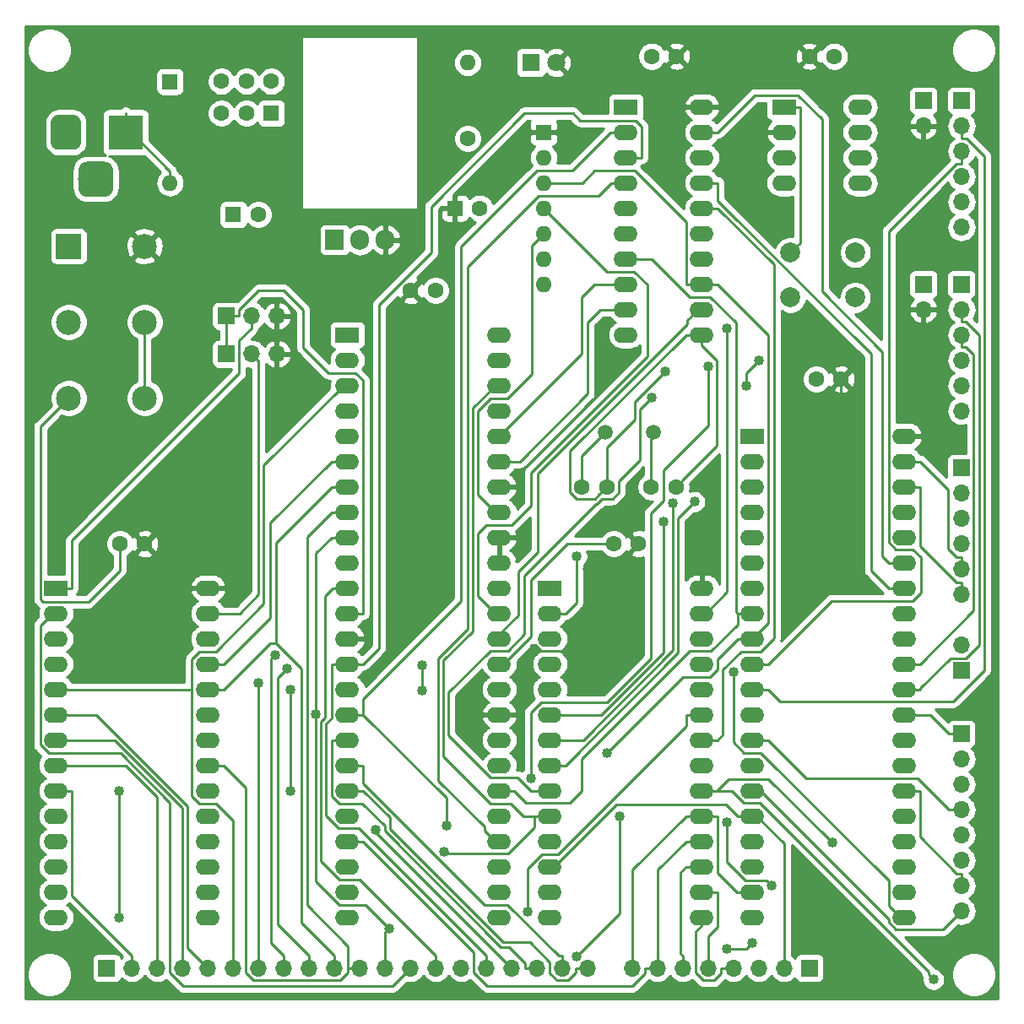
<source format=gbr>
G04 #@! TF.GenerationSoftware,KiCad,Pcbnew,(5.1.0-0)*
G04 #@! TF.CreationDate,2019-04-10T22:03:50-07:00*
G04 #@! TF.ProjectId,mini68k,6d696e69-3638-46b2-9e6b-696361645f70,v02*
G04 #@! TF.SameCoordinates,PX5c0c740PY43d3480*
G04 #@! TF.FileFunction,Copper,L2,Bot*
G04 #@! TF.FilePolarity,Positive*
%FSLAX46Y46*%
G04 Gerber Fmt 4.6, Leading zero omitted, Abs format (unit mm)*
G04 Created by KiCad (PCBNEW (5.1.0-0)) date 2019-04-10 22:03:50*
%MOMM*%
%LPD*%
G04 APERTURE LIST*
%ADD10O,1.700000X1.700000*%
%ADD11R,1.700000X1.700000*%
%ADD12C,1.600000*%
%ADD13R,2.400000X1.600000*%
%ADD14O,2.400000X1.600000*%
%ADD15R,3.500000X3.500000*%
%ADD16C,0.150000*%
%ADD17C,3.000000*%
%ADD18C,3.500000*%
%ADD19R,1.905000X2.000000*%
%ADD20O,1.905000X2.000000*%
%ADD21R,2.500000X2.500000*%
%ADD22C,2.500000*%
%ADD23R,1.600000X1.600000*%
%ADD24O,1.600000X1.600000*%
%ADD25R,1.800000X1.800000*%
%ADD26C,1.800000*%
%ADD27C,2.000000*%
%ADD28C,1.500000*%
%ADD29C,1.016000*%
%ADD30C,0.254000*%
G04 APERTURE END LIST*
D10*
X54610000Y-88265000D03*
X57150000Y-88265000D03*
X59690000Y-88265000D03*
X62230000Y-88265000D03*
X64770000Y-88265000D03*
X67310000Y-88265000D03*
X69850000Y-88265000D03*
D11*
X72390000Y-88265000D03*
D10*
X50165000Y-88265000D03*
X47625000Y-88265000D03*
X45085000Y-88265000D03*
X42545000Y-88265000D03*
X40005000Y-88265000D03*
X37465000Y-88265000D03*
X34925000Y-88265000D03*
X32385000Y-88265000D03*
X29845000Y-88265000D03*
X27305000Y-88265000D03*
X24765000Y-88265000D03*
X22225000Y-88265000D03*
X19685000Y-88265000D03*
X17145000Y-88265000D03*
X14605000Y-88265000D03*
X12065000Y-88265000D03*
X9525000Y-88265000D03*
X6985000Y-88265000D03*
X4445000Y-88265000D03*
D11*
X1905000Y-88265000D03*
D10*
X87630000Y-50800000D03*
X87630000Y-48260000D03*
X87630000Y-45720000D03*
X87630000Y-43180000D03*
X87630000Y-40640000D03*
D11*
X87630000Y-38100000D03*
X83820000Y-1270000D03*
D10*
X83820000Y-3810000D03*
D12*
X3215000Y-45720000D03*
X5715000Y-45720000D03*
X32385000Y-20320000D03*
X34885000Y-20320000D03*
X52745000Y-45720000D03*
X55245000Y-45720000D03*
X75565000Y-29210000D03*
X73065000Y-29210000D03*
X74890000Y3175000D03*
X72390000Y3175000D03*
X59055000Y3175000D03*
X56555000Y3175000D03*
D13*
X53975000Y-1905000D03*
D14*
X61595000Y-24765000D03*
X53975000Y-4445000D03*
X61595000Y-22225000D03*
X53975000Y-6985000D03*
X61595000Y-19685000D03*
X53975000Y-9525000D03*
X61595000Y-17145000D03*
X53975000Y-12065000D03*
X61595000Y-14605000D03*
X53975000Y-14605000D03*
X61595000Y-12065000D03*
X53975000Y-17145000D03*
X61595000Y-9525000D03*
X53975000Y-19685000D03*
X61595000Y-6985000D03*
X53975000Y-22225000D03*
X61595000Y-4445000D03*
X53975000Y-24765000D03*
X61595000Y-1905000D03*
X12065000Y-50165000D03*
X-3175000Y-83185000D03*
X12065000Y-52705000D03*
X-3175000Y-80645000D03*
X12065000Y-55245000D03*
X-3175000Y-78105000D03*
X12065000Y-57785000D03*
X-3175000Y-75565000D03*
X12065000Y-60325000D03*
X-3175000Y-73025000D03*
X12065000Y-62865000D03*
X-3175000Y-70485000D03*
X12065000Y-65405000D03*
X-3175000Y-67945000D03*
X12065000Y-67945000D03*
X-3175000Y-65405000D03*
X12065000Y-70485000D03*
X-3175000Y-62865000D03*
X12065000Y-73025000D03*
X-3175000Y-60325000D03*
X12065000Y-75565000D03*
X-3175000Y-57785000D03*
X12065000Y-78105000D03*
X-3175000Y-55245000D03*
X12065000Y-80645000D03*
X-3175000Y-52705000D03*
X12065000Y-83185000D03*
D13*
X-3175000Y-50165000D03*
X46355000Y-50165000D03*
D14*
X61595000Y-83185000D03*
X46355000Y-52705000D03*
X61595000Y-80645000D03*
X46355000Y-55245000D03*
X61595000Y-78105000D03*
X46355000Y-57785000D03*
X61595000Y-75565000D03*
X46355000Y-60325000D03*
X61595000Y-73025000D03*
X46355000Y-62865000D03*
X61595000Y-70485000D03*
X46355000Y-65405000D03*
X61595000Y-67945000D03*
X46355000Y-67945000D03*
X61595000Y-65405000D03*
X46355000Y-70485000D03*
X61595000Y-62865000D03*
X46355000Y-73025000D03*
X61595000Y-60325000D03*
X46355000Y-75565000D03*
X61595000Y-57785000D03*
X46355000Y-78105000D03*
X61595000Y-55245000D03*
X46355000Y-80645000D03*
X61595000Y-52705000D03*
X46355000Y-83185000D03*
X61595000Y-50165000D03*
D13*
X66675000Y-34925000D03*
D14*
X81915000Y-83185000D03*
X66675000Y-37465000D03*
X81915000Y-80645000D03*
X66675000Y-40005000D03*
X81915000Y-78105000D03*
X66675000Y-42545000D03*
X81915000Y-75565000D03*
X66675000Y-45085000D03*
X81915000Y-73025000D03*
X66675000Y-47625000D03*
X81915000Y-70485000D03*
X66675000Y-50165000D03*
X81915000Y-67945000D03*
X66675000Y-52705000D03*
X81915000Y-65405000D03*
X66675000Y-55245000D03*
X81915000Y-62865000D03*
X66675000Y-57785000D03*
X81915000Y-60325000D03*
X66675000Y-60325000D03*
X81915000Y-57785000D03*
X66675000Y-62865000D03*
X81915000Y-55245000D03*
X66675000Y-65405000D03*
X81915000Y-52705000D03*
X66675000Y-67945000D03*
X81915000Y-50165000D03*
X66675000Y-70485000D03*
X81915000Y-47625000D03*
X66675000Y-73025000D03*
X81915000Y-45085000D03*
X66675000Y-75565000D03*
X81915000Y-42545000D03*
X66675000Y-78105000D03*
X81915000Y-40005000D03*
X66675000Y-80645000D03*
X81915000Y-37465000D03*
X66675000Y-83185000D03*
X81915000Y-34925000D03*
D13*
X26035000Y-24765000D03*
D14*
X41275000Y-83185000D03*
X26035000Y-27305000D03*
X41275000Y-80645000D03*
X26035000Y-29845000D03*
X41275000Y-78105000D03*
X26035000Y-32385000D03*
X41275000Y-75565000D03*
X26035000Y-34925000D03*
X41275000Y-73025000D03*
X26035000Y-37465000D03*
X41275000Y-70485000D03*
X26035000Y-40005000D03*
X41275000Y-67945000D03*
X26035000Y-42545000D03*
X41275000Y-65405000D03*
X26035000Y-45085000D03*
X41275000Y-62865000D03*
X26035000Y-47625000D03*
X41275000Y-60325000D03*
X26035000Y-50165000D03*
X41275000Y-57785000D03*
X26035000Y-52705000D03*
X41275000Y-55245000D03*
X26035000Y-55245000D03*
X41275000Y-52705000D03*
X26035000Y-57785000D03*
X41275000Y-50165000D03*
X26035000Y-60325000D03*
X41275000Y-47625000D03*
X26035000Y-62865000D03*
X41275000Y-45085000D03*
X26035000Y-65405000D03*
X41275000Y-42545000D03*
X26035000Y-67945000D03*
X41275000Y-40005000D03*
X26035000Y-70485000D03*
X41275000Y-37465000D03*
X26035000Y-73025000D03*
X41275000Y-34925000D03*
X26035000Y-75565000D03*
X41275000Y-32385000D03*
X26035000Y-78105000D03*
X41275000Y-29845000D03*
X26035000Y-80645000D03*
X41275000Y-27305000D03*
X26035000Y-83185000D03*
X41275000Y-24765000D03*
D13*
X69850000Y-1905000D03*
D14*
X77470000Y-9525000D03*
X69850000Y-4445000D03*
X77470000Y-6985000D03*
X69850000Y-6985000D03*
X77470000Y-4445000D03*
X69850000Y-9525000D03*
X77470000Y-1905000D03*
D15*
X3810000Y-4445000D03*
D16*
G36*
X-1366487Y-2698611D02*
G01*
X-1293682Y-2709411D01*
X-1222286Y-2727295D01*
X-1152987Y-2752090D01*
X-1086452Y-2783559D01*
X-1023322Y-2821398D01*
X-964205Y-2865242D01*
X-909670Y-2914670D01*
X-860242Y-2969205D01*
X-816398Y-3028322D01*
X-778559Y-3091452D01*
X-747090Y-3157987D01*
X-722295Y-3227286D01*
X-704411Y-3298682D01*
X-693611Y-3371487D01*
X-690000Y-3445000D01*
X-690000Y-5445000D01*
X-693611Y-5518513D01*
X-704411Y-5591318D01*
X-722295Y-5662714D01*
X-747090Y-5732013D01*
X-778559Y-5798548D01*
X-816398Y-5861678D01*
X-860242Y-5920795D01*
X-909670Y-5975330D01*
X-964205Y-6024758D01*
X-1023322Y-6068602D01*
X-1086452Y-6106441D01*
X-1152987Y-6137910D01*
X-1222286Y-6162705D01*
X-1293682Y-6180589D01*
X-1366487Y-6191389D01*
X-1440000Y-6195000D01*
X-2940000Y-6195000D01*
X-3013513Y-6191389D01*
X-3086318Y-6180589D01*
X-3157714Y-6162705D01*
X-3227013Y-6137910D01*
X-3293548Y-6106441D01*
X-3356678Y-6068602D01*
X-3415795Y-6024758D01*
X-3470330Y-5975330D01*
X-3519758Y-5920795D01*
X-3563602Y-5861678D01*
X-3601441Y-5798548D01*
X-3632910Y-5732013D01*
X-3657705Y-5662714D01*
X-3675589Y-5591318D01*
X-3686389Y-5518513D01*
X-3690000Y-5445000D01*
X-3690000Y-3445000D01*
X-3686389Y-3371487D01*
X-3675589Y-3298682D01*
X-3657705Y-3227286D01*
X-3632910Y-3157987D01*
X-3601441Y-3091452D01*
X-3563602Y-3028322D01*
X-3519758Y-2969205D01*
X-3470330Y-2914670D01*
X-3415795Y-2865242D01*
X-3356678Y-2821398D01*
X-3293548Y-2783559D01*
X-3227013Y-2752090D01*
X-3157714Y-2727295D01*
X-3086318Y-2709411D01*
X-3013513Y-2698611D01*
X-2940000Y-2695000D01*
X-1440000Y-2695000D01*
X-1366487Y-2698611D01*
X-1366487Y-2698611D01*
G37*
D17*
X-2190000Y-4445000D03*
D16*
G36*
X1770765Y-7399213D02*
G01*
X1855704Y-7411813D01*
X1938999Y-7432677D01*
X2019848Y-7461605D01*
X2097472Y-7498319D01*
X2171124Y-7542464D01*
X2240094Y-7593616D01*
X2303718Y-7651282D01*
X2361384Y-7714906D01*
X2412536Y-7783876D01*
X2456681Y-7857528D01*
X2493395Y-7935152D01*
X2522323Y-8016001D01*
X2543187Y-8099296D01*
X2555787Y-8184235D01*
X2560000Y-8270000D01*
X2560000Y-10020000D01*
X2555787Y-10105765D01*
X2543187Y-10190704D01*
X2522323Y-10273999D01*
X2493395Y-10354848D01*
X2456681Y-10432472D01*
X2412536Y-10506124D01*
X2361384Y-10575094D01*
X2303718Y-10638718D01*
X2240094Y-10696384D01*
X2171124Y-10747536D01*
X2097472Y-10791681D01*
X2019848Y-10828395D01*
X1938999Y-10857323D01*
X1855704Y-10878187D01*
X1770765Y-10890787D01*
X1685000Y-10895000D01*
X-65000Y-10895000D01*
X-150765Y-10890787D01*
X-235704Y-10878187D01*
X-318999Y-10857323D01*
X-399848Y-10828395D01*
X-477472Y-10791681D01*
X-551124Y-10747536D01*
X-620094Y-10696384D01*
X-683718Y-10638718D01*
X-741384Y-10575094D01*
X-792536Y-10506124D01*
X-836681Y-10432472D01*
X-873395Y-10354848D01*
X-902323Y-10273999D01*
X-923187Y-10190704D01*
X-935787Y-10105765D01*
X-940000Y-10020000D01*
X-940000Y-8270000D01*
X-935787Y-8184235D01*
X-923187Y-8099296D01*
X-902323Y-8016001D01*
X-873395Y-7935152D01*
X-836681Y-7857528D01*
X-792536Y-7783876D01*
X-741384Y-7714906D01*
X-683718Y-7651282D01*
X-620094Y-7593616D01*
X-551124Y-7542464D01*
X-477472Y-7498319D01*
X-399848Y-7461605D01*
X-318999Y-7432677D01*
X-235704Y-7411813D01*
X-150765Y-7399213D01*
X-65000Y-7395000D01*
X1685000Y-7395000D01*
X1770765Y-7399213D01*
X1770765Y-7399213D01*
G37*
D18*
X810000Y-9145000D03*
D11*
X83820000Y-19685000D03*
D10*
X83820000Y-22225000D03*
D19*
X24765000Y-15240000D03*
D20*
X27305000Y-15240000D03*
X29845000Y-15240000D03*
D21*
X-1905000Y-15875000D03*
D22*
X5715000Y-15875000D03*
X5715000Y-31115000D03*
X-1905000Y-31115000D03*
D12*
X17105000Y-12700000D03*
D23*
X14605000Y-12700000D03*
X36830000Y-12065000D03*
D12*
X39330000Y-12065000D03*
D23*
X8255000Y635000D03*
D24*
X8255000Y-9525000D03*
D25*
X44450000Y2540000D03*
D26*
X46990000Y2540000D03*
D12*
X38100000Y-5080000D03*
D24*
X38100000Y2540000D03*
D23*
X45720000Y-4445000D03*
D24*
X45720000Y-6985000D03*
X45720000Y-9525000D03*
X45720000Y-12065000D03*
X45720000Y-14605000D03*
X45720000Y-17145000D03*
X45720000Y-19685000D03*
D27*
X70485000Y-21010000D03*
X70485000Y-16510000D03*
X76985000Y-21010000D03*
X76985000Y-16510000D03*
D23*
X18415000Y-2540000D03*
D12*
X15915000Y-2540000D03*
X13415000Y-2540000D03*
X18415000Y660000D03*
X15915000Y660000D03*
X13415000Y660000D03*
D11*
X13890000Y-22860000D03*
D10*
X16430000Y-22860000D03*
X18970000Y-22860000D03*
X18970000Y-26670000D03*
X16430000Y-26670000D03*
D11*
X13890000Y-26670000D03*
X87630000Y-19685000D03*
D10*
X87630000Y-22225000D03*
X87630000Y-24765000D03*
X87630000Y-27305000D03*
X87630000Y-29845000D03*
X87630000Y-32385000D03*
X87630000Y-13970000D03*
X87630000Y-11430000D03*
X87630000Y-8890000D03*
X87630000Y-6350000D03*
X87630000Y-3810000D03*
D11*
X87630000Y-1270000D03*
X87630000Y-64770000D03*
D10*
X87630000Y-67310000D03*
X87630000Y-69850000D03*
X87630000Y-72390000D03*
X87630000Y-74930000D03*
X87630000Y-77470000D03*
X87630000Y-80010000D03*
X87630000Y-82550000D03*
D12*
X52070000Y-40005000D03*
X49570000Y-40005000D03*
X56515000Y-40005000D03*
X59015000Y-40005000D03*
D11*
X87630000Y-58420000D03*
D10*
X87630000Y-55880000D03*
D28*
X51885000Y-34575000D03*
X56765000Y-34575000D03*
D22*
X-1905000Y-23495000D03*
X5715000Y-23495000D03*
X5715000Y-15875000D03*
D21*
X-1905000Y-15875000D03*
D29*
X66040000Y-29845000D03*
X67310000Y-27305000D03*
X64135000Y-86360000D03*
X66675000Y-85725000D03*
X20320000Y-60325000D03*
X20320000Y-70485000D03*
X3175000Y-70485000D03*
X3175000Y-83185000D03*
X64135000Y-73660000D03*
X68580000Y-80010000D03*
X57912000Y-28448000D03*
X84836000Y-89408000D03*
X74676000Y-75692000D03*
X33528000Y-57912000D03*
X33528000Y-60452000D03*
X73025000Y-38100000D03*
X53975000Y-26670000D03*
X50165000Y-48260000D03*
X19050000Y-29845000D03*
X15875000Y-29845000D03*
X52070000Y-66675000D03*
X64765300Y-58543100D03*
X49036300Y-46943700D03*
X18775200Y-56867400D03*
X17145006Y-59690000D03*
X57738900Y-43492800D03*
X58719800Y-41675000D03*
X49033200Y-87086000D03*
X53340000Y-73025000D03*
X60864000Y-41495800D03*
X56560548Y-31069452D03*
X22878000Y-62821500D03*
X44087300Y-82633400D03*
X30204000Y-84289800D03*
X35750700Y-76635400D03*
X19996700Y-58252400D03*
X64135000Y-24130000D03*
X44443625Y-69221375D03*
X62230000Y-27940004D03*
X28906200Y-74399100D03*
X35963100Y-74003600D03*
D30*
X44919800Y-55880000D02*
X45465810Y-56426010D01*
X45465810Y-56426010D02*
X47713990Y-56426010D01*
X44450000Y-55880000D02*
X44919800Y-55880000D01*
X47713990Y-56426010D02*
X48260000Y-55880000D01*
X-3154999Y-32364999D02*
X-1905000Y-31115000D01*
X-4756001Y-33966001D02*
X-3154999Y-32364999D01*
X-4501812Y-51523990D02*
X-4756001Y-51269801D01*
X76210Y-51523990D02*
X-4501812Y-51523990D01*
X-4756001Y-51269801D02*
X-4756001Y-33966001D01*
X3215000Y-48385200D02*
X76210Y-51523990D01*
X3215000Y-45720000D02*
X3215000Y-48385200D01*
X51270001Y-40804999D02*
X52070000Y-40005000D01*
X50888999Y-41186001D02*
X51270001Y-40804999D01*
X49003119Y-41186001D02*
X50888999Y-41186001D01*
X48388999Y-40571881D02*
X49003119Y-41186001D01*
X48388999Y-36397119D02*
X48388999Y-40571881D01*
X60021118Y-24765000D02*
X48388999Y-36397119D01*
X61595000Y-24765000D02*
X60021118Y-24765000D01*
X59814999Y-39205001D02*
X59015000Y-40005000D01*
X63119001Y-35900999D02*
X59814999Y-39205001D01*
X61595000Y-24765000D02*
X61595000Y-25819000D01*
X61595000Y-25819000D02*
X63119001Y-27343001D01*
X63119001Y-27343001D02*
X63119001Y-35900999D01*
X66040000Y-28575000D02*
X67310000Y-27305000D01*
X66040000Y-29845000D02*
X66040000Y-28575000D01*
X66040000Y-86360000D02*
X66675000Y-85725000D01*
X64135000Y-86360000D02*
X66040000Y-86360000D01*
X20320000Y-60325000D02*
X20320000Y-70485000D01*
X3175000Y-70485000D02*
X3175000Y-83185000D01*
X68033990Y-79463990D02*
X68072001Y-79502001D01*
X65963790Y-79463990D02*
X68033990Y-79463990D01*
X64135000Y-77635200D02*
X65963790Y-79463990D01*
X68072001Y-79502001D02*
X68580000Y-80010000D01*
X64135000Y-73660000D02*
X64135000Y-77635200D01*
X51613630Y-45720000D02*
X52745000Y-45720000D01*
X48114198Y-45720000D02*
X51613630Y-45720000D01*
X44450000Y-49384198D02*
X48114198Y-45720000D01*
X44450000Y-55010000D02*
X44450000Y-49384198D01*
X41675000Y-57785000D02*
X44450000Y-55010000D01*
X41275000Y-57785000D02*
X41675000Y-57785000D01*
X57404001Y-28955999D02*
X57912000Y-28448000D01*
X54909539Y-31450461D02*
X57404001Y-28955999D01*
X54909539Y-33224343D02*
X54909539Y-31450461D01*
X52070000Y-36063882D02*
X54909539Y-33224343D01*
X52070000Y-40005000D02*
X52070000Y-36063882D01*
X63049000Y-70485000D02*
X64230010Y-69303990D01*
X61595000Y-70485000D02*
X63049000Y-70485000D01*
X68287990Y-69303990D02*
X74168001Y-75184001D01*
X64230010Y-69303990D02*
X68287990Y-69303990D01*
X74168001Y-75184001D02*
X74676000Y-75692000D01*
X67386210Y-71666010D02*
X84328001Y-88607801D01*
X84328001Y-88607801D02*
X84328001Y-88900001D01*
X65785810Y-71666010D02*
X67386210Y-71666010D01*
X64604800Y-70485000D02*
X65785810Y-71666010D01*
X84328001Y-88900001D02*
X84836000Y-89408000D01*
X61595000Y-70485000D02*
X64604800Y-70485000D01*
X33528000Y-58630420D02*
X33528000Y-60452000D01*
X33528000Y-57912000D02*
X33528000Y-58630420D01*
X18970000Y-24062081D02*
X18970000Y-26670000D01*
X18970000Y-22860000D02*
X18970000Y-24062081D01*
X75565000Y-35560000D02*
X73025000Y-38100000D01*
X75565000Y-29210000D02*
X75565000Y-35560000D01*
X3810000Y-2540000D02*
X3810000Y-4671300D01*
X8255000Y-9525000D02*
X8255000Y-8343700D01*
X8255000Y-8343700D02*
X4582600Y-4671300D01*
X4582600Y-4671300D02*
X3810000Y-4671300D01*
X81915000Y-60325000D02*
X83496300Y-60325000D01*
X87630000Y-22225000D02*
X87630000Y-23456300D01*
X87630000Y-23456300D02*
X88091700Y-23456300D01*
X88091700Y-23456300D02*
X89422300Y-24786900D01*
X89422300Y-24786900D02*
X89422300Y-55842900D01*
X89422300Y-55842900D02*
X88076600Y-57188600D01*
X88076600Y-57188600D02*
X86510300Y-57188600D01*
X86510300Y-57188600D02*
X83496300Y-60202600D01*
X83496300Y-60202600D02*
X83496300Y-60325000D01*
X81915000Y-57785000D02*
X83496300Y-57785000D01*
X87630000Y-24765000D02*
X87630000Y-25996300D01*
X87630000Y-25996300D02*
X88091700Y-25996300D01*
X88091700Y-25996300D02*
X88862500Y-26767100D01*
X88862500Y-26767100D02*
X88862500Y-52418800D01*
X88862500Y-52418800D02*
X83496300Y-57785000D01*
X61595000Y-19685000D02*
X60013700Y-19685000D01*
X45720000Y-9525000D02*
X49604100Y-9525000D01*
X49604100Y-9525000D02*
X50814200Y-8314900D01*
X50814200Y-8314900D02*
X54866000Y-8314900D01*
X54866000Y-8314900D02*
X60013700Y-13462600D01*
X60013700Y-13462600D02*
X60013700Y-19685000D01*
X61595000Y-19685000D02*
X63176300Y-19685000D01*
X63176300Y-19685000D02*
X68293400Y-24802100D01*
X68293400Y-24802100D02*
X68293400Y-53626600D01*
X68293400Y-53626600D02*
X66675000Y-55245000D01*
X62424600Y-59055000D02*
X59690000Y-59055000D01*
X63187900Y-58291700D02*
X62424600Y-59055000D01*
X66675000Y-55245000D02*
X65221000Y-55245000D01*
X63187900Y-57278100D02*
X63187900Y-58291700D01*
X65221000Y-55245000D02*
X63187900Y-57278100D01*
X59690000Y-59055000D02*
X52577999Y-66167001D01*
X52577999Y-66167001D02*
X52070000Y-66675000D01*
X81915000Y-50165000D02*
X80333700Y-50165000D01*
X61595000Y-9525000D02*
X63176300Y-9525000D01*
X63176300Y-9525000D02*
X63176300Y-11299700D01*
X63176300Y-11299700D02*
X78563400Y-26686800D01*
X78563400Y-26686800D02*
X78563400Y-48394700D01*
X78563400Y-48394700D02*
X80333700Y-50165000D01*
X52070000Y-18415000D02*
X54794200Y-18415000D01*
X56116100Y-26902029D02*
X44450000Y-38568129D01*
X44450000Y-41910000D02*
X42545000Y-43815000D01*
X45720000Y-12065000D02*
X52070000Y-18415000D01*
X56116100Y-19736900D02*
X56116100Y-26902029D01*
X40005000Y-43815000D02*
X39116022Y-44703978D01*
X42545000Y-43815000D02*
X40005000Y-43815000D01*
X54794200Y-18415000D02*
X56116100Y-19736900D01*
X44450000Y-38568129D02*
X44450000Y-41910000D01*
X39116022Y-44703978D02*
X39116022Y-50946022D01*
X39116022Y-50946022D02*
X40875000Y-52705000D01*
X40875000Y-52705000D02*
X41275000Y-52705000D01*
X44538700Y-28651800D02*
X42075500Y-31115000D01*
X44538700Y-15786300D02*
X44538700Y-28651800D01*
X40875000Y-42545000D02*
X41275000Y-42545000D01*
X45720000Y-14605000D02*
X44538700Y-15786300D01*
X40437900Y-31115000D02*
X39116022Y-32436878D01*
X42075500Y-31115000D02*
X40437900Y-31115000D01*
X39116022Y-32436878D02*
X39116022Y-40786022D01*
X39116022Y-40786022D02*
X40875000Y-42545000D01*
X65828900Y-66675000D02*
X64765300Y-65611400D01*
X80333700Y-79496700D02*
X67512000Y-66675000D01*
X67512000Y-66675000D02*
X65828900Y-66675000D01*
X64765300Y-65611400D02*
X64765300Y-59261520D01*
X64765300Y-59261520D02*
X64765300Y-58543100D01*
X80333700Y-82003700D02*
X80333700Y-79496700D01*
X81515000Y-83185000D02*
X80333700Y-82003700D01*
X81915000Y-83185000D02*
X81515000Y-83185000D01*
X69850000Y-1905000D02*
X71431300Y-1905000D01*
X70485000Y-16510000D02*
X71431300Y-15563700D01*
X71431300Y-15563700D02*
X71431300Y-1905000D01*
X13890000Y-23348500D02*
X13890000Y-22860000D01*
X13890000Y-23348500D02*
X13890000Y-24091300D01*
X13890000Y-26670000D02*
X13890000Y-25438700D01*
X13890000Y-24091300D02*
X13890000Y-25438700D01*
X27616300Y-52705000D02*
X26035000Y-52705000D01*
X27616300Y-29312500D02*
X27616300Y-52705000D01*
X24130000Y-28575000D02*
X26878800Y-28575000D01*
X21590000Y-26035000D02*
X24130000Y-28575000D01*
X26878800Y-28575000D02*
X27616300Y-29312500D01*
X21590000Y-22225000D02*
X21590000Y-26035000D01*
X17148118Y-20320000D02*
X19685000Y-20320000D01*
X13890000Y-22860000D02*
X15198999Y-22860000D01*
X19685000Y-20320000D02*
X21590000Y-22225000D01*
X15198999Y-22860000D02*
X15198999Y-22269119D01*
X15198999Y-22269119D02*
X17148118Y-20320000D01*
X63538700Y-88265000D02*
X64770000Y-88265000D01*
X60960000Y-88737600D02*
X61729600Y-89507200D01*
X62806700Y-89507200D02*
X63538700Y-88775200D01*
X60960000Y-84620500D02*
X60960000Y-88737600D01*
X63538700Y-88775200D02*
X63538700Y-88265000D01*
X61595000Y-83985500D02*
X60960000Y-84620500D01*
X61729600Y-89507200D02*
X62806700Y-89507200D01*
X61595000Y-83185000D02*
X61595000Y-83985500D01*
X46355000Y-52705000D02*
X47936300Y-52705000D01*
X49036300Y-46943700D02*
X49036300Y-51605000D01*
X49036300Y-51605000D02*
X47936300Y-52705000D01*
X9548900Y-90048800D02*
X30601200Y-90048800D01*
X8255000Y-88754900D02*
X9548900Y-90048800D01*
X-3575000Y-52705000D02*
X-4756300Y-53886300D01*
X-4756300Y-65900800D02*
X-3917200Y-66739900D01*
X-3917200Y-66739900D02*
X3323336Y-66739900D01*
X30601200Y-90048800D02*
X31535001Y-89114999D01*
X8255000Y-71671564D02*
X8255000Y-88754900D01*
X31535001Y-89114999D02*
X32385000Y-88265000D01*
X-3175000Y-52705000D02*
X-3575000Y-52705000D01*
X3323336Y-66739900D02*
X8255000Y-71671564D01*
X-4756300Y-53886300D02*
X-4756300Y-65900800D01*
X63176300Y-84143700D02*
X62230000Y-85090000D01*
X62230000Y-85090000D02*
X62230000Y-88265000D01*
X63176300Y-80645000D02*
X63176300Y-84143700D01*
X61595000Y-80645000D02*
X63176300Y-80645000D01*
X19685000Y-87033700D02*
X19685000Y-88265000D01*
X18415000Y-57227600D02*
X18415000Y-85763700D01*
X18415000Y-85763700D02*
X19685000Y-87033700D01*
X18775200Y-56867400D02*
X18415000Y-57227600D01*
X61595000Y-78105000D02*
X60013700Y-78105000D01*
X59690000Y-88265000D02*
X59690000Y-87033700D01*
X59690000Y-87033700D02*
X59485500Y-86829200D01*
X59485500Y-86829200D02*
X59485500Y-78633200D01*
X59485500Y-78633200D02*
X60013700Y-78105000D01*
X17145000Y-88265000D02*
X17145000Y-59690006D01*
X17145000Y-59690006D02*
X17145006Y-59690000D01*
X57150000Y-88265000D02*
X55918700Y-88265000D01*
X26035000Y-75565000D02*
X27616300Y-75565000D01*
X27616300Y-75565000D02*
X38735000Y-86683700D01*
X38735000Y-86683700D02*
X38735000Y-88739000D01*
X38735000Y-88739000D02*
X40044800Y-90048800D01*
X40044800Y-90048800D02*
X54645100Y-90048800D01*
X54645100Y-90048800D02*
X55918700Y-88775200D01*
X55918700Y-88775200D02*
X55918700Y-88265000D01*
X61595000Y-75565000D02*
X60013700Y-75565000D01*
X57150000Y-88265000D02*
X57150000Y-78428700D01*
X57150000Y-78428700D02*
X60013700Y-75565000D01*
X-1593700Y-60325000D02*
X10459100Y-60325000D01*
X10459100Y-60325000D02*
X10459100Y-71009400D01*
X10459100Y-71009400D02*
X11204700Y-71755000D01*
X11204700Y-71755000D02*
X12883400Y-71755000D01*
X12883400Y-71755000D02*
X14605000Y-73476600D01*
X14605000Y-73476600D02*
X14605000Y-88265000D01*
X-3175000Y-60325000D02*
X-1593700Y-60325000D01*
X10459100Y-57268900D02*
X11213000Y-56515000D01*
X11213000Y-56515000D02*
X12878700Y-56515000D01*
X10459100Y-60325000D02*
X10459100Y-57268900D01*
X12878700Y-56515000D02*
X17653011Y-51740689D01*
X17653011Y-37826989D02*
X25635000Y-29845000D01*
X17653011Y-51740689D02*
X17653011Y-37826989D01*
X25635000Y-29845000D02*
X26035000Y-29845000D01*
X61595000Y-73025000D02*
X60013700Y-73025000D01*
X60013700Y-73025000D02*
X54610000Y-78428700D01*
X54610000Y-78428700D02*
X54610000Y-88265000D01*
X61894700Y-73025000D02*
X61595000Y-73025000D01*
X61894700Y-73025000D02*
X63176300Y-73025000D01*
X66675000Y-80645000D02*
X65093700Y-80645000D01*
X63176300Y-73025000D02*
X63176300Y-78727600D01*
X63176300Y-78727600D02*
X65093700Y-80645000D01*
X10033011Y-86233011D02*
X10033011Y-72012703D01*
X12065000Y-88265000D02*
X10033011Y-86233011D01*
X10033011Y-72012703D02*
X885308Y-62865000D01*
X885308Y-62865000D02*
X-1721000Y-62865000D01*
X-1721000Y-62865000D02*
X-3175000Y-62865000D01*
X51518436Y-62865000D02*
X47809000Y-62865000D01*
X57738900Y-43492800D02*
X57738900Y-56644536D01*
X47809000Y-62865000D02*
X46355000Y-62865000D01*
X57738900Y-56644536D02*
X51518436Y-62865000D01*
X2706872Y-65405000D02*
X-1721000Y-65405000D01*
X9525000Y-72223128D02*
X2706872Y-65405000D01*
X9525000Y-88265000D02*
X9525000Y-72223128D01*
X-1721000Y-65405000D02*
X-3175000Y-65405000D01*
X58719800Y-42393420D02*
X58719800Y-41675000D01*
X49696872Y-65405000D02*
X58719800Y-56382072D01*
X46355000Y-65405000D02*
X49696872Y-65405000D01*
X58719800Y-56382072D02*
X58719800Y-42393420D01*
X26035000Y-42545000D02*
X24453700Y-42545000D01*
X24453700Y-42545000D02*
X21986900Y-45011800D01*
X21986900Y-45011800D02*
X21986900Y-81976700D01*
X21986900Y-81976700D02*
X26073700Y-86063500D01*
X26073700Y-86063500D02*
X26073700Y-88265000D01*
X27305000Y-88265000D02*
X26073700Y-88265000D01*
X26073700Y-88265000D02*
X26073700Y-88726700D01*
X26073700Y-88726700D02*
X25298600Y-89501800D01*
X25298600Y-89501800D02*
X16635300Y-89501800D01*
X16635300Y-89501800D02*
X15875100Y-88741600D01*
X15875100Y-88741600D02*
X15875100Y-70173800D01*
X15875100Y-70173800D02*
X13646300Y-67945000D01*
X12065000Y-67945000D02*
X13646300Y-67945000D01*
X53340000Y-82779200D02*
X53340000Y-73743420D01*
X53340000Y-73743420D02*
X53340000Y-73025000D01*
X49033200Y-87086000D02*
X53340000Y-82779200D01*
X46355000Y-67945000D02*
X47936300Y-67945000D01*
X47936300Y-67945000D02*
X59228200Y-56653100D01*
X59228200Y-56653100D02*
X59228200Y-43131600D01*
X59228200Y-43131600D02*
X60864000Y-41495800D01*
X3810000Y-67945000D02*
X-3175000Y-67945000D01*
X6985000Y-71120000D02*
X3810000Y-67945000D01*
X6985000Y-88265000D02*
X6985000Y-71120000D01*
X63176300Y-12065000D02*
X68801800Y-17690500D01*
X68801800Y-17690500D02*
X68801800Y-55207400D01*
X68801800Y-55207400D02*
X67494200Y-56515000D01*
X67494200Y-56515000D02*
X65527300Y-56515000D01*
X65527300Y-56515000D02*
X63696200Y-58346100D01*
X63696200Y-58346100D02*
X63696200Y-64885100D01*
X63696200Y-64885100D02*
X63176300Y-65405000D01*
X61595000Y-12065000D02*
X63176300Y-12065000D01*
X61595000Y-65405000D02*
X63176300Y-65405000D01*
X4445000Y-88265000D02*
X4445000Y-87033700D01*
X-3175000Y-70485000D02*
X-1593700Y-70485000D01*
X-1593700Y-70485000D02*
X-1593700Y-80995000D01*
X-1593700Y-80995000D02*
X4445000Y-87033700D01*
X55417549Y-32212451D02*
X56052549Y-31577451D01*
X55417549Y-37292451D02*
X55417549Y-32212451D01*
X53251001Y-39458999D02*
X55417549Y-37292451D01*
X53251001Y-40571881D02*
X53251001Y-39458999D01*
X52636881Y-41186001D02*
X53251001Y-40571881D01*
X51607433Y-41186001D02*
X52636881Y-41186001D01*
X51099424Y-41694010D02*
X51607433Y-41186001D01*
X56052549Y-31577451D02*
X56560548Y-31069452D01*
X43815000Y-48895000D02*
X51015989Y-41694011D01*
X40385810Y-69126010D02*
X36195000Y-64935200D01*
X42164190Y-56426010D02*
X43815000Y-54775200D01*
X51015989Y-41694011D02*
X51099424Y-41694010D01*
X36195000Y-60616820D02*
X40385810Y-56426010D01*
X43091010Y-69126010D02*
X40385810Y-69126010D01*
X40385810Y-56426010D02*
X42164190Y-56426010D01*
X36195000Y-64935200D02*
X36195000Y-60616820D01*
X43815000Y-54775200D02*
X43815000Y-48895000D01*
X44450000Y-70485000D02*
X43091010Y-69126010D01*
X46355000Y-70485000D02*
X44450000Y-70485000D01*
X22878000Y-62821500D02*
X22878000Y-79576600D01*
X22878000Y-79576600D02*
X25216400Y-81915000D01*
X25216400Y-81915000D02*
X27829200Y-81915000D01*
X27829200Y-81915000D02*
X30204000Y-84289800D01*
X24453700Y-45085000D02*
X22878000Y-46660700D01*
X22878000Y-46660700D02*
X22878000Y-62821500D01*
X26035000Y-45085000D02*
X24453700Y-45085000D01*
X30204000Y-84289800D02*
X29845000Y-84648800D01*
X29845000Y-84648800D02*
X29845000Y-88265000D01*
X61595000Y-62865000D02*
X60013700Y-62865000D01*
X60013700Y-62865000D02*
X60013700Y-63998800D01*
X60013700Y-63998800D02*
X47177500Y-76835000D01*
X47177500Y-76835000D02*
X45541700Y-76835000D01*
X45541700Y-76835000D02*
X44087300Y-78289400D01*
X44087300Y-78289400D02*
X44087300Y-82633400D01*
X35750700Y-76635400D02*
X35895300Y-76780000D01*
X35895300Y-76780000D02*
X42190600Y-76780000D01*
X42190600Y-76780000D02*
X44773700Y-74196900D01*
X44773700Y-74196900D02*
X44773700Y-73025000D01*
X46355000Y-73025000D02*
X44773700Y-73025000D01*
X38608011Y-54488553D02*
X35686989Y-57409575D01*
X40411000Y-71755000D02*
X42427400Y-71755000D01*
X35686989Y-67030989D02*
X40411000Y-71755000D01*
X41275000Y-29845000D02*
X40875000Y-29845000D01*
X42427400Y-71755000D02*
X43697400Y-73025000D01*
X35686989Y-57409575D02*
X35686989Y-67030989D01*
X38608011Y-32111989D02*
X38608011Y-54488553D01*
X40875000Y-29845000D02*
X38608011Y-32111989D01*
X43697400Y-73025000D02*
X44773700Y-73025000D01*
X18874600Y-55697700D02*
X18273600Y-55697700D01*
X18273600Y-55697700D02*
X13646300Y-60325000D01*
X24765000Y-87033700D02*
X21443900Y-83712600D01*
X21443900Y-83712600D02*
X21443900Y-58267000D01*
X21443900Y-58267000D02*
X18874600Y-55697700D01*
X18874600Y-55697700D02*
X18874600Y-45584100D01*
X18874600Y-45584100D02*
X24453700Y-40005000D01*
X24765000Y-88265000D02*
X24765000Y-87033700D01*
X12065000Y-60325000D02*
X13646300Y-60325000D01*
X26035000Y-40005000D02*
X24453700Y-40005000D01*
X12065000Y-57785000D02*
X13646300Y-57785000D01*
X26035000Y-37465000D02*
X24453700Y-37465000D01*
X24453700Y-37465000D02*
X18299900Y-43618800D01*
X18299900Y-43618800D02*
X18299900Y-53131400D01*
X18299900Y-53131400D02*
X13646300Y-57785000D01*
X19050000Y-83858700D02*
X22225000Y-87033700D01*
X22225000Y-87033700D02*
X22225000Y-88265000D01*
X19050000Y-59199100D02*
X19050000Y-83858700D01*
X19996700Y-58252400D02*
X19050000Y-59199100D01*
X46755000Y-78105000D02*
X46355000Y-78105000D01*
X65221000Y-73025000D02*
X64030500Y-71834500D01*
X66675000Y-73025000D02*
X65221000Y-73025000D01*
X53025500Y-71834500D02*
X46755000Y-78105000D01*
X64030500Y-71834500D02*
X53025500Y-71834500D01*
X67075000Y-73025000D02*
X69850000Y-75800000D01*
X69850000Y-75800000D02*
X69850000Y-87062919D01*
X66675000Y-73025000D02*
X67075000Y-73025000D01*
X69850000Y-87062919D02*
X69850000Y-88265000D01*
X34925000Y-87033700D02*
X27266300Y-79375000D01*
X27266300Y-79375000D02*
X25229500Y-79375000D01*
X25229500Y-79375000D02*
X23391800Y-77537300D01*
X23391800Y-77537300D02*
X23391800Y-63565400D01*
X23391800Y-63565400D02*
X23767300Y-63189900D01*
X23767300Y-63189900D02*
X23767300Y-50978500D01*
X23767300Y-50978500D02*
X24580800Y-50165000D01*
X26035000Y-50165000D02*
X24580800Y-50165000D01*
X34925000Y-88265000D02*
X34925000Y-87033700D01*
X61595000Y-52705000D02*
X61995000Y-52705000D01*
X61995000Y-52705000D02*
X64135000Y-50565000D01*
X64135000Y-24848420D02*
X64135000Y-24130000D01*
X64135000Y-50565000D02*
X64135000Y-24848420D01*
X52521000Y-9525000D02*
X53975000Y-9525000D01*
X51251000Y-10795000D02*
X52521000Y-9525000D01*
X45253700Y-10795000D02*
X51251000Y-10795000D01*
X38100000Y-17948700D02*
X45253700Y-10795000D01*
X38100000Y-54278128D02*
X38100000Y-17948700D01*
X35178978Y-57199150D02*
X38100000Y-54278128D01*
X35178978Y-69468978D02*
X35178978Y-57199150D01*
X39821000Y-74111000D02*
X35178978Y-69468978D01*
X39821000Y-74511000D02*
X39821000Y-74111000D01*
X40875000Y-75565000D02*
X39821000Y-74511000D01*
X41275000Y-75565000D02*
X40875000Y-75565000D01*
X62230000Y-28658424D02*
X62230000Y-27940004D01*
X62230000Y-33883300D02*
X62230000Y-28658424D01*
X57765000Y-41372100D02*
X57765000Y-38348300D01*
X56464200Y-42672900D02*
X57765000Y-41372100D01*
X45496300Y-61595000D02*
X52070000Y-61595000D01*
X56464200Y-57200800D02*
X56464200Y-42672900D01*
X52070000Y-61595000D02*
X56464200Y-57200800D01*
X57765000Y-38348300D02*
X62230000Y-33883300D01*
X44443625Y-62647675D02*
X45496300Y-61595000D01*
X44443625Y-69221375D02*
X44443625Y-62647675D01*
X65260900Y-52705000D02*
X65173800Y-52705000D01*
X66675000Y-52705000D02*
X65260900Y-52705000D01*
X65024003Y-23528403D02*
X62450600Y-20955000D01*
X65024003Y-52555203D02*
X65024003Y-23528403D01*
X60378000Y-20955000D02*
X56568000Y-17145000D01*
X55429000Y-17145000D02*
X53975000Y-17145000D01*
X56568000Y-17145000D02*
X55429000Y-17145000D01*
X62450600Y-20955000D02*
X60378000Y-20955000D01*
X65173800Y-52705000D02*
X65024003Y-52555203D01*
X43919600Y-71675600D02*
X42729000Y-70485000D01*
X49530000Y-70485000D02*
X48339400Y-71675600D01*
X48339400Y-71675600D02*
X43919600Y-71675600D01*
X60350700Y-56489300D02*
X49530000Y-67310000D01*
X42729000Y-70485000D02*
X41275000Y-70485000D01*
X49530000Y-67310000D02*
X49530000Y-70485000D01*
X62481300Y-56489300D02*
X60350700Y-56489300D01*
X65173800Y-53796800D02*
X62481300Y-56489300D01*
X65173800Y-52705000D02*
X65173800Y-53796800D01*
X5715000Y-23495000D02*
X5715000Y-31115000D01*
X45129490Y-38690510D02*
X60141000Y-23679000D01*
X45129490Y-46561046D02*
X45129490Y-38690510D01*
X43180000Y-48510536D02*
X45129490Y-46561046D01*
X43180000Y-52870200D02*
X43180000Y-48510536D01*
X61195000Y-22225000D02*
X61595000Y-22225000D01*
X60141000Y-23279000D02*
X61195000Y-22225000D01*
X60141000Y-23679000D02*
X60141000Y-23279000D01*
X41275000Y-54775200D02*
X43180000Y-52870200D01*
X41275000Y-55245000D02*
X41275000Y-54775200D01*
X40005000Y-87033700D02*
X27177700Y-74206400D01*
X27177700Y-74206400D02*
X25143900Y-74206400D01*
X25143900Y-74206400D02*
X23900200Y-72962700D01*
X23900200Y-72962700D02*
X23900200Y-63775800D01*
X23900200Y-63775800D02*
X24453700Y-63222300D01*
X24453700Y-63222300D02*
X24453700Y-57785000D01*
X25620600Y-57785000D02*
X26035000Y-57785000D01*
X25620600Y-57785000D02*
X24453700Y-57785000D01*
X40005000Y-88265000D02*
X40005000Y-87033700D01*
X55556300Y-6985000D02*
X53975000Y-6985000D01*
X55556300Y-3894400D02*
X55556300Y-6985000D01*
X26035000Y-57785000D02*
X27616300Y-57785000D01*
X49373300Y-3259600D02*
X54921500Y-3259600D01*
X34447118Y-11907882D02*
X43815000Y-2540000D01*
X34447118Y-16510000D02*
X34447118Y-11907882D01*
X29210000Y-21747118D02*
X34447118Y-16510000D01*
X48653700Y-2540000D02*
X49373300Y-3259600D01*
X29210000Y-56191300D02*
X29210000Y-21747118D01*
X43815000Y-2540000D02*
X48653700Y-2540000D01*
X27616300Y-57785000D02*
X29210000Y-56191300D01*
X54921500Y-3259600D02*
X55556300Y-3894400D01*
X27616300Y-62865000D02*
X35963100Y-71211800D01*
X35963100Y-71211800D02*
X35963100Y-74003600D01*
X27616200Y-62865000D02*
X27616300Y-62865000D01*
X26035000Y-62865000D02*
X27489200Y-62865000D01*
X27489200Y-62865000D02*
X27616200Y-62865000D01*
X28906200Y-74399100D02*
X28906200Y-74626200D01*
X28906200Y-74626200D02*
X42545000Y-88265000D01*
X27616300Y-61283700D02*
X27616300Y-62865000D01*
X37465000Y-51435000D02*
X27616300Y-61283700D01*
X53975000Y-4445000D02*
X52393700Y-4445000D01*
X37465000Y-15875000D02*
X37465000Y-51435000D01*
X45085000Y-8255000D02*
X37465000Y-15875000D01*
X48583700Y-8255000D02*
X45085000Y-8255000D01*
X52393700Y-4445000D02*
X48583700Y-8255000D01*
X51435000Y-22225000D02*
X53975000Y-22225000D01*
X50165000Y-23495000D02*
X51435000Y-22225000D01*
X50165000Y-30652900D02*
X50165000Y-23495000D01*
X43352900Y-37465000D02*
X50165000Y-30652900D01*
X41275000Y-37465000D02*
X43352900Y-37465000D01*
X50800000Y-19685000D02*
X53975000Y-19685000D01*
X49530000Y-20955000D02*
X50800000Y-19685000D01*
X49530000Y-26670000D02*
X49530000Y-20955000D01*
X41275000Y-34925000D02*
X49530000Y-26670000D01*
X61595000Y-4445000D02*
X63176300Y-4445000D01*
X81915000Y-47625000D02*
X80333700Y-47625000D01*
X80333700Y-47625000D02*
X79700600Y-46991900D01*
X79700600Y-46991900D02*
X79700600Y-26451300D01*
X79700600Y-26451300D02*
X73659500Y-20410200D01*
X73659500Y-20410200D02*
X73659500Y-3131300D01*
X73659500Y-3131300D02*
X71251800Y-723600D01*
X71251800Y-723600D02*
X66897700Y-723600D01*
X66897700Y-723600D02*
X63176300Y-4445000D01*
X81915000Y-70485000D02*
X83496300Y-70485000D01*
X87630000Y-80010000D02*
X87630000Y-78778700D01*
X87630000Y-78778700D02*
X87168300Y-78778700D01*
X87168300Y-78778700D02*
X83496300Y-75106700D01*
X83496300Y-75106700D02*
X83496300Y-70485000D01*
X87630000Y-64770000D02*
X86398700Y-64770000D01*
X86398700Y-64770000D02*
X84493700Y-62865000D01*
X84493700Y-62865000D02*
X81915000Y-62865000D01*
X87630000Y-6350000D02*
X87630000Y-7581300D01*
X66675000Y-57785000D02*
X68256300Y-57785000D01*
X68256300Y-57785000D02*
X74606300Y-51435000D01*
X74606300Y-51435000D02*
X82755400Y-51435000D01*
X82755400Y-51435000D02*
X83536100Y-50654300D01*
X83536100Y-50654300D02*
X83536100Y-47098000D01*
X83536100Y-47098000D02*
X82704500Y-46266400D01*
X82704500Y-46266400D02*
X81025700Y-46266400D01*
X81025700Y-46266400D02*
X80333000Y-45573700D01*
X80333000Y-45573700D02*
X80333000Y-14368100D01*
X80333000Y-14368100D02*
X87119800Y-7581300D01*
X87119800Y-7581300D02*
X87630000Y-7581300D01*
X87630000Y-3810000D02*
X87630000Y-5041300D01*
X66675000Y-60325000D02*
X68256300Y-60325000D01*
X68256300Y-60325000D02*
X69446900Y-61515600D01*
X69446900Y-61515600D02*
X86792000Y-61515600D01*
X86792000Y-61515600D02*
X89938200Y-58369400D01*
X89938200Y-58369400D02*
X89938200Y-6839300D01*
X89938200Y-6839300D02*
X88140200Y-5041300D01*
X88140200Y-5041300D02*
X87630000Y-5041300D01*
X66675000Y-65405000D02*
X68256300Y-65405000D01*
X87630000Y-72390000D02*
X86398700Y-72390000D01*
X86398700Y-72390000D02*
X83223700Y-69215000D01*
X83223700Y-69215000D02*
X72066300Y-69215000D01*
X72066300Y-69215000D02*
X68256300Y-65405000D01*
X66802000Y-70612000D02*
X66675000Y-70485000D01*
X80333990Y-83674190D02*
X80333990Y-83381990D01*
X81326300Y-84374300D02*
X81318010Y-84366010D01*
X80333990Y-83381990D02*
X67564000Y-70612000D01*
X85805700Y-84374300D02*
X81326300Y-84374300D01*
X81025810Y-84366010D02*
X80333990Y-83674190D01*
X67564000Y-70612000D02*
X66802000Y-70612000D01*
X81318010Y-84366010D02*
X81025810Y-84366010D01*
X87630000Y-82550000D02*
X85805700Y-84374300D01*
X87630000Y-50800000D02*
X87630000Y-49568700D01*
X81915000Y-40005000D02*
X83496300Y-40005000D01*
X83496300Y-40005000D02*
X83496300Y-45945200D01*
X83496300Y-45945200D02*
X87119800Y-49568700D01*
X87119800Y-49568700D02*
X87630000Y-49568700D01*
X81915000Y-37465000D02*
X83496300Y-37465000D01*
X87630000Y-48260000D02*
X87630000Y-47028700D01*
X83496300Y-37465000D02*
X86321400Y-40290100D01*
X86321400Y-40290100D02*
X86321400Y-46230300D01*
X86321400Y-46230300D02*
X87119800Y-47028700D01*
X87119800Y-47028700D02*
X87630000Y-47028700D01*
X-1593700Y-50165000D02*
X-3175000Y-50165000D01*
X15198700Y-28616300D02*
X-1593700Y-45408700D01*
X-1593700Y-45408700D02*
X-1593700Y-50165000D01*
X16430000Y-24091300D02*
X15198700Y-25322600D01*
X15198700Y-25322600D02*
X15198700Y-28616300D01*
X16430000Y-22860000D02*
X16430000Y-24091300D01*
X17145000Y-27385000D02*
X17145000Y-50800000D01*
X16430000Y-26670000D02*
X17145000Y-27385000D01*
X17145000Y-50800000D02*
X15240000Y-52705000D01*
X15240000Y-52705000D02*
X12065000Y-52705000D01*
X51885000Y-34575000D02*
X49570000Y-36890000D01*
X49570000Y-36890000D02*
X49570000Y-40005000D01*
X56765000Y-34575000D02*
X56515000Y-34825000D01*
X56515000Y-34825000D02*
X56515000Y-40005000D01*
X48933700Y-88265000D02*
X48933700Y-88726700D01*
X48933700Y-88726700D02*
X48161900Y-89498500D01*
X48161900Y-89498500D02*
X47052200Y-89498500D01*
X47052200Y-89498500D02*
X46355000Y-88801300D01*
X46355000Y-88801300D02*
X46355000Y-87696500D01*
X46355000Y-87696500D02*
X44341000Y-85682500D01*
X44341000Y-85682500D02*
X41662300Y-85682500D01*
X41662300Y-85682500D02*
X30303800Y-74324000D01*
X30303800Y-74324000D02*
X30303800Y-73172500D01*
X30303800Y-73172500D02*
X27616300Y-70485000D01*
X26035000Y-70485000D02*
X27616300Y-70485000D01*
X50165000Y-88265000D02*
X48933700Y-88265000D01*
X27616300Y-67945000D02*
X27616300Y-69758600D01*
X27616300Y-69758600D02*
X39772700Y-81915000D01*
X39772700Y-81915000D02*
X42111300Y-81915000D01*
X42111300Y-81915000D02*
X47230000Y-87033700D01*
X47230000Y-87033700D02*
X47625000Y-87033700D01*
X26035000Y-67945000D02*
X27616300Y-67945000D01*
X47625000Y-88265000D02*
X47625000Y-87033700D01*
X43853700Y-88265000D02*
X43853700Y-87754800D01*
X43853700Y-87754800D02*
X42289800Y-86190900D01*
X42289800Y-86190900D02*
X41450000Y-86190900D01*
X41450000Y-86190900D02*
X29795500Y-74536400D01*
X29795500Y-74536400D02*
X29795500Y-74028000D01*
X29795500Y-74028000D02*
X27522500Y-71755000D01*
X27522500Y-71755000D02*
X25223100Y-71755000D01*
X25223100Y-71755000D02*
X24453700Y-70985600D01*
X24453700Y-70985600D02*
X24453700Y-65405000D01*
X45085000Y-88265000D02*
X43853700Y-88265000D01*
X26035000Y-65405000D02*
X24453700Y-65405000D01*
G36*
X91313000Y-91313000D02*
G01*
X-6223000Y-91313000D01*
X-6223000Y-88679872D01*
X-6045000Y-88679872D01*
X-6045000Y-89120128D01*
X-5959110Y-89551925D01*
X-5790631Y-89958669D01*
X-5546038Y-90324729D01*
X-5234729Y-90636038D01*
X-4868669Y-90880631D01*
X-4461925Y-91049110D01*
X-4030128Y-91135000D01*
X-3589872Y-91135000D01*
X-3158075Y-91049110D01*
X-2751331Y-90880631D01*
X-2385271Y-90636038D01*
X-2073962Y-90324729D01*
X-1829369Y-89958669D01*
X-1660890Y-89551925D01*
X-1575000Y-89120128D01*
X-1575000Y-88679872D01*
X-1660890Y-88248075D01*
X-1829369Y-87841331D01*
X-2073962Y-87475271D01*
X-2385271Y-87163962D01*
X-2751331Y-86919369D01*
X-3158075Y-86750890D01*
X-3589872Y-86665000D01*
X-4030128Y-86665000D01*
X-4461925Y-86750890D01*
X-4868669Y-86919369D01*
X-5234729Y-87163962D01*
X-5546038Y-87475271D01*
X-5790631Y-87841331D01*
X-5959110Y-88248075D01*
X-6045000Y-88679872D01*
X-6223000Y-88679872D01*
X-6223000Y-53886300D01*
X-5521986Y-53886300D01*
X-5518300Y-53923723D01*
X-5518299Y-65863367D01*
X-5521986Y-65900800D01*
X-5507273Y-66050178D01*
X-5463701Y-66193815D01*
X-5392945Y-66326192D01*
X-5321579Y-66413151D01*
X-5297721Y-66442222D01*
X-5268651Y-66466079D01*
X-4691398Y-67043332D01*
X-4773932Y-67143899D01*
X-4907182Y-67393192D01*
X-4989236Y-67663691D01*
X-5016943Y-67945000D01*
X-4989236Y-68226309D01*
X-4907182Y-68496808D01*
X-4773932Y-68746101D01*
X-4594608Y-68964608D01*
X-4376101Y-69143932D01*
X-4243142Y-69215000D01*
X-4376101Y-69286068D01*
X-4594608Y-69465392D01*
X-4773932Y-69683899D01*
X-4907182Y-69933192D01*
X-4989236Y-70203691D01*
X-5016943Y-70485000D01*
X-4989236Y-70766309D01*
X-4907182Y-71036808D01*
X-4773932Y-71286101D01*
X-4594608Y-71504608D01*
X-4376101Y-71683932D01*
X-4243142Y-71755000D01*
X-4376101Y-71826068D01*
X-4594608Y-72005392D01*
X-4773932Y-72223899D01*
X-4907182Y-72473192D01*
X-4989236Y-72743691D01*
X-5016943Y-73025000D01*
X-4989236Y-73306309D01*
X-4907182Y-73576808D01*
X-4773932Y-73826101D01*
X-4594608Y-74044608D01*
X-4376101Y-74223932D01*
X-4243142Y-74295000D01*
X-4376101Y-74366068D01*
X-4594608Y-74545392D01*
X-4773932Y-74763899D01*
X-4907182Y-75013192D01*
X-4989236Y-75283691D01*
X-5016943Y-75565000D01*
X-4989236Y-75846309D01*
X-4907182Y-76116808D01*
X-4773932Y-76366101D01*
X-4594608Y-76584608D01*
X-4376101Y-76763932D01*
X-4243142Y-76835000D01*
X-4376101Y-76906068D01*
X-4594608Y-77085392D01*
X-4773932Y-77303899D01*
X-4907182Y-77553192D01*
X-4989236Y-77823691D01*
X-5016943Y-78105000D01*
X-4989236Y-78386309D01*
X-4907182Y-78656808D01*
X-4773932Y-78906101D01*
X-4594608Y-79124608D01*
X-4376101Y-79303932D01*
X-4243142Y-79375000D01*
X-4376101Y-79446068D01*
X-4594608Y-79625392D01*
X-4773932Y-79843899D01*
X-4907182Y-80093192D01*
X-4989236Y-80363691D01*
X-5016943Y-80645000D01*
X-4989236Y-80926309D01*
X-4907182Y-81196808D01*
X-4773932Y-81446101D01*
X-4594608Y-81664608D01*
X-4376101Y-81843932D01*
X-4243142Y-81915000D01*
X-4376101Y-81986068D01*
X-4594608Y-82165392D01*
X-4773932Y-82383899D01*
X-4907182Y-82633192D01*
X-4989236Y-82903691D01*
X-5016943Y-83185000D01*
X-4989236Y-83466309D01*
X-4907182Y-83736808D01*
X-4773932Y-83986101D01*
X-4594608Y-84204608D01*
X-4376101Y-84383932D01*
X-4126808Y-84517182D01*
X-3856309Y-84599236D01*
X-3645492Y-84620000D01*
X-2704508Y-84620000D01*
X-2493691Y-84599236D01*
X-2223192Y-84517182D01*
X-1973899Y-84383932D01*
X-1755392Y-84204608D01*
X-1576068Y-83986101D01*
X-1442818Y-83736808D01*
X-1360764Y-83466309D01*
X-1333057Y-83185000D01*
X-1360764Y-82903691D01*
X-1442818Y-82633192D01*
X-1576068Y-82383899D01*
X-1755392Y-82165392D01*
X-1973899Y-81986068D01*
X-2106858Y-81915000D01*
X-1973899Y-81843932D01*
X-1890688Y-81775642D01*
X3474268Y-87140599D01*
X3389866Y-87209866D01*
X3365393Y-87239687D01*
X3344502Y-87170820D01*
X3285537Y-87060506D01*
X3206185Y-86963815D01*
X3109494Y-86884463D01*
X2999180Y-86825498D01*
X2879482Y-86789188D01*
X2755000Y-86776928D01*
X1055000Y-86776928D01*
X930518Y-86789188D01*
X810820Y-86825498D01*
X700506Y-86884463D01*
X603815Y-86963815D01*
X524463Y-87060506D01*
X465498Y-87170820D01*
X429188Y-87290518D01*
X416928Y-87415000D01*
X416928Y-89115000D01*
X429188Y-89239482D01*
X465498Y-89359180D01*
X524463Y-89469494D01*
X603815Y-89566185D01*
X700506Y-89645537D01*
X810820Y-89704502D01*
X930518Y-89740812D01*
X1055000Y-89753072D01*
X2755000Y-89753072D01*
X2879482Y-89740812D01*
X2999180Y-89704502D01*
X3109494Y-89645537D01*
X3206185Y-89566185D01*
X3285537Y-89469494D01*
X3344502Y-89359180D01*
X3365393Y-89290313D01*
X3389866Y-89320134D01*
X3615986Y-89505706D01*
X3873966Y-89643599D01*
X4153889Y-89728513D01*
X4372050Y-89750000D01*
X4517950Y-89750000D01*
X4736111Y-89728513D01*
X5016034Y-89643599D01*
X5274014Y-89505706D01*
X5500134Y-89320134D01*
X5685706Y-89094014D01*
X5715000Y-89039209D01*
X5744294Y-89094014D01*
X5929866Y-89320134D01*
X6155986Y-89505706D01*
X6413966Y-89643599D01*
X6693889Y-89728513D01*
X6912050Y-89750000D01*
X7057950Y-89750000D01*
X7276111Y-89728513D01*
X7556034Y-89643599D01*
X7814014Y-89505706D01*
X7876717Y-89454247D01*
X8983621Y-90561152D01*
X9007478Y-90590222D01*
X9036548Y-90614079D01*
X9123507Y-90685445D01*
X9194264Y-90723265D01*
X9255885Y-90756202D01*
X9399522Y-90799774D01*
X9511474Y-90810800D01*
X9511477Y-90810800D01*
X9548900Y-90814486D01*
X9586323Y-90810800D01*
X30563777Y-90810800D01*
X30601200Y-90814486D01*
X30638623Y-90810800D01*
X30638626Y-90810800D01*
X30750578Y-90799774D01*
X30894215Y-90756202D01*
X31026592Y-90685445D01*
X31142622Y-90590222D01*
X31166484Y-90561146D01*
X32021175Y-89706456D01*
X32093889Y-89728513D01*
X32312050Y-89750000D01*
X32457950Y-89750000D01*
X32676111Y-89728513D01*
X32956034Y-89643599D01*
X33214014Y-89505706D01*
X33440134Y-89320134D01*
X33625706Y-89094014D01*
X33655000Y-89039209D01*
X33684294Y-89094014D01*
X33869866Y-89320134D01*
X34095986Y-89505706D01*
X34353966Y-89643599D01*
X34633889Y-89728513D01*
X34852050Y-89750000D01*
X34997950Y-89750000D01*
X35216111Y-89728513D01*
X35496034Y-89643599D01*
X35754014Y-89505706D01*
X35980134Y-89320134D01*
X36165706Y-89094014D01*
X36195000Y-89039209D01*
X36224294Y-89094014D01*
X36409866Y-89320134D01*
X36635986Y-89505706D01*
X36893966Y-89643599D01*
X37173889Y-89728513D01*
X37392050Y-89750000D01*
X37537950Y-89750000D01*
X37756111Y-89728513D01*
X38036034Y-89643599D01*
X38294014Y-89505706D01*
X38365450Y-89447080D01*
X39479521Y-90561152D01*
X39503378Y-90590222D01*
X39532448Y-90614079D01*
X39619407Y-90685445D01*
X39690164Y-90723265D01*
X39751785Y-90756202D01*
X39895422Y-90799774D01*
X40007374Y-90810800D01*
X40007377Y-90810800D01*
X40044800Y-90814486D01*
X40082223Y-90810800D01*
X54607677Y-90810800D01*
X54645100Y-90814486D01*
X54682523Y-90810800D01*
X54682526Y-90810800D01*
X54794478Y-90799774D01*
X54938115Y-90756202D01*
X55070492Y-90685445D01*
X55186522Y-90590222D01*
X55210384Y-90561146D01*
X56290689Y-89480842D01*
X56320986Y-89505706D01*
X56578966Y-89643599D01*
X56858889Y-89728513D01*
X57077050Y-89750000D01*
X57222950Y-89750000D01*
X57441111Y-89728513D01*
X57721034Y-89643599D01*
X57979014Y-89505706D01*
X58205134Y-89320134D01*
X58390706Y-89094014D01*
X58420000Y-89039209D01*
X58449294Y-89094014D01*
X58634866Y-89320134D01*
X58860986Y-89505706D01*
X59118966Y-89643599D01*
X59398889Y-89728513D01*
X59617050Y-89750000D01*
X59762950Y-89750000D01*
X59981111Y-89728513D01*
X60261034Y-89643599D01*
X60519014Y-89505706D01*
X60591219Y-89446449D01*
X61164320Y-90019551D01*
X61188178Y-90048622D01*
X61217248Y-90072479D01*
X61304207Y-90143845D01*
X61374964Y-90181665D01*
X61436585Y-90214602D01*
X61580222Y-90258174D01*
X61692174Y-90269200D01*
X61692177Y-90269200D01*
X61729600Y-90272886D01*
X61767023Y-90269200D01*
X62769277Y-90269200D01*
X62806700Y-90272886D01*
X62844123Y-90269200D01*
X62844126Y-90269200D01*
X62956078Y-90258174D01*
X63099715Y-90214602D01*
X63232092Y-90143845D01*
X63348122Y-90048622D01*
X63371984Y-90019547D01*
X63910689Y-89480842D01*
X63940986Y-89505706D01*
X64198966Y-89643599D01*
X64478889Y-89728513D01*
X64697050Y-89750000D01*
X64842950Y-89750000D01*
X65061111Y-89728513D01*
X65341034Y-89643599D01*
X65599014Y-89505706D01*
X65825134Y-89320134D01*
X66010706Y-89094014D01*
X66040000Y-89039209D01*
X66069294Y-89094014D01*
X66254866Y-89320134D01*
X66480986Y-89505706D01*
X66738966Y-89643599D01*
X67018889Y-89728513D01*
X67237050Y-89750000D01*
X67382950Y-89750000D01*
X67601111Y-89728513D01*
X67881034Y-89643599D01*
X68139014Y-89505706D01*
X68365134Y-89320134D01*
X68550706Y-89094014D01*
X68580000Y-89039209D01*
X68609294Y-89094014D01*
X68794866Y-89320134D01*
X69020986Y-89505706D01*
X69278966Y-89643599D01*
X69558889Y-89728513D01*
X69777050Y-89750000D01*
X69922950Y-89750000D01*
X70141111Y-89728513D01*
X70421034Y-89643599D01*
X70679014Y-89505706D01*
X70905134Y-89320134D01*
X70929607Y-89290313D01*
X70950498Y-89359180D01*
X71009463Y-89469494D01*
X71088815Y-89566185D01*
X71185506Y-89645537D01*
X71295820Y-89704502D01*
X71415518Y-89740812D01*
X71540000Y-89753072D01*
X73240000Y-89753072D01*
X73364482Y-89740812D01*
X73484180Y-89704502D01*
X73594494Y-89645537D01*
X73691185Y-89566185D01*
X73770537Y-89469494D01*
X73829502Y-89359180D01*
X73865812Y-89239482D01*
X73878072Y-89115000D01*
X73878072Y-87415000D01*
X73865812Y-87290518D01*
X73829502Y-87170820D01*
X73770537Y-87060506D01*
X73691185Y-86963815D01*
X73594494Y-86884463D01*
X73484180Y-86825498D01*
X73364482Y-86789188D01*
X73240000Y-86776928D01*
X71540000Y-86776928D01*
X71415518Y-86789188D01*
X71295820Y-86825498D01*
X71185506Y-86884463D01*
X71088815Y-86963815D01*
X71009463Y-87060506D01*
X70950498Y-87170820D01*
X70929607Y-87239687D01*
X70905134Y-87209866D01*
X70679014Y-87024294D01*
X70612000Y-86988474D01*
X70612000Y-75969430D01*
X83564472Y-88921902D01*
X83566001Y-88937424D01*
X83566001Y-88937427D01*
X83577027Y-89049379D01*
X83620599Y-89193016D01*
X83691356Y-89325393D01*
X83693000Y-89327396D01*
X83693000Y-89520576D01*
X83736925Y-89741401D01*
X83823087Y-89949413D01*
X83948174Y-90136620D01*
X84107380Y-90295826D01*
X84294587Y-90420913D01*
X84502599Y-90507075D01*
X84723424Y-90551000D01*
X84948576Y-90551000D01*
X85169401Y-90507075D01*
X85377413Y-90420913D01*
X85564620Y-90295826D01*
X85723826Y-90136620D01*
X85848913Y-89949413D01*
X85935075Y-89741401D01*
X85979000Y-89520576D01*
X85979000Y-89295424D01*
X85935075Y-89074599D01*
X85848913Y-88866587D01*
X85724155Y-88679872D01*
X86665000Y-88679872D01*
X86665000Y-89120128D01*
X86750890Y-89551925D01*
X86919369Y-89958669D01*
X87163962Y-90324729D01*
X87475271Y-90636038D01*
X87841331Y-90880631D01*
X88248075Y-91049110D01*
X88679872Y-91135000D01*
X89120128Y-91135000D01*
X89551925Y-91049110D01*
X89958669Y-90880631D01*
X90324729Y-90636038D01*
X90636038Y-90324729D01*
X90880631Y-89958669D01*
X91049110Y-89551925D01*
X91135000Y-89120128D01*
X91135000Y-88679872D01*
X91049110Y-88248075D01*
X90880631Y-87841331D01*
X90636038Y-87475271D01*
X90324729Y-87163962D01*
X89958669Y-86919369D01*
X89551925Y-86750890D01*
X89120128Y-86665000D01*
X88679872Y-86665000D01*
X88248075Y-86750890D01*
X87841331Y-86919369D01*
X87475271Y-87163962D01*
X87163962Y-87475271D01*
X86919369Y-87841331D01*
X86750890Y-88248075D01*
X86665000Y-88679872D01*
X85724155Y-88679872D01*
X85723826Y-88679380D01*
X85564620Y-88520174D01*
X85377413Y-88395087D01*
X85169401Y-88308925D01*
X85015956Y-88278403D01*
X84992104Y-88233779D01*
X84964646Y-88182408D01*
X84909836Y-88115623D01*
X84869423Y-88066379D01*
X84840348Y-88042518D01*
X81934130Y-85136300D01*
X85768277Y-85136300D01*
X85805700Y-85139986D01*
X85843123Y-85136300D01*
X85843126Y-85136300D01*
X85955078Y-85125274D01*
X86098715Y-85081702D01*
X86231092Y-85010945D01*
X86347122Y-84915722D01*
X86370984Y-84886646D01*
X87266175Y-83991455D01*
X87338889Y-84013513D01*
X87557050Y-84035000D01*
X87702950Y-84035000D01*
X87921111Y-84013513D01*
X88201034Y-83928599D01*
X88459014Y-83790706D01*
X88685134Y-83605134D01*
X88870706Y-83379014D01*
X89008599Y-83121034D01*
X89093513Y-82841111D01*
X89122185Y-82550000D01*
X89093513Y-82258889D01*
X89008599Y-81978966D01*
X88870706Y-81720986D01*
X88685134Y-81494866D01*
X88459014Y-81309294D01*
X88404209Y-81280000D01*
X88459014Y-81250706D01*
X88685134Y-81065134D01*
X88870706Y-80839014D01*
X89008599Y-80581034D01*
X89093513Y-80301111D01*
X89122185Y-80010000D01*
X89093513Y-79718889D01*
X89008599Y-79438966D01*
X88870706Y-79180986D01*
X88685134Y-78954866D01*
X88459014Y-78769294D01*
X88404209Y-78740000D01*
X88459014Y-78710706D01*
X88685134Y-78525134D01*
X88870706Y-78299014D01*
X89008599Y-78041034D01*
X89093513Y-77761111D01*
X89122185Y-77470000D01*
X89093513Y-77178889D01*
X89008599Y-76898966D01*
X88870706Y-76640986D01*
X88685134Y-76414866D01*
X88459014Y-76229294D01*
X88404209Y-76200000D01*
X88459014Y-76170706D01*
X88685134Y-75985134D01*
X88870706Y-75759014D01*
X89008599Y-75501034D01*
X89093513Y-75221111D01*
X89122185Y-74930000D01*
X89093513Y-74638889D01*
X89008599Y-74358966D01*
X88870706Y-74100986D01*
X88685134Y-73874866D01*
X88459014Y-73689294D01*
X88404209Y-73660000D01*
X88459014Y-73630706D01*
X88685134Y-73445134D01*
X88870706Y-73219014D01*
X89008599Y-72961034D01*
X89093513Y-72681111D01*
X89122185Y-72390000D01*
X89093513Y-72098889D01*
X89008599Y-71818966D01*
X88870706Y-71560986D01*
X88685134Y-71334866D01*
X88459014Y-71149294D01*
X88404209Y-71120000D01*
X88459014Y-71090706D01*
X88685134Y-70905134D01*
X88870706Y-70679014D01*
X89008599Y-70421034D01*
X89093513Y-70141111D01*
X89122185Y-69850000D01*
X89093513Y-69558889D01*
X89008599Y-69278966D01*
X88870706Y-69020986D01*
X88685134Y-68794866D01*
X88459014Y-68609294D01*
X88404209Y-68580000D01*
X88459014Y-68550706D01*
X88685134Y-68365134D01*
X88870706Y-68139014D01*
X89008599Y-67881034D01*
X89093513Y-67601111D01*
X89122185Y-67310000D01*
X89093513Y-67018889D01*
X89008599Y-66738966D01*
X88870706Y-66480986D01*
X88685134Y-66254866D01*
X88655313Y-66230393D01*
X88724180Y-66209502D01*
X88834494Y-66150537D01*
X88931185Y-66071185D01*
X89010537Y-65974494D01*
X89069502Y-65864180D01*
X89105812Y-65744482D01*
X89118072Y-65620000D01*
X89118072Y-63920000D01*
X89105812Y-63795518D01*
X89069502Y-63675820D01*
X89010537Y-63565506D01*
X88931185Y-63468815D01*
X88834494Y-63389463D01*
X88724180Y-63330498D01*
X88604482Y-63294188D01*
X88480000Y-63281928D01*
X86780000Y-63281928D01*
X86655518Y-63294188D01*
X86535820Y-63330498D01*
X86425506Y-63389463D01*
X86328815Y-63468815D01*
X86259548Y-63553217D01*
X85058984Y-62352654D01*
X85035122Y-62323578D01*
X84979097Y-62277600D01*
X86754577Y-62277600D01*
X86792000Y-62281286D01*
X86829423Y-62277600D01*
X86829426Y-62277600D01*
X86941378Y-62266574D01*
X87085015Y-62223002D01*
X87217392Y-62152245D01*
X87333422Y-62057022D01*
X87357284Y-62027946D01*
X90450547Y-58934683D01*
X90479622Y-58910822D01*
X90544080Y-58832279D01*
X90574845Y-58794793D01*
X90616376Y-58717093D01*
X90645602Y-58662415D01*
X90689174Y-58518778D01*
X90700200Y-58406826D01*
X90700200Y-58406823D01*
X90703886Y-58369400D01*
X90700200Y-58331977D01*
X90700200Y-6876723D01*
X90703886Y-6839300D01*
X90700200Y-6801874D01*
X90689174Y-6689922D01*
X90645602Y-6546285D01*
X90590704Y-6443578D01*
X90574845Y-6413907D01*
X90503479Y-6326948D01*
X90479622Y-6297878D01*
X90450552Y-6274021D01*
X88845842Y-4669311D01*
X88870706Y-4639014D01*
X89008599Y-4381034D01*
X89093513Y-4101111D01*
X89122185Y-3810000D01*
X89093513Y-3518889D01*
X89008599Y-3238966D01*
X88870706Y-2980986D01*
X88685134Y-2754866D01*
X88655313Y-2730393D01*
X88724180Y-2709502D01*
X88834494Y-2650537D01*
X88931185Y-2571185D01*
X89010537Y-2474494D01*
X89069502Y-2364180D01*
X89105812Y-2244482D01*
X89118072Y-2120000D01*
X89118072Y-420000D01*
X89105812Y-295518D01*
X89069502Y-175820D01*
X89010537Y-65506D01*
X88931185Y31185D01*
X88834494Y110537D01*
X88724180Y169502D01*
X88604482Y205812D01*
X88480000Y218072D01*
X86780000Y218072D01*
X86655518Y205812D01*
X86535820Y169502D01*
X86425506Y110537D01*
X86328815Y31185D01*
X86249463Y-65506D01*
X86190498Y-175820D01*
X86154188Y-295518D01*
X86141928Y-420000D01*
X86141928Y-2120000D01*
X86154188Y-2244482D01*
X86190498Y-2364180D01*
X86249463Y-2474494D01*
X86328815Y-2571185D01*
X86425506Y-2650537D01*
X86535820Y-2709502D01*
X86604687Y-2730393D01*
X86574866Y-2754866D01*
X86389294Y-2980986D01*
X86251401Y-3238966D01*
X86166487Y-3518889D01*
X86137815Y-3810000D01*
X86166487Y-4101111D01*
X86251401Y-4381034D01*
X86389294Y-4639014D01*
X86574866Y-4865134D01*
X86800986Y-5050706D01*
X86855791Y-5080000D01*
X86800986Y-5109294D01*
X86574866Y-5294866D01*
X86389294Y-5520986D01*
X86251401Y-5778966D01*
X86166487Y-6058889D01*
X86137815Y-6350000D01*
X86166487Y-6641111D01*
X86251401Y-6921034D01*
X86389294Y-7179014D01*
X86414159Y-7209311D01*
X79820649Y-13802821D01*
X79791579Y-13826678D01*
X79767722Y-13855748D01*
X79767721Y-13855749D01*
X79696355Y-13942708D01*
X79625599Y-14075085D01*
X79582027Y-14218722D01*
X79567314Y-14368100D01*
X79571001Y-14405533D01*
X79571001Y-25244071D01*
X76971930Y-22645000D01*
X77146033Y-22645000D01*
X77461912Y-22582168D01*
X77759463Y-22458918D01*
X78027252Y-22279987D01*
X78254987Y-22052252D01*
X78433918Y-21784463D01*
X78557168Y-21486912D01*
X78620000Y-21171033D01*
X78620000Y-20848967D01*
X78557168Y-20533088D01*
X78433918Y-20235537D01*
X78254987Y-19967748D01*
X78027252Y-19740013D01*
X77759463Y-19561082D01*
X77461912Y-19437832D01*
X77146033Y-19375000D01*
X76823967Y-19375000D01*
X76508088Y-19437832D01*
X76210537Y-19561082D01*
X75942748Y-19740013D01*
X75715013Y-19967748D01*
X75536082Y-20235537D01*
X75412832Y-20533088D01*
X75350000Y-20848967D01*
X75350000Y-21023070D01*
X74421500Y-20094570D01*
X74421500Y-16348967D01*
X75350000Y-16348967D01*
X75350000Y-16671033D01*
X75412832Y-16986912D01*
X75536082Y-17284463D01*
X75715013Y-17552252D01*
X75942748Y-17779987D01*
X76210537Y-17958918D01*
X76508088Y-18082168D01*
X76823967Y-18145000D01*
X77146033Y-18145000D01*
X77461912Y-18082168D01*
X77759463Y-17958918D01*
X78027252Y-17779987D01*
X78254987Y-17552252D01*
X78433918Y-17284463D01*
X78557168Y-16986912D01*
X78620000Y-16671033D01*
X78620000Y-16348967D01*
X78557168Y-16033088D01*
X78433918Y-15735537D01*
X78254987Y-15467748D01*
X78027252Y-15240013D01*
X77759463Y-15061082D01*
X77461912Y-14937832D01*
X77146033Y-14875000D01*
X76823967Y-14875000D01*
X76508088Y-14937832D01*
X76210537Y-15061082D01*
X75942748Y-15240013D01*
X75715013Y-15467748D01*
X75536082Y-15735537D01*
X75412832Y-16033088D01*
X75350000Y-16348967D01*
X74421500Y-16348967D01*
X74421500Y-3168723D01*
X74425186Y-3131300D01*
X74421500Y-3093874D01*
X74410474Y-2981922D01*
X74366902Y-2838285D01*
X74302704Y-2718179D01*
X74296145Y-2705907D01*
X74224779Y-2618948D01*
X74200922Y-2589878D01*
X74171852Y-2566021D01*
X73510831Y-1905000D01*
X75628057Y-1905000D01*
X75655764Y-2186309D01*
X75737818Y-2456808D01*
X75871068Y-2706101D01*
X76050392Y-2924608D01*
X76268899Y-3103932D01*
X76401858Y-3175000D01*
X76268899Y-3246068D01*
X76050392Y-3425392D01*
X75871068Y-3643899D01*
X75737818Y-3893192D01*
X75655764Y-4163691D01*
X75628057Y-4445000D01*
X75655764Y-4726309D01*
X75737818Y-4996808D01*
X75871068Y-5246101D01*
X76050392Y-5464608D01*
X76268899Y-5643932D01*
X76401858Y-5715000D01*
X76268899Y-5786068D01*
X76050392Y-5965392D01*
X75871068Y-6183899D01*
X75737818Y-6433192D01*
X75655764Y-6703691D01*
X75628057Y-6985000D01*
X75655764Y-7266309D01*
X75737818Y-7536808D01*
X75871068Y-7786101D01*
X76050392Y-8004608D01*
X76268899Y-8183932D01*
X76401858Y-8255000D01*
X76268899Y-8326068D01*
X76050392Y-8505392D01*
X75871068Y-8723899D01*
X75737818Y-8973192D01*
X75655764Y-9243691D01*
X75628057Y-9525000D01*
X75655764Y-9806309D01*
X75737818Y-10076808D01*
X75871068Y-10326101D01*
X76050392Y-10544608D01*
X76268899Y-10723932D01*
X76518192Y-10857182D01*
X76788691Y-10939236D01*
X76999508Y-10960000D01*
X77940492Y-10960000D01*
X78151309Y-10939236D01*
X78421808Y-10857182D01*
X78671101Y-10723932D01*
X78889608Y-10544608D01*
X79068932Y-10326101D01*
X79202182Y-10076808D01*
X79284236Y-9806309D01*
X79311943Y-9525000D01*
X79284236Y-9243691D01*
X79202182Y-8973192D01*
X79068932Y-8723899D01*
X78889608Y-8505392D01*
X78671101Y-8326068D01*
X78538142Y-8255000D01*
X78671101Y-8183932D01*
X78889608Y-8004608D01*
X79068932Y-7786101D01*
X79202182Y-7536808D01*
X79284236Y-7266309D01*
X79311943Y-6985000D01*
X79284236Y-6703691D01*
X79202182Y-6433192D01*
X79068932Y-6183899D01*
X78889608Y-5965392D01*
X78671101Y-5786068D01*
X78538142Y-5715000D01*
X78671101Y-5643932D01*
X78889608Y-5464608D01*
X79068932Y-5246101D01*
X79202182Y-4996808D01*
X79284236Y-4726309D01*
X79311943Y-4445000D01*
X79284552Y-4166890D01*
X82378524Y-4166890D01*
X82423175Y-4314099D01*
X82548359Y-4576920D01*
X82722412Y-4810269D01*
X82938645Y-5005178D01*
X83188748Y-5154157D01*
X83463109Y-5251481D01*
X83693000Y-5130814D01*
X83693000Y-3937000D01*
X83947000Y-3937000D01*
X83947000Y-5130814D01*
X84176891Y-5251481D01*
X84451252Y-5154157D01*
X84701355Y-5005178D01*
X84917588Y-4810269D01*
X85091641Y-4576920D01*
X85216825Y-4314099D01*
X85261476Y-4166890D01*
X85140155Y-3937000D01*
X83947000Y-3937000D01*
X83693000Y-3937000D01*
X82499845Y-3937000D01*
X82378524Y-4166890D01*
X79284552Y-4166890D01*
X79284236Y-4163691D01*
X79202182Y-3893192D01*
X79068932Y-3643899D01*
X78889608Y-3425392D01*
X78671101Y-3246068D01*
X78538142Y-3175000D01*
X78671101Y-3103932D01*
X78889608Y-2924608D01*
X79068932Y-2706101D01*
X79202182Y-2456808D01*
X79284236Y-2186309D01*
X79311943Y-1905000D01*
X79284236Y-1623691D01*
X79202182Y-1353192D01*
X79068932Y-1103899D01*
X78889608Y-885392D01*
X78671101Y-706068D01*
X78421808Y-572818D01*
X78151309Y-490764D01*
X77940492Y-470000D01*
X76999508Y-470000D01*
X76788691Y-490764D01*
X76518192Y-572818D01*
X76268899Y-706068D01*
X76050392Y-885392D01*
X75871068Y-1103899D01*
X75737818Y-1353192D01*
X75655764Y-1623691D01*
X75628057Y-1905000D01*
X73510831Y-1905000D01*
X72025831Y-420000D01*
X82331928Y-420000D01*
X82331928Y-2120000D01*
X82344188Y-2244482D01*
X82380498Y-2364180D01*
X82439463Y-2474494D01*
X82518815Y-2571185D01*
X82615506Y-2650537D01*
X82725820Y-2709502D01*
X82806466Y-2733966D01*
X82722412Y-2809731D01*
X82548359Y-3043080D01*
X82423175Y-3305901D01*
X82378524Y-3453110D01*
X82499845Y-3683000D01*
X83693000Y-3683000D01*
X83693000Y-3663000D01*
X83947000Y-3663000D01*
X83947000Y-3683000D01*
X85140155Y-3683000D01*
X85261476Y-3453110D01*
X85216825Y-3305901D01*
X85091641Y-3043080D01*
X84917588Y-2809731D01*
X84833534Y-2733966D01*
X84914180Y-2709502D01*
X85024494Y-2650537D01*
X85121185Y-2571185D01*
X85200537Y-2474494D01*
X85259502Y-2364180D01*
X85295812Y-2244482D01*
X85308072Y-2120000D01*
X85308072Y-420000D01*
X85295812Y-295518D01*
X85259502Y-175820D01*
X85200537Y-65506D01*
X85121185Y31185D01*
X85024494Y110537D01*
X84914180Y169502D01*
X84794482Y205812D01*
X84670000Y218072D01*
X82970000Y218072D01*
X82845518Y205812D01*
X82725820Y169502D01*
X82615506Y110537D01*
X82518815Y31185D01*
X82439463Y-65506D01*
X82380498Y-175820D01*
X82344188Y-295518D01*
X82331928Y-420000D01*
X72025831Y-420000D01*
X71817084Y-211254D01*
X71793222Y-182178D01*
X71677192Y-86955D01*
X71544815Y-16198D01*
X71401178Y27374D01*
X71289226Y38400D01*
X71289223Y38400D01*
X71251800Y42086D01*
X71214377Y38400D01*
X66935122Y38400D01*
X66897699Y42086D01*
X66860276Y38400D01*
X66860274Y38400D01*
X66748322Y27374D01*
X66604685Y-16198D01*
X66472308Y-86955D01*
X66356278Y-182178D01*
X66332421Y-211248D01*
X63061338Y-3482332D01*
X63014608Y-3425392D01*
X62796101Y-3246068D01*
X62668259Y-3177735D01*
X62897839Y-3027601D01*
X63099500Y-2829895D01*
X63258715Y-2596646D01*
X63369367Y-2336818D01*
X63386904Y-2254039D01*
X63264915Y-2032000D01*
X61722000Y-2032000D01*
X61722000Y-2052000D01*
X61468000Y-2052000D01*
X61468000Y-2032000D01*
X59925085Y-2032000D01*
X59803096Y-2254039D01*
X59820633Y-2336818D01*
X59931285Y-2596646D01*
X60090500Y-2829895D01*
X60292161Y-3027601D01*
X60521741Y-3177735D01*
X60393899Y-3246068D01*
X60175392Y-3425392D01*
X59996068Y-3643899D01*
X59862818Y-3893192D01*
X59780764Y-4163691D01*
X59753057Y-4445000D01*
X59780764Y-4726309D01*
X59862818Y-4996808D01*
X59996068Y-5246101D01*
X60175392Y-5464608D01*
X60393899Y-5643932D01*
X60526858Y-5715000D01*
X60393899Y-5786068D01*
X60175392Y-5965392D01*
X59996068Y-6183899D01*
X59862818Y-6433192D01*
X59780764Y-6703691D01*
X59753057Y-6985000D01*
X59780764Y-7266309D01*
X59862818Y-7536808D01*
X59996068Y-7786101D01*
X60175392Y-8004608D01*
X60393899Y-8183932D01*
X60526858Y-8255000D01*
X60393899Y-8326068D01*
X60175392Y-8505392D01*
X59996068Y-8723899D01*
X59862818Y-8973192D01*
X59780764Y-9243691D01*
X59753057Y-9525000D01*
X59780764Y-9806309D01*
X59862818Y-10076808D01*
X59996068Y-10326101D01*
X60175392Y-10544608D01*
X60393899Y-10723932D01*
X60526858Y-10795000D01*
X60393899Y-10866068D01*
X60175392Y-11045392D01*
X59996068Y-11263899D01*
X59862818Y-11513192D01*
X59780764Y-11783691D01*
X59753057Y-12065000D01*
X59759539Y-12130808D01*
X55502217Y-7873487D01*
X55573932Y-7786101D01*
X55594893Y-7746885D01*
X55705678Y-7735974D01*
X55849315Y-7692402D01*
X55981692Y-7621645D01*
X56097722Y-7526422D01*
X56192945Y-7410392D01*
X56263702Y-7278015D01*
X56307274Y-7134378D01*
X56318300Y-7022426D01*
X56321986Y-6985000D01*
X56318300Y-6947574D01*
X56318300Y-3931823D01*
X56321986Y-3894400D01*
X56313839Y-3811680D01*
X56307274Y-3745022D01*
X56263702Y-3601385D01*
X56192946Y-3469009D01*
X56192945Y-3469007D01*
X56121579Y-3382048D01*
X56097722Y-3352978D01*
X56068652Y-3329122D01*
X55738102Y-2998571D01*
X55764502Y-2949180D01*
X55800812Y-2829482D01*
X55813072Y-2705000D01*
X55813072Y-1555961D01*
X59803096Y-1555961D01*
X59925085Y-1778000D01*
X61468000Y-1778000D01*
X61468000Y-1758000D01*
X61722000Y-1758000D01*
X61722000Y-1778000D01*
X63264915Y-1778000D01*
X63386904Y-1555961D01*
X63369367Y-1473182D01*
X63258715Y-1213354D01*
X63099500Y-980105D01*
X62897839Y-782399D01*
X62661483Y-627834D01*
X62399514Y-522350D01*
X62122000Y-470000D01*
X61068000Y-470000D01*
X60790486Y-522350D01*
X60528517Y-627834D01*
X60292161Y-782399D01*
X60090500Y-980105D01*
X59931285Y-1213354D01*
X59820633Y-1473182D01*
X59803096Y-1555961D01*
X55813072Y-1555961D01*
X55813072Y-1105000D01*
X55800812Y-980518D01*
X55764502Y-860820D01*
X55705537Y-750506D01*
X55626185Y-653815D01*
X55529494Y-574463D01*
X55419180Y-515498D01*
X55299482Y-479188D01*
X55175000Y-466928D01*
X52775000Y-466928D01*
X52650518Y-479188D01*
X52530820Y-515498D01*
X52420506Y-574463D01*
X52323815Y-653815D01*
X52244463Y-750506D01*
X52185498Y-860820D01*
X52149188Y-980518D01*
X52136928Y-1105000D01*
X52136928Y-2497600D01*
X49688931Y-2497600D01*
X49218983Y-2027653D01*
X49195122Y-1998578D01*
X49079092Y-1903355D01*
X48946715Y-1832598D01*
X48803078Y-1789026D01*
X48691126Y-1778000D01*
X48691123Y-1778000D01*
X48653700Y-1774314D01*
X48616277Y-1778000D01*
X43852423Y-1778000D01*
X43815000Y-1774314D01*
X43777577Y-1778000D01*
X43777574Y-1778000D01*
X43665622Y-1789026D01*
X43521985Y-1832598D01*
X43470209Y-1860273D01*
X43389607Y-1903355D01*
X43306904Y-1971228D01*
X43273578Y-1998578D01*
X43249721Y-2027648D01*
X33934767Y-11342603D01*
X33905697Y-11366460D01*
X33881840Y-11395530D01*
X33881839Y-11395531D01*
X33810473Y-11482490D01*
X33739717Y-11614867D01*
X33696145Y-11758504D01*
X33681432Y-11907882D01*
X33685119Y-11945315D01*
X33685118Y-16194369D01*
X28697649Y-21181839D01*
X28668579Y-21205696D01*
X28644722Y-21234766D01*
X28644721Y-21234767D01*
X28573355Y-21321726D01*
X28502599Y-21454103D01*
X28459027Y-21597740D01*
X28444314Y-21747118D01*
X28448001Y-21784551D01*
X28448000Y-55875669D01*
X27501338Y-56822332D01*
X27454608Y-56765392D01*
X27236101Y-56586068D01*
X27108259Y-56517735D01*
X27337839Y-56367601D01*
X27539500Y-56169895D01*
X27698715Y-55936646D01*
X27809367Y-55676818D01*
X27826904Y-55594039D01*
X27704915Y-55372000D01*
X26162000Y-55372000D01*
X26162000Y-55392000D01*
X25908000Y-55392000D01*
X25908000Y-55372000D01*
X25888000Y-55372000D01*
X25888000Y-55118000D01*
X25908000Y-55118000D01*
X25908000Y-55098000D01*
X26162000Y-55098000D01*
X26162000Y-55118000D01*
X27704915Y-55118000D01*
X27826904Y-54895961D01*
X27809367Y-54813182D01*
X27698715Y-54553354D01*
X27539500Y-54320105D01*
X27337839Y-54122399D01*
X27108259Y-53972265D01*
X27236101Y-53903932D01*
X27454608Y-53724608D01*
X27633932Y-53506101D01*
X27654893Y-53466885D01*
X27765678Y-53455974D01*
X27909315Y-53412402D01*
X28041692Y-53341645D01*
X28157722Y-53246422D01*
X28252945Y-53130392D01*
X28323702Y-52998015D01*
X28367274Y-52854378D01*
X28378300Y-52742426D01*
X28381986Y-52705000D01*
X28378300Y-52667574D01*
X28378300Y-29349923D01*
X28381986Y-29312500D01*
X28378191Y-29273966D01*
X28367274Y-29163122D01*
X28323702Y-29019485D01*
X28283790Y-28944815D01*
X28252945Y-28887107D01*
X28218157Y-28844719D01*
X28157722Y-28771078D01*
X28128647Y-28747217D01*
X27567941Y-28186511D01*
X27633932Y-28106101D01*
X27767182Y-27856808D01*
X27849236Y-27586309D01*
X27876943Y-27305000D01*
X27849236Y-27023691D01*
X27767182Y-26753192D01*
X27633932Y-26503899D01*
X27454608Y-26285392D01*
X27341518Y-26192581D01*
X27359482Y-26190812D01*
X27479180Y-26154502D01*
X27589494Y-26095537D01*
X27686185Y-26016185D01*
X27765537Y-25919494D01*
X27824502Y-25809180D01*
X27860812Y-25689482D01*
X27873072Y-25565000D01*
X27873072Y-23965000D01*
X27860812Y-23840518D01*
X27824502Y-23720820D01*
X27765537Y-23610506D01*
X27686185Y-23513815D01*
X27589494Y-23434463D01*
X27479180Y-23375498D01*
X27359482Y-23339188D01*
X27235000Y-23326928D01*
X24835000Y-23326928D01*
X24710518Y-23339188D01*
X24590820Y-23375498D01*
X24480506Y-23434463D01*
X24383815Y-23513815D01*
X24304463Y-23610506D01*
X24245498Y-23720820D01*
X24209188Y-23840518D01*
X24196928Y-23965000D01*
X24196928Y-25565000D01*
X24209188Y-25689482D01*
X24245498Y-25809180D01*
X24304463Y-25919494D01*
X24383815Y-26016185D01*
X24480506Y-26095537D01*
X24590820Y-26154502D01*
X24710518Y-26190812D01*
X24728482Y-26192581D01*
X24615392Y-26285392D01*
X24436068Y-26503899D01*
X24302818Y-26753192D01*
X24220764Y-27023691D01*
X24193057Y-27305000D01*
X24220764Y-27586309D01*
X24221558Y-27588927D01*
X22352000Y-25719370D01*
X22352000Y-22262423D01*
X22355686Y-22225000D01*
X22345319Y-22119741D01*
X22340974Y-22075622D01*
X22297402Y-21931985D01*
X22250227Y-21843727D01*
X22226645Y-21799607D01*
X22155279Y-21712648D01*
X22131422Y-21683578D01*
X22102352Y-21659721D01*
X20250284Y-19807654D01*
X20226422Y-19778578D01*
X20110392Y-19683355D01*
X19978015Y-19612598D01*
X19834378Y-19569026D01*
X19722426Y-19558000D01*
X19722423Y-19558000D01*
X19685000Y-19554314D01*
X19647577Y-19558000D01*
X17185541Y-19558000D01*
X17148118Y-19554314D01*
X17110695Y-19558000D01*
X17110692Y-19558000D01*
X16998740Y-19569026D01*
X16855103Y-19612598D01*
X16803327Y-19640273D01*
X16722725Y-19683355D01*
X16680337Y-19718143D01*
X16606696Y-19778578D01*
X16582834Y-19807654D01*
X14973293Y-21417195D01*
X14864482Y-21384188D01*
X14740000Y-21371928D01*
X13040000Y-21371928D01*
X12915518Y-21384188D01*
X12795820Y-21420498D01*
X12685506Y-21479463D01*
X12588815Y-21558815D01*
X12509463Y-21655506D01*
X12450498Y-21765820D01*
X12414188Y-21885518D01*
X12401928Y-22010000D01*
X12401928Y-23710000D01*
X12414188Y-23834482D01*
X12450498Y-23954180D01*
X12509463Y-24064494D01*
X12588815Y-24161185D01*
X12685506Y-24240537D01*
X12795820Y-24299502D01*
X12915518Y-24335812D01*
X13040000Y-24348072D01*
X13128000Y-24348072D01*
X13128001Y-25181928D01*
X13040000Y-25181928D01*
X12915518Y-25194188D01*
X12795820Y-25230498D01*
X12685506Y-25289463D01*
X12588815Y-25368815D01*
X12509463Y-25465506D01*
X12450498Y-25575820D01*
X12414188Y-25695518D01*
X12401928Y-25820000D01*
X12401928Y-27520000D01*
X12414188Y-27644482D01*
X12450498Y-27764180D01*
X12509463Y-27874494D01*
X12588815Y-27971185D01*
X12685506Y-28050537D01*
X12795820Y-28109502D01*
X12915518Y-28145812D01*
X13040000Y-28158072D01*
X14436701Y-28158072D01*
X14436701Y-28300668D01*
X-2106046Y-44843416D01*
X-2135122Y-44867278D01*
X-2167641Y-44906903D01*
X-2230345Y-44983308D01*
X-2246001Y-45012599D01*
X-2301102Y-45115686D01*
X-2344674Y-45259323D01*
X-2355700Y-45371274D01*
X-2359386Y-45408700D01*
X-2355700Y-45446123D01*
X-2355699Y-48726928D01*
X-3994001Y-48726928D01*
X-3994001Y-34281631D01*
X-2589720Y-32877351D01*
X-2589715Y-32877345D01*
X-2585717Y-32873347D01*
X-2454834Y-32927561D01*
X-2090656Y-33000000D01*
X-1719344Y-33000000D01*
X-1355166Y-32927561D01*
X-1012118Y-32785466D01*
X-703382Y-32579175D01*
X-440825Y-32316618D01*
X-234534Y-32007882D01*
X-92439Y-31664834D01*
X-20000Y-31300656D01*
X-20000Y-30929344D01*
X-92439Y-30565166D01*
X-234534Y-30222118D01*
X-440825Y-29913382D01*
X-703382Y-29650825D01*
X-1012118Y-29444534D01*
X-1355166Y-29302439D01*
X-1719344Y-29230000D01*
X-2090656Y-29230000D01*
X-2454834Y-29302439D01*
X-2797882Y-29444534D01*
X-3106618Y-29650825D01*
X-3369175Y-29913382D01*
X-3575466Y-30222118D01*
X-3717561Y-30565166D01*
X-3790000Y-30929344D01*
X-3790000Y-31300656D01*
X-3717561Y-31664834D01*
X-3663347Y-31795717D01*
X-3667345Y-31799715D01*
X-3667351Y-31799720D01*
X-5268352Y-33400722D01*
X-5297422Y-33424579D01*
X-5321279Y-33453649D01*
X-5321280Y-33453650D01*
X-5392646Y-33540609D01*
X-5463402Y-33672986D01*
X-5506974Y-33816623D01*
X-5521687Y-33966001D01*
X-5518000Y-34003434D01*
X-5518001Y-51232378D01*
X-5521687Y-51269801D01*
X-5518001Y-51307224D01*
X-5518001Y-51307226D01*
X-5506975Y-51419178D01*
X-5463403Y-51562815D01*
X-5435432Y-51615145D01*
X-5392646Y-51695193D01*
X-5364513Y-51729473D01*
X-5297423Y-51811223D01*
X-5268346Y-51835086D01*
X-5067100Y-52036332D01*
X-5043234Y-52065412D01*
X-4927204Y-52160635D01*
X-4911918Y-52168805D01*
X-4989236Y-52423691D01*
X-5016943Y-52705000D01*
X-4989236Y-52986309D01*
X-4976366Y-53028736D01*
X-5268646Y-53321016D01*
X-5297722Y-53344878D01*
X-5352497Y-53411622D01*
X-5392945Y-53460908D01*
X-5415863Y-53503785D01*
X-5463702Y-53593286D01*
X-5507274Y-53736923D01*
X-5513171Y-53796801D01*
X-5521986Y-53886300D01*
X-6223000Y-53886300D01*
X-6223000Y-23309344D01*
X-3790000Y-23309344D01*
X-3790000Y-23680656D01*
X-3717561Y-24044834D01*
X-3575466Y-24387882D01*
X-3369175Y-24696618D01*
X-3106618Y-24959175D01*
X-2797882Y-25165466D01*
X-2454834Y-25307561D01*
X-2090656Y-25380000D01*
X-1719344Y-25380000D01*
X-1355166Y-25307561D01*
X-1012118Y-25165466D01*
X-703382Y-24959175D01*
X-440825Y-24696618D01*
X-234534Y-24387882D01*
X-92439Y-24044834D01*
X-20000Y-23680656D01*
X-20000Y-23309344D01*
X3830000Y-23309344D01*
X3830000Y-23680656D01*
X3902439Y-24044834D01*
X4044534Y-24387882D01*
X4250825Y-24696618D01*
X4513382Y-24959175D01*
X4822118Y-25165466D01*
X4953000Y-25219679D01*
X4953001Y-29390321D01*
X4822118Y-29444534D01*
X4513382Y-29650825D01*
X4250825Y-29913382D01*
X4044534Y-30222118D01*
X3902439Y-30565166D01*
X3830000Y-30929344D01*
X3830000Y-31300656D01*
X3902439Y-31664834D01*
X4044534Y-32007882D01*
X4250825Y-32316618D01*
X4513382Y-32579175D01*
X4822118Y-32785466D01*
X5165166Y-32927561D01*
X5529344Y-33000000D01*
X5900656Y-33000000D01*
X6264834Y-32927561D01*
X6607882Y-32785466D01*
X6916618Y-32579175D01*
X7179175Y-32316618D01*
X7385466Y-32007882D01*
X7527561Y-31664834D01*
X7600000Y-31300656D01*
X7600000Y-30929344D01*
X7527561Y-30565166D01*
X7385466Y-30222118D01*
X7179175Y-29913382D01*
X6916618Y-29650825D01*
X6607882Y-29444534D01*
X6477000Y-29390321D01*
X6477000Y-25219679D01*
X6607882Y-25165466D01*
X6916618Y-24959175D01*
X7179175Y-24696618D01*
X7385466Y-24387882D01*
X7527561Y-24044834D01*
X7600000Y-23680656D01*
X7600000Y-23309344D01*
X7527561Y-22945166D01*
X7385466Y-22602118D01*
X7179175Y-22293382D01*
X6916618Y-22030825D01*
X6607882Y-21824534D01*
X6264834Y-21682439D01*
X5900656Y-21610000D01*
X5529344Y-21610000D01*
X5165166Y-21682439D01*
X4822118Y-21824534D01*
X4513382Y-22030825D01*
X4250825Y-22293382D01*
X4044534Y-22602118D01*
X3902439Y-22945166D01*
X3830000Y-23309344D01*
X-20000Y-23309344D01*
X-92439Y-22945166D01*
X-234534Y-22602118D01*
X-440825Y-22293382D01*
X-703382Y-22030825D01*
X-1012118Y-21824534D01*
X-1355166Y-21682439D01*
X-1719344Y-21610000D01*
X-2090656Y-21610000D01*
X-2454834Y-21682439D01*
X-2797882Y-21824534D01*
X-3106618Y-22030825D01*
X-3369175Y-22293382D01*
X-3575466Y-22602118D01*
X-3717561Y-22945166D01*
X-3790000Y-23309344D01*
X-6223000Y-23309344D01*
X-6223000Y-14625000D01*
X-3793072Y-14625000D01*
X-3793072Y-17125000D01*
X-3780812Y-17249482D01*
X-3744502Y-17369180D01*
X-3685537Y-17479494D01*
X-3606185Y-17576185D01*
X-3509494Y-17655537D01*
X-3399180Y-17714502D01*
X-3279482Y-17750812D01*
X-3155000Y-17763072D01*
X-655000Y-17763072D01*
X-530518Y-17750812D01*
X-410820Y-17714502D01*
X-300506Y-17655537D01*
X-203815Y-17576185D01*
X-124463Y-17479494D01*
X-65498Y-17369180D01*
X-29188Y-17249482D01*
X-23193Y-17188605D01*
X4581000Y-17188605D01*
X4706914Y-17478577D01*
X5039126Y-17644433D01*
X5397312Y-17742290D01*
X5767706Y-17768389D01*
X6136075Y-17721725D01*
X6488262Y-17604094D01*
X6723086Y-17478577D01*
X6849000Y-17188605D01*
X5715000Y-16054605D01*
X4581000Y-17188605D01*
X-23193Y-17188605D01*
X-16928Y-17125000D01*
X-16928Y-15927706D01*
X3821611Y-15927706D01*
X3868275Y-16296075D01*
X3985906Y-16648262D01*
X4111423Y-16883086D01*
X4401395Y-17009000D01*
X5535395Y-15875000D01*
X5894605Y-15875000D01*
X7028605Y-17009000D01*
X7318577Y-16883086D01*
X7484433Y-16550874D01*
X7582290Y-16192688D01*
X7608389Y-15822294D01*
X7561725Y-15453925D01*
X7444094Y-15101738D01*
X7318577Y-14866914D01*
X7028605Y-14741000D01*
X5894605Y-15875000D01*
X5535395Y-15875000D01*
X4401395Y-14741000D01*
X4111423Y-14866914D01*
X3945567Y-15199126D01*
X3847710Y-15557312D01*
X3821611Y-15927706D01*
X-16928Y-15927706D01*
X-16928Y-14625000D01*
X-23192Y-14561395D01*
X4581000Y-14561395D01*
X5715000Y-15695395D01*
X6849000Y-14561395D01*
X6723086Y-14271423D01*
X6660146Y-14240000D01*
X23174428Y-14240000D01*
X23174428Y-16240000D01*
X23186688Y-16364482D01*
X23222998Y-16484180D01*
X23281963Y-16594494D01*
X23361315Y-16691185D01*
X23458006Y-16770537D01*
X23568320Y-16829502D01*
X23688018Y-16865812D01*
X23812500Y-16878072D01*
X25717500Y-16878072D01*
X25841982Y-16865812D01*
X25961680Y-16829502D01*
X26071994Y-16770537D01*
X26168685Y-16691185D01*
X26248037Y-16594494D01*
X26292905Y-16510553D01*
X26418766Y-16613845D01*
X26694552Y-16761255D01*
X26993797Y-16852030D01*
X27305000Y-16882681D01*
X27616204Y-16852030D01*
X27915449Y-16761255D01*
X28191235Y-16613845D01*
X28432963Y-16415463D01*
X28580162Y-16236100D01*
X28735563Y-16421315D01*
X28978077Y-16615969D01*
X29253906Y-16759571D01*
X29472020Y-16830563D01*
X29718000Y-16710594D01*
X29718000Y-15367000D01*
X29972000Y-15367000D01*
X29972000Y-16710594D01*
X30217980Y-16830563D01*
X30436094Y-16759571D01*
X30711923Y-16615969D01*
X30954437Y-16421315D01*
X31154316Y-16183089D01*
X31303879Y-15910446D01*
X31397378Y-15613863D01*
X31270570Y-15367000D01*
X29972000Y-15367000D01*
X29718000Y-15367000D01*
X29698000Y-15367000D01*
X29698000Y-15113000D01*
X29718000Y-15113000D01*
X29718000Y-13769406D01*
X29972000Y-13769406D01*
X29972000Y-15113000D01*
X31270570Y-15113000D01*
X31397378Y-14866137D01*
X31303879Y-14569554D01*
X31154316Y-14296911D01*
X30954437Y-14058685D01*
X30711923Y-13864031D01*
X30436094Y-13720429D01*
X30217980Y-13649437D01*
X29972000Y-13769406D01*
X29718000Y-13769406D01*
X29472020Y-13649437D01*
X29253906Y-13720429D01*
X28978077Y-13864031D01*
X28735563Y-14058685D01*
X28580163Y-14243899D01*
X28432963Y-14064537D01*
X28191234Y-13866155D01*
X27915448Y-13718745D01*
X27616203Y-13627970D01*
X27305000Y-13597319D01*
X26993796Y-13627970D01*
X26694551Y-13718745D01*
X26418765Y-13866155D01*
X26292905Y-13969446D01*
X26248037Y-13885506D01*
X26168685Y-13788815D01*
X26071994Y-13709463D01*
X25961680Y-13650498D01*
X25841982Y-13614188D01*
X25717500Y-13601928D01*
X23812500Y-13601928D01*
X23688018Y-13614188D01*
X23568320Y-13650498D01*
X23458006Y-13709463D01*
X23361315Y-13788815D01*
X23281963Y-13885506D01*
X23222998Y-13995820D01*
X23186688Y-14115518D01*
X23174428Y-14240000D01*
X6660146Y-14240000D01*
X6390874Y-14105567D01*
X6032688Y-14007710D01*
X5662294Y-13981611D01*
X5293925Y-14028275D01*
X4941738Y-14145906D01*
X4706914Y-14271423D01*
X4581000Y-14561395D01*
X-23192Y-14561395D01*
X-29188Y-14500518D01*
X-65498Y-14380820D01*
X-124463Y-14270506D01*
X-203815Y-14173815D01*
X-300506Y-14094463D01*
X-410820Y-14035498D01*
X-530518Y-13999188D01*
X-655000Y-13986928D01*
X-3155000Y-13986928D01*
X-3279482Y-13999188D01*
X-3399180Y-14035498D01*
X-3509494Y-14094463D01*
X-3606185Y-14173815D01*
X-3685537Y-14270506D01*
X-3744502Y-14380820D01*
X-3780812Y-14500518D01*
X-3793072Y-14625000D01*
X-6223000Y-14625000D01*
X-6223000Y-11900000D01*
X13166928Y-11900000D01*
X13166928Y-13500000D01*
X13179188Y-13624482D01*
X13215498Y-13744180D01*
X13274463Y-13854494D01*
X13353815Y-13951185D01*
X13450506Y-14030537D01*
X13560820Y-14089502D01*
X13680518Y-14125812D01*
X13805000Y-14138072D01*
X15405000Y-14138072D01*
X15529482Y-14125812D01*
X15649180Y-14089502D01*
X15759494Y-14030537D01*
X15856185Y-13951185D01*
X15935537Y-13854494D01*
X15994502Y-13744180D01*
X16023661Y-13648057D01*
X16190241Y-13814637D01*
X16425273Y-13971680D01*
X16686426Y-14079853D01*
X16963665Y-14135000D01*
X17246335Y-14135000D01*
X17523574Y-14079853D01*
X17784727Y-13971680D01*
X18019759Y-13814637D01*
X18219637Y-13614759D01*
X18376680Y-13379727D01*
X18484853Y-13118574D01*
X18540000Y-12841335D01*
X18540000Y-12558665D01*
X18484853Y-12281426D01*
X18376680Y-12020273D01*
X18219637Y-11785241D01*
X18019759Y-11585363D01*
X17784727Y-11428320D01*
X17523574Y-11320147D01*
X17246335Y-11265000D01*
X16963665Y-11265000D01*
X16686426Y-11320147D01*
X16425273Y-11428320D01*
X16190241Y-11585363D01*
X16023661Y-11751943D01*
X15994502Y-11655820D01*
X15935537Y-11545506D01*
X15856185Y-11448815D01*
X15759494Y-11369463D01*
X15649180Y-11310498D01*
X15529482Y-11274188D01*
X15405000Y-11261928D01*
X13805000Y-11261928D01*
X13680518Y-11274188D01*
X13560820Y-11310498D01*
X13450506Y-11369463D01*
X13353815Y-11448815D01*
X13274463Y-11545506D01*
X13215498Y-11655820D01*
X13179188Y-11775518D01*
X13166928Y-11900000D01*
X-6223000Y-11900000D01*
X-6223000Y-8270000D01*
X-1578072Y-8270000D01*
X-1578072Y-10020000D01*
X-1548999Y-10315186D01*
X-1462896Y-10599028D01*
X-1323073Y-10860618D01*
X-1134903Y-11089903D01*
X-905618Y-11278073D01*
X-644028Y-11417896D01*
X-360186Y-11503999D01*
X-65000Y-11533072D01*
X1685000Y-11533072D01*
X1980186Y-11503999D01*
X2264028Y-11417896D01*
X2525618Y-11278073D01*
X2754903Y-11089903D01*
X2943073Y-10860618D01*
X3082896Y-10599028D01*
X3168999Y-10315186D01*
X3198072Y-10020000D01*
X3198072Y-8270000D01*
X3168999Y-7974814D01*
X3082896Y-7690972D01*
X2943073Y-7429382D01*
X2754903Y-7200097D01*
X2525618Y-7011927D01*
X2264028Y-6872104D01*
X2135357Y-6833072D01*
X5560000Y-6833072D01*
X5657171Y-6823502D01*
X7292332Y-8458663D01*
X7235392Y-8505392D01*
X7056068Y-8723899D01*
X6922818Y-8973192D01*
X6840764Y-9243691D01*
X6813057Y-9525000D01*
X6840764Y-9806309D01*
X6922818Y-10076808D01*
X7056068Y-10326101D01*
X7235392Y-10544608D01*
X7453899Y-10723932D01*
X7703192Y-10857182D01*
X7973691Y-10939236D01*
X8184508Y-10960000D01*
X8325492Y-10960000D01*
X8536309Y-10939236D01*
X8806808Y-10857182D01*
X9056101Y-10723932D01*
X9274608Y-10544608D01*
X9453932Y-10326101D01*
X9587182Y-10076808D01*
X9669236Y-9806309D01*
X9696943Y-9525000D01*
X9669236Y-9243691D01*
X9587182Y-8973192D01*
X9453932Y-8723899D01*
X9274608Y-8505392D01*
X9056101Y-8326068D01*
X9016885Y-8305106D01*
X9011950Y-8255000D01*
X9005974Y-8194322D01*
X8962402Y-8050685D01*
X8914991Y-7961985D01*
X8891645Y-7918307D01*
X8820279Y-7831348D01*
X8796422Y-7802278D01*
X8767352Y-7778421D01*
X6198072Y-5209142D01*
X6198072Y-2695000D01*
X6185812Y-2570518D01*
X6149502Y-2450820D01*
X6121625Y-2398665D01*
X11980000Y-2398665D01*
X11980000Y-2681335D01*
X12035147Y-2958574D01*
X12143320Y-3219727D01*
X12300363Y-3454759D01*
X12500241Y-3654637D01*
X12735273Y-3811680D01*
X12996426Y-3919853D01*
X13273665Y-3975000D01*
X13556335Y-3975000D01*
X13833574Y-3919853D01*
X14094727Y-3811680D01*
X14329759Y-3654637D01*
X14529637Y-3454759D01*
X14665000Y-3252173D01*
X14800363Y-3454759D01*
X15000241Y-3654637D01*
X15235273Y-3811680D01*
X15496426Y-3919853D01*
X15773665Y-3975000D01*
X16056335Y-3975000D01*
X16333574Y-3919853D01*
X16594727Y-3811680D01*
X16829759Y-3654637D01*
X16996339Y-3488057D01*
X17025498Y-3584180D01*
X17084463Y-3694494D01*
X17163815Y-3791185D01*
X17260506Y-3870537D01*
X17370820Y-3929502D01*
X17490518Y-3965812D01*
X17615000Y-3978072D01*
X19215000Y-3978072D01*
X19339482Y-3965812D01*
X19459180Y-3929502D01*
X19569494Y-3870537D01*
X19666185Y-3791185D01*
X19745537Y-3694494D01*
X19804502Y-3584180D01*
X19840812Y-3464482D01*
X19853072Y-3340000D01*
X19853072Y-1740000D01*
X19840812Y-1615518D01*
X19804502Y-1495820D01*
X19745537Y-1385506D01*
X19666185Y-1288815D01*
X19569494Y-1209463D01*
X19459180Y-1150498D01*
X19339482Y-1114188D01*
X19215000Y-1101928D01*
X17615000Y-1101928D01*
X17490518Y-1114188D01*
X17370820Y-1150498D01*
X17260506Y-1209463D01*
X17163815Y-1288815D01*
X17084463Y-1385506D01*
X17025498Y-1495820D01*
X16996339Y-1591943D01*
X16829759Y-1425363D01*
X16594727Y-1268320D01*
X16333574Y-1160147D01*
X16056335Y-1105000D01*
X15773665Y-1105000D01*
X15496426Y-1160147D01*
X15235273Y-1268320D01*
X15000241Y-1425363D01*
X14800363Y-1625241D01*
X14665000Y-1827827D01*
X14529637Y-1625241D01*
X14329759Y-1425363D01*
X14094727Y-1268320D01*
X13833574Y-1160147D01*
X13556335Y-1105000D01*
X13273665Y-1105000D01*
X12996426Y-1160147D01*
X12735273Y-1268320D01*
X12500241Y-1425363D01*
X12300363Y-1625241D01*
X12143320Y-1860273D01*
X12035147Y-2121426D01*
X11980000Y-2398665D01*
X6121625Y-2398665D01*
X6090537Y-2340506D01*
X6011185Y-2243815D01*
X5914494Y-2164463D01*
X5804180Y-2105498D01*
X5684482Y-2069188D01*
X5560000Y-2056928D01*
X4399308Y-2056928D01*
X4351422Y-1998578D01*
X4235391Y-1903355D01*
X4103014Y-1832598D01*
X3959377Y-1789026D01*
X3810000Y-1774314D01*
X3660622Y-1789026D01*
X3516985Y-1832598D01*
X3384608Y-1903355D01*
X3268578Y-1998578D01*
X3220692Y-2056928D01*
X2060000Y-2056928D01*
X1935518Y-2069188D01*
X1815820Y-2105498D01*
X1705506Y-2164463D01*
X1608815Y-2243815D01*
X1529463Y-2340506D01*
X1470498Y-2450820D01*
X1434188Y-2570518D01*
X1421928Y-2695000D01*
X1421928Y-6195000D01*
X1434188Y-6319482D01*
X1470498Y-6439180D01*
X1529463Y-6549494D01*
X1608815Y-6646185D01*
X1705506Y-6725537D01*
X1782131Y-6766494D01*
X1685000Y-6756928D01*
X-65000Y-6756928D01*
X-360186Y-6786001D01*
X-644028Y-6872104D01*
X-905618Y-7011927D01*
X-1134903Y-7200097D01*
X-1323073Y-7429382D01*
X-1462896Y-7690972D01*
X-1548999Y-7974814D01*
X-1578072Y-8270000D01*
X-6223000Y-8270000D01*
X-6223000Y-3445000D01*
X-4328072Y-3445000D01*
X-4328072Y-5445000D01*
X-4301401Y-5715799D01*
X-4222411Y-5976192D01*
X-4094140Y-6216171D01*
X-3921515Y-6426515D01*
X-3711171Y-6599140D01*
X-3471192Y-6727411D01*
X-3210799Y-6806401D01*
X-2940000Y-6833072D01*
X-1440000Y-6833072D01*
X-1169201Y-6806401D01*
X-908808Y-6727411D01*
X-668829Y-6599140D01*
X-458485Y-6426515D01*
X-285860Y-6216171D01*
X-157589Y-5976192D01*
X-78599Y-5715799D01*
X-51928Y-5445000D01*
X-51928Y-3445000D01*
X-78599Y-3174201D01*
X-157589Y-2913808D01*
X-285860Y-2673829D01*
X-458485Y-2463485D01*
X-668829Y-2290860D01*
X-908808Y-2162589D01*
X-1169201Y-2083599D01*
X-1440000Y-2056928D01*
X-2940000Y-2056928D01*
X-3210799Y-2083599D01*
X-3471192Y-2162589D01*
X-3711171Y-2290860D01*
X-3921515Y-2463485D01*
X-4094140Y-2673829D01*
X-4222411Y-2913808D01*
X-4301401Y-3174201D01*
X-4328072Y-3445000D01*
X-6223000Y-3445000D01*
X-6223000Y1435000D01*
X6816928Y1435000D01*
X6816928Y-165000D01*
X6829188Y-289482D01*
X6865498Y-409180D01*
X6924463Y-519494D01*
X7003815Y-616185D01*
X7100506Y-695537D01*
X7210820Y-754502D01*
X7330518Y-790812D01*
X7455000Y-803072D01*
X9055000Y-803072D01*
X9179482Y-790812D01*
X9299180Y-754502D01*
X9409494Y-695537D01*
X9506185Y-616185D01*
X9585537Y-519494D01*
X9644502Y-409180D01*
X9680812Y-289482D01*
X9693072Y-165000D01*
X9693072Y801335D01*
X11980000Y801335D01*
X11980000Y518665D01*
X12035147Y241426D01*
X12143320Y-19727D01*
X12300363Y-254759D01*
X12500241Y-454637D01*
X12735273Y-611680D01*
X12996426Y-719853D01*
X13273665Y-775000D01*
X13556335Y-775000D01*
X13833574Y-719853D01*
X14094727Y-611680D01*
X14329759Y-454637D01*
X14529637Y-254759D01*
X14665000Y-52173D01*
X14800363Y-254759D01*
X15000241Y-454637D01*
X15235273Y-611680D01*
X15496426Y-719853D01*
X15773665Y-775000D01*
X16056335Y-775000D01*
X16333574Y-719853D01*
X16594727Y-611680D01*
X16829759Y-454637D01*
X17029637Y-254759D01*
X17165000Y-52173D01*
X17300363Y-254759D01*
X17500241Y-454637D01*
X17735273Y-611680D01*
X17996426Y-719853D01*
X18273665Y-775000D01*
X18556335Y-775000D01*
X18833574Y-719853D01*
X19094727Y-611680D01*
X19329759Y-454637D01*
X19529637Y-254759D01*
X19686680Y-19727D01*
X19794853Y241426D01*
X19850000Y518665D01*
X19850000Y801335D01*
X19794853Y1078574D01*
X19686680Y1339727D01*
X19529637Y1574759D01*
X19329759Y1774637D01*
X19094727Y1931680D01*
X18833574Y2039853D01*
X18556335Y2095000D01*
X18273665Y2095000D01*
X17996426Y2039853D01*
X17735273Y1931680D01*
X17500241Y1774637D01*
X17300363Y1574759D01*
X17165000Y1372173D01*
X17029637Y1574759D01*
X16829759Y1774637D01*
X16594727Y1931680D01*
X16333574Y2039853D01*
X16056335Y2095000D01*
X15773665Y2095000D01*
X15496426Y2039853D01*
X15235273Y1931680D01*
X15000241Y1774637D01*
X14800363Y1574759D01*
X14665000Y1372173D01*
X14529637Y1574759D01*
X14329759Y1774637D01*
X14094727Y1931680D01*
X13833574Y2039853D01*
X13556335Y2095000D01*
X13273665Y2095000D01*
X12996426Y2039853D01*
X12735273Y1931680D01*
X12500241Y1774637D01*
X12300363Y1574759D01*
X12143320Y1339727D01*
X12035147Y1078574D01*
X11980000Y801335D01*
X9693072Y801335D01*
X9693072Y1435000D01*
X9680812Y1559482D01*
X9644502Y1679180D01*
X9585537Y1789494D01*
X9506185Y1886185D01*
X9409494Y1965537D01*
X9299180Y2024502D01*
X9179482Y2060812D01*
X9055000Y2073072D01*
X7455000Y2073072D01*
X7330518Y2060812D01*
X7210820Y2024502D01*
X7100506Y1965537D01*
X7003815Y1886185D01*
X6924463Y1789494D01*
X6865498Y1679180D01*
X6829188Y1559482D01*
X6816928Y1435000D01*
X-6223000Y1435000D01*
X-6223000Y4030128D01*
X-6045000Y4030128D01*
X-6045000Y3589872D01*
X-5959110Y3158075D01*
X-5790631Y2751331D01*
X-5546038Y2385271D01*
X-5234729Y2073962D01*
X-4868669Y1829369D01*
X-4461925Y1660890D01*
X-4030128Y1575000D01*
X-3589872Y1575000D01*
X-3158075Y1660890D01*
X-2751331Y1829369D01*
X-2385271Y2073962D01*
X-2073962Y2385271D01*
X-1829369Y2751331D01*
X-1660890Y3158075D01*
X-1575000Y3589872D01*
X-1575000Y4030128D01*
X-1660890Y4461925D01*
X-1829369Y4868669D01*
X-1970575Y5080000D01*
X21463000Y5080000D01*
X21463000Y-12065000D01*
X21465440Y-12089776D01*
X21472667Y-12113601D01*
X21484403Y-12135557D01*
X21500197Y-12154803D01*
X21519443Y-12170597D01*
X21541399Y-12182333D01*
X21565224Y-12189560D01*
X21590000Y-12192000D01*
X33020000Y-12192000D01*
X33044776Y-12189560D01*
X33068601Y-12182333D01*
X33090557Y-12170597D01*
X33109803Y-12154803D01*
X33125597Y-12135557D01*
X33137333Y-12113601D01*
X33144560Y-12089776D01*
X33147000Y-12065000D01*
X33147000Y-4938665D01*
X36665000Y-4938665D01*
X36665000Y-5221335D01*
X36720147Y-5498574D01*
X36828320Y-5759727D01*
X36985363Y-5994759D01*
X37185241Y-6194637D01*
X37420273Y-6351680D01*
X37681426Y-6459853D01*
X37958665Y-6515000D01*
X38241335Y-6515000D01*
X38518574Y-6459853D01*
X38779727Y-6351680D01*
X39014759Y-6194637D01*
X39214637Y-5994759D01*
X39371680Y-5759727D01*
X39479853Y-5498574D01*
X39535000Y-5221335D01*
X39535000Y-4938665D01*
X39479853Y-4661426D01*
X39371680Y-4400273D01*
X39214637Y-4165241D01*
X39014759Y-3965363D01*
X38779727Y-3808320D01*
X38518574Y-3700147D01*
X38241335Y-3645000D01*
X37958665Y-3645000D01*
X37681426Y-3700147D01*
X37420273Y-3808320D01*
X37185241Y-3965363D01*
X36985363Y-4165241D01*
X36828320Y-4400273D01*
X36720147Y-4661426D01*
X36665000Y-4938665D01*
X33147000Y-4938665D01*
X33147000Y2540000D01*
X36658057Y2540000D01*
X36685764Y2258691D01*
X36767818Y1988192D01*
X36901068Y1738899D01*
X37080392Y1520392D01*
X37298899Y1341068D01*
X37548192Y1207818D01*
X37818691Y1125764D01*
X38029508Y1105000D01*
X38170492Y1105000D01*
X38381309Y1125764D01*
X38651808Y1207818D01*
X38901101Y1341068D01*
X39119608Y1520392D01*
X39298932Y1738899D01*
X39432182Y1988192D01*
X39514236Y2258691D01*
X39541943Y2540000D01*
X39514236Y2821309D01*
X39432182Y3091808D01*
X39298932Y3341101D01*
X39217768Y3440000D01*
X42911928Y3440000D01*
X42911928Y1640000D01*
X42924188Y1515518D01*
X42960498Y1395820D01*
X43019463Y1285506D01*
X43098815Y1188815D01*
X43195506Y1109463D01*
X43305820Y1050498D01*
X43425518Y1014188D01*
X43550000Y1001928D01*
X45350000Y1001928D01*
X45474482Y1014188D01*
X45594180Y1050498D01*
X45704494Y1109463D01*
X45801185Y1188815D01*
X45880537Y1285506D01*
X45939502Y1395820D01*
X45942813Y1406735D01*
X45989578Y1359970D01*
X46105526Y1475918D01*
X46189208Y1221739D01*
X46461775Y1090842D01*
X46754642Y1015635D01*
X47056553Y999009D01*
X47355907Y1041603D01*
X47641199Y1141778D01*
X47790792Y1221739D01*
X47874475Y1475920D01*
X46990000Y2360395D01*
X46975858Y2346252D01*
X46796253Y2525857D01*
X46810395Y2540000D01*
X47169605Y2540000D01*
X48054080Y1655525D01*
X48308261Y1739208D01*
X48439158Y2011775D01*
X48514365Y2304642D01*
X48530991Y2606553D01*
X48488397Y2905907D01*
X48388222Y3191199D01*
X48321334Y3316335D01*
X55120000Y3316335D01*
X55120000Y3033665D01*
X55175147Y2756426D01*
X55283320Y2495273D01*
X55440363Y2260241D01*
X55640241Y2060363D01*
X55875273Y1903320D01*
X56136426Y1795147D01*
X56413665Y1740000D01*
X56696335Y1740000D01*
X56973574Y1795147D01*
X57234727Y1903320D01*
X57469759Y2060363D01*
X57591694Y2182298D01*
X58241903Y2182298D01*
X58313486Y1938329D01*
X58568996Y1817429D01*
X58843184Y1748700D01*
X59125512Y1734783D01*
X59405130Y1776213D01*
X59671292Y1871397D01*
X59796514Y1938329D01*
X59868097Y2182298D01*
X71576903Y2182298D01*
X71648486Y1938329D01*
X71903996Y1817429D01*
X72178184Y1748700D01*
X72460512Y1734783D01*
X72740130Y1776213D01*
X73006292Y1871397D01*
X73131514Y1938329D01*
X73203097Y2182298D01*
X72390000Y2995395D01*
X71576903Y2182298D01*
X59868097Y2182298D01*
X59055000Y2995395D01*
X58241903Y2182298D01*
X57591694Y2182298D01*
X57669637Y2260241D01*
X57803692Y2460869D01*
X57818329Y2433486D01*
X58062298Y2361903D01*
X58875395Y3175000D01*
X59234605Y3175000D01*
X60047702Y2361903D01*
X60291671Y2433486D01*
X60412571Y2688996D01*
X60481300Y2963184D01*
X60488265Y3104488D01*
X70949783Y3104488D01*
X70991213Y2824870D01*
X71086397Y2558708D01*
X71153329Y2433486D01*
X71397298Y2361903D01*
X72210395Y3175000D01*
X72569605Y3175000D01*
X73382702Y2361903D01*
X73626671Y2433486D01*
X73640324Y2462341D01*
X73775363Y2260241D01*
X73975241Y2060363D01*
X74210273Y1903320D01*
X74471426Y1795147D01*
X74748665Y1740000D01*
X75031335Y1740000D01*
X75308574Y1795147D01*
X75569727Y1903320D01*
X75804759Y2060363D01*
X76004637Y2260241D01*
X76161680Y2495273D01*
X76269853Y2756426D01*
X76325000Y3033665D01*
X76325000Y3316335D01*
X76269853Y3593574D01*
X76161680Y3854727D01*
X76044482Y4030128D01*
X86665000Y4030128D01*
X86665000Y3589872D01*
X86750890Y3158075D01*
X86919369Y2751331D01*
X87163962Y2385271D01*
X87475271Y2073962D01*
X87841331Y1829369D01*
X88248075Y1660890D01*
X88679872Y1575000D01*
X89120128Y1575000D01*
X89551925Y1660890D01*
X89958669Y1829369D01*
X90324729Y2073962D01*
X90636038Y2385271D01*
X90880631Y2751331D01*
X91049110Y3158075D01*
X91135000Y3589872D01*
X91135000Y4030128D01*
X91049110Y4461925D01*
X90880631Y4868669D01*
X90636038Y5234729D01*
X90324729Y5546038D01*
X89958669Y5790631D01*
X89551925Y5959110D01*
X89120128Y6045000D01*
X88679872Y6045000D01*
X88248075Y5959110D01*
X87841331Y5790631D01*
X87475271Y5546038D01*
X87163962Y5234729D01*
X86919369Y4868669D01*
X86750890Y4461925D01*
X86665000Y4030128D01*
X76044482Y4030128D01*
X76004637Y4089759D01*
X75804759Y4289637D01*
X75569727Y4446680D01*
X75308574Y4554853D01*
X75031335Y4610000D01*
X74748665Y4610000D01*
X74471426Y4554853D01*
X74210273Y4446680D01*
X73975241Y4289637D01*
X73775363Y4089759D01*
X73641308Y3889131D01*
X73626671Y3916514D01*
X73382702Y3988097D01*
X72569605Y3175000D01*
X72210395Y3175000D01*
X71397298Y3988097D01*
X71153329Y3916514D01*
X71032429Y3661004D01*
X70963700Y3386816D01*
X70949783Y3104488D01*
X60488265Y3104488D01*
X60495217Y3245512D01*
X60453787Y3525130D01*
X60358603Y3791292D01*
X60291671Y3916514D01*
X60047702Y3988097D01*
X59234605Y3175000D01*
X58875395Y3175000D01*
X58062298Y3988097D01*
X57818329Y3916514D01*
X57804676Y3887659D01*
X57669637Y4089759D01*
X57591694Y4167702D01*
X58241903Y4167702D01*
X59055000Y3354605D01*
X59868097Y4167702D01*
X71576903Y4167702D01*
X72390000Y3354605D01*
X73203097Y4167702D01*
X73131514Y4411671D01*
X72876004Y4532571D01*
X72601816Y4601300D01*
X72319488Y4615217D01*
X72039870Y4573787D01*
X71773708Y4478603D01*
X71648486Y4411671D01*
X71576903Y4167702D01*
X59868097Y4167702D01*
X59796514Y4411671D01*
X59541004Y4532571D01*
X59266816Y4601300D01*
X58984488Y4615217D01*
X58704870Y4573787D01*
X58438708Y4478603D01*
X58313486Y4411671D01*
X58241903Y4167702D01*
X57591694Y4167702D01*
X57469759Y4289637D01*
X57234727Y4446680D01*
X56973574Y4554853D01*
X56696335Y4610000D01*
X56413665Y4610000D01*
X56136426Y4554853D01*
X55875273Y4446680D01*
X55640241Y4289637D01*
X55440363Y4089759D01*
X55283320Y3854727D01*
X55175147Y3593574D01*
X55120000Y3316335D01*
X48321334Y3316335D01*
X48308261Y3340792D01*
X48054080Y3424475D01*
X47169605Y2540000D01*
X46810395Y2540000D01*
X46796253Y2554142D01*
X46975858Y2733747D01*
X46990000Y2719605D01*
X47874475Y3604080D01*
X47790792Y3858261D01*
X47518225Y3989158D01*
X47225358Y4064365D01*
X46923447Y4080991D01*
X46624093Y4038397D01*
X46338801Y3938222D01*
X46189208Y3858261D01*
X46105526Y3604082D01*
X45989578Y3720030D01*
X45942813Y3673265D01*
X45939502Y3684180D01*
X45880537Y3794494D01*
X45801185Y3891185D01*
X45704494Y3970537D01*
X45594180Y4029502D01*
X45474482Y4065812D01*
X45350000Y4078072D01*
X43550000Y4078072D01*
X43425518Y4065812D01*
X43305820Y4029502D01*
X43195506Y3970537D01*
X43098815Y3891185D01*
X43019463Y3794494D01*
X42960498Y3684180D01*
X42924188Y3564482D01*
X42911928Y3440000D01*
X39217768Y3440000D01*
X39119608Y3559608D01*
X38901101Y3738932D01*
X38651808Y3872182D01*
X38381309Y3954236D01*
X38170492Y3975000D01*
X38029508Y3975000D01*
X37818691Y3954236D01*
X37548192Y3872182D01*
X37298899Y3738932D01*
X37080392Y3559608D01*
X36901068Y3341101D01*
X36767818Y3091808D01*
X36685764Y2821309D01*
X36658057Y2540000D01*
X33147000Y2540000D01*
X33147000Y5080000D01*
X33144560Y5104776D01*
X33137333Y5128601D01*
X33125597Y5150557D01*
X33109803Y5169803D01*
X33090557Y5185597D01*
X33068601Y5197333D01*
X33044776Y5204560D01*
X33020000Y5207000D01*
X21590000Y5207000D01*
X21565224Y5204560D01*
X21541399Y5197333D01*
X21519443Y5185597D01*
X21500197Y5169803D01*
X21484403Y5150557D01*
X21472667Y5128601D01*
X21465440Y5104776D01*
X21463000Y5080000D01*
X-1970575Y5080000D01*
X-2073962Y5234729D01*
X-2385271Y5546038D01*
X-2751331Y5790631D01*
X-3158075Y5959110D01*
X-3589872Y6045000D01*
X-4030128Y6045000D01*
X-4461925Y5959110D01*
X-4868669Y5790631D01*
X-5234729Y5546038D01*
X-5546038Y5234729D01*
X-5790631Y4868669D01*
X-5959110Y4461925D01*
X-6045000Y4030128D01*
X-6223000Y4030128D01*
X-6223000Y6223000D01*
X91313000Y6223000D01*
X91313000Y-91313000D01*
X91313000Y-91313000D01*
G37*
X91313000Y-91313000D02*
X-6223000Y-91313000D01*
X-6223000Y-88679872D01*
X-6045000Y-88679872D01*
X-6045000Y-89120128D01*
X-5959110Y-89551925D01*
X-5790631Y-89958669D01*
X-5546038Y-90324729D01*
X-5234729Y-90636038D01*
X-4868669Y-90880631D01*
X-4461925Y-91049110D01*
X-4030128Y-91135000D01*
X-3589872Y-91135000D01*
X-3158075Y-91049110D01*
X-2751331Y-90880631D01*
X-2385271Y-90636038D01*
X-2073962Y-90324729D01*
X-1829369Y-89958669D01*
X-1660890Y-89551925D01*
X-1575000Y-89120128D01*
X-1575000Y-88679872D01*
X-1660890Y-88248075D01*
X-1829369Y-87841331D01*
X-2073962Y-87475271D01*
X-2385271Y-87163962D01*
X-2751331Y-86919369D01*
X-3158075Y-86750890D01*
X-3589872Y-86665000D01*
X-4030128Y-86665000D01*
X-4461925Y-86750890D01*
X-4868669Y-86919369D01*
X-5234729Y-87163962D01*
X-5546038Y-87475271D01*
X-5790631Y-87841331D01*
X-5959110Y-88248075D01*
X-6045000Y-88679872D01*
X-6223000Y-88679872D01*
X-6223000Y-53886300D01*
X-5521986Y-53886300D01*
X-5518300Y-53923723D01*
X-5518299Y-65863367D01*
X-5521986Y-65900800D01*
X-5507273Y-66050178D01*
X-5463701Y-66193815D01*
X-5392945Y-66326192D01*
X-5321579Y-66413151D01*
X-5297721Y-66442222D01*
X-5268651Y-66466079D01*
X-4691398Y-67043332D01*
X-4773932Y-67143899D01*
X-4907182Y-67393192D01*
X-4989236Y-67663691D01*
X-5016943Y-67945000D01*
X-4989236Y-68226309D01*
X-4907182Y-68496808D01*
X-4773932Y-68746101D01*
X-4594608Y-68964608D01*
X-4376101Y-69143932D01*
X-4243142Y-69215000D01*
X-4376101Y-69286068D01*
X-4594608Y-69465392D01*
X-4773932Y-69683899D01*
X-4907182Y-69933192D01*
X-4989236Y-70203691D01*
X-5016943Y-70485000D01*
X-4989236Y-70766309D01*
X-4907182Y-71036808D01*
X-4773932Y-71286101D01*
X-4594608Y-71504608D01*
X-4376101Y-71683932D01*
X-4243142Y-71755000D01*
X-4376101Y-71826068D01*
X-4594608Y-72005392D01*
X-4773932Y-72223899D01*
X-4907182Y-72473192D01*
X-4989236Y-72743691D01*
X-5016943Y-73025000D01*
X-4989236Y-73306309D01*
X-4907182Y-73576808D01*
X-4773932Y-73826101D01*
X-4594608Y-74044608D01*
X-4376101Y-74223932D01*
X-4243142Y-74295000D01*
X-4376101Y-74366068D01*
X-4594608Y-74545392D01*
X-4773932Y-74763899D01*
X-4907182Y-75013192D01*
X-4989236Y-75283691D01*
X-5016943Y-75565000D01*
X-4989236Y-75846309D01*
X-4907182Y-76116808D01*
X-4773932Y-76366101D01*
X-4594608Y-76584608D01*
X-4376101Y-76763932D01*
X-4243142Y-76835000D01*
X-4376101Y-76906068D01*
X-4594608Y-77085392D01*
X-4773932Y-77303899D01*
X-4907182Y-77553192D01*
X-4989236Y-77823691D01*
X-5016943Y-78105000D01*
X-4989236Y-78386309D01*
X-4907182Y-78656808D01*
X-4773932Y-78906101D01*
X-4594608Y-79124608D01*
X-4376101Y-79303932D01*
X-4243142Y-79375000D01*
X-4376101Y-79446068D01*
X-4594608Y-79625392D01*
X-4773932Y-79843899D01*
X-4907182Y-80093192D01*
X-4989236Y-80363691D01*
X-5016943Y-80645000D01*
X-4989236Y-80926309D01*
X-4907182Y-81196808D01*
X-4773932Y-81446101D01*
X-4594608Y-81664608D01*
X-4376101Y-81843932D01*
X-4243142Y-81915000D01*
X-4376101Y-81986068D01*
X-4594608Y-82165392D01*
X-4773932Y-82383899D01*
X-4907182Y-82633192D01*
X-4989236Y-82903691D01*
X-5016943Y-83185000D01*
X-4989236Y-83466309D01*
X-4907182Y-83736808D01*
X-4773932Y-83986101D01*
X-4594608Y-84204608D01*
X-4376101Y-84383932D01*
X-4126808Y-84517182D01*
X-3856309Y-84599236D01*
X-3645492Y-84620000D01*
X-2704508Y-84620000D01*
X-2493691Y-84599236D01*
X-2223192Y-84517182D01*
X-1973899Y-84383932D01*
X-1755392Y-84204608D01*
X-1576068Y-83986101D01*
X-1442818Y-83736808D01*
X-1360764Y-83466309D01*
X-1333057Y-83185000D01*
X-1360764Y-82903691D01*
X-1442818Y-82633192D01*
X-1576068Y-82383899D01*
X-1755392Y-82165392D01*
X-1973899Y-81986068D01*
X-2106858Y-81915000D01*
X-1973899Y-81843932D01*
X-1890688Y-81775642D01*
X3474268Y-87140599D01*
X3389866Y-87209866D01*
X3365393Y-87239687D01*
X3344502Y-87170820D01*
X3285537Y-87060506D01*
X3206185Y-86963815D01*
X3109494Y-86884463D01*
X2999180Y-86825498D01*
X2879482Y-86789188D01*
X2755000Y-86776928D01*
X1055000Y-86776928D01*
X930518Y-86789188D01*
X810820Y-86825498D01*
X700506Y-86884463D01*
X603815Y-86963815D01*
X524463Y-87060506D01*
X465498Y-87170820D01*
X429188Y-87290518D01*
X416928Y-87415000D01*
X416928Y-89115000D01*
X429188Y-89239482D01*
X465498Y-89359180D01*
X524463Y-89469494D01*
X603815Y-89566185D01*
X700506Y-89645537D01*
X810820Y-89704502D01*
X930518Y-89740812D01*
X1055000Y-89753072D01*
X2755000Y-89753072D01*
X2879482Y-89740812D01*
X2999180Y-89704502D01*
X3109494Y-89645537D01*
X3206185Y-89566185D01*
X3285537Y-89469494D01*
X3344502Y-89359180D01*
X3365393Y-89290313D01*
X3389866Y-89320134D01*
X3615986Y-89505706D01*
X3873966Y-89643599D01*
X4153889Y-89728513D01*
X4372050Y-89750000D01*
X4517950Y-89750000D01*
X4736111Y-89728513D01*
X5016034Y-89643599D01*
X5274014Y-89505706D01*
X5500134Y-89320134D01*
X5685706Y-89094014D01*
X5715000Y-89039209D01*
X5744294Y-89094014D01*
X5929866Y-89320134D01*
X6155986Y-89505706D01*
X6413966Y-89643599D01*
X6693889Y-89728513D01*
X6912050Y-89750000D01*
X7057950Y-89750000D01*
X7276111Y-89728513D01*
X7556034Y-89643599D01*
X7814014Y-89505706D01*
X7876717Y-89454247D01*
X8983621Y-90561152D01*
X9007478Y-90590222D01*
X9036548Y-90614079D01*
X9123507Y-90685445D01*
X9194264Y-90723265D01*
X9255885Y-90756202D01*
X9399522Y-90799774D01*
X9511474Y-90810800D01*
X9511477Y-90810800D01*
X9548900Y-90814486D01*
X9586323Y-90810800D01*
X30563777Y-90810800D01*
X30601200Y-90814486D01*
X30638623Y-90810800D01*
X30638626Y-90810800D01*
X30750578Y-90799774D01*
X30894215Y-90756202D01*
X31026592Y-90685445D01*
X31142622Y-90590222D01*
X31166484Y-90561146D01*
X32021175Y-89706456D01*
X32093889Y-89728513D01*
X32312050Y-89750000D01*
X32457950Y-89750000D01*
X32676111Y-89728513D01*
X32956034Y-89643599D01*
X33214014Y-89505706D01*
X33440134Y-89320134D01*
X33625706Y-89094014D01*
X33655000Y-89039209D01*
X33684294Y-89094014D01*
X33869866Y-89320134D01*
X34095986Y-89505706D01*
X34353966Y-89643599D01*
X34633889Y-89728513D01*
X34852050Y-89750000D01*
X34997950Y-89750000D01*
X35216111Y-89728513D01*
X35496034Y-89643599D01*
X35754014Y-89505706D01*
X35980134Y-89320134D01*
X36165706Y-89094014D01*
X36195000Y-89039209D01*
X36224294Y-89094014D01*
X36409866Y-89320134D01*
X36635986Y-89505706D01*
X36893966Y-89643599D01*
X37173889Y-89728513D01*
X37392050Y-89750000D01*
X37537950Y-89750000D01*
X37756111Y-89728513D01*
X38036034Y-89643599D01*
X38294014Y-89505706D01*
X38365450Y-89447080D01*
X39479521Y-90561152D01*
X39503378Y-90590222D01*
X39532448Y-90614079D01*
X39619407Y-90685445D01*
X39690164Y-90723265D01*
X39751785Y-90756202D01*
X39895422Y-90799774D01*
X40007374Y-90810800D01*
X40007377Y-90810800D01*
X40044800Y-90814486D01*
X40082223Y-90810800D01*
X54607677Y-90810800D01*
X54645100Y-90814486D01*
X54682523Y-90810800D01*
X54682526Y-90810800D01*
X54794478Y-90799774D01*
X54938115Y-90756202D01*
X55070492Y-90685445D01*
X55186522Y-90590222D01*
X55210384Y-90561146D01*
X56290689Y-89480842D01*
X56320986Y-89505706D01*
X56578966Y-89643599D01*
X56858889Y-89728513D01*
X57077050Y-89750000D01*
X57222950Y-89750000D01*
X57441111Y-89728513D01*
X57721034Y-89643599D01*
X57979014Y-89505706D01*
X58205134Y-89320134D01*
X58390706Y-89094014D01*
X58420000Y-89039209D01*
X58449294Y-89094014D01*
X58634866Y-89320134D01*
X58860986Y-89505706D01*
X59118966Y-89643599D01*
X59398889Y-89728513D01*
X59617050Y-89750000D01*
X59762950Y-89750000D01*
X59981111Y-89728513D01*
X60261034Y-89643599D01*
X60519014Y-89505706D01*
X60591219Y-89446449D01*
X61164320Y-90019551D01*
X61188178Y-90048622D01*
X61217248Y-90072479D01*
X61304207Y-90143845D01*
X61374964Y-90181665D01*
X61436585Y-90214602D01*
X61580222Y-90258174D01*
X61692174Y-90269200D01*
X61692177Y-90269200D01*
X61729600Y-90272886D01*
X61767023Y-90269200D01*
X62769277Y-90269200D01*
X62806700Y-90272886D01*
X62844123Y-90269200D01*
X62844126Y-90269200D01*
X62956078Y-90258174D01*
X63099715Y-90214602D01*
X63232092Y-90143845D01*
X63348122Y-90048622D01*
X63371984Y-90019547D01*
X63910689Y-89480842D01*
X63940986Y-89505706D01*
X64198966Y-89643599D01*
X64478889Y-89728513D01*
X64697050Y-89750000D01*
X64842950Y-89750000D01*
X65061111Y-89728513D01*
X65341034Y-89643599D01*
X65599014Y-89505706D01*
X65825134Y-89320134D01*
X66010706Y-89094014D01*
X66040000Y-89039209D01*
X66069294Y-89094014D01*
X66254866Y-89320134D01*
X66480986Y-89505706D01*
X66738966Y-89643599D01*
X67018889Y-89728513D01*
X67237050Y-89750000D01*
X67382950Y-89750000D01*
X67601111Y-89728513D01*
X67881034Y-89643599D01*
X68139014Y-89505706D01*
X68365134Y-89320134D01*
X68550706Y-89094014D01*
X68580000Y-89039209D01*
X68609294Y-89094014D01*
X68794866Y-89320134D01*
X69020986Y-89505706D01*
X69278966Y-89643599D01*
X69558889Y-89728513D01*
X69777050Y-89750000D01*
X69922950Y-89750000D01*
X70141111Y-89728513D01*
X70421034Y-89643599D01*
X70679014Y-89505706D01*
X70905134Y-89320134D01*
X70929607Y-89290313D01*
X70950498Y-89359180D01*
X71009463Y-89469494D01*
X71088815Y-89566185D01*
X71185506Y-89645537D01*
X71295820Y-89704502D01*
X71415518Y-89740812D01*
X71540000Y-89753072D01*
X73240000Y-89753072D01*
X73364482Y-89740812D01*
X73484180Y-89704502D01*
X73594494Y-89645537D01*
X73691185Y-89566185D01*
X73770537Y-89469494D01*
X73829502Y-89359180D01*
X73865812Y-89239482D01*
X73878072Y-89115000D01*
X73878072Y-87415000D01*
X73865812Y-87290518D01*
X73829502Y-87170820D01*
X73770537Y-87060506D01*
X73691185Y-86963815D01*
X73594494Y-86884463D01*
X73484180Y-86825498D01*
X73364482Y-86789188D01*
X73240000Y-86776928D01*
X71540000Y-86776928D01*
X71415518Y-86789188D01*
X71295820Y-86825498D01*
X71185506Y-86884463D01*
X71088815Y-86963815D01*
X71009463Y-87060506D01*
X70950498Y-87170820D01*
X70929607Y-87239687D01*
X70905134Y-87209866D01*
X70679014Y-87024294D01*
X70612000Y-86988474D01*
X70612000Y-75969430D01*
X83564472Y-88921902D01*
X83566001Y-88937424D01*
X83566001Y-88937427D01*
X83577027Y-89049379D01*
X83620599Y-89193016D01*
X83691356Y-89325393D01*
X83693000Y-89327396D01*
X83693000Y-89520576D01*
X83736925Y-89741401D01*
X83823087Y-89949413D01*
X83948174Y-90136620D01*
X84107380Y-90295826D01*
X84294587Y-90420913D01*
X84502599Y-90507075D01*
X84723424Y-90551000D01*
X84948576Y-90551000D01*
X85169401Y-90507075D01*
X85377413Y-90420913D01*
X85564620Y-90295826D01*
X85723826Y-90136620D01*
X85848913Y-89949413D01*
X85935075Y-89741401D01*
X85979000Y-89520576D01*
X85979000Y-89295424D01*
X85935075Y-89074599D01*
X85848913Y-88866587D01*
X85724155Y-88679872D01*
X86665000Y-88679872D01*
X86665000Y-89120128D01*
X86750890Y-89551925D01*
X86919369Y-89958669D01*
X87163962Y-90324729D01*
X87475271Y-90636038D01*
X87841331Y-90880631D01*
X88248075Y-91049110D01*
X88679872Y-91135000D01*
X89120128Y-91135000D01*
X89551925Y-91049110D01*
X89958669Y-90880631D01*
X90324729Y-90636038D01*
X90636038Y-90324729D01*
X90880631Y-89958669D01*
X91049110Y-89551925D01*
X91135000Y-89120128D01*
X91135000Y-88679872D01*
X91049110Y-88248075D01*
X90880631Y-87841331D01*
X90636038Y-87475271D01*
X90324729Y-87163962D01*
X89958669Y-86919369D01*
X89551925Y-86750890D01*
X89120128Y-86665000D01*
X88679872Y-86665000D01*
X88248075Y-86750890D01*
X87841331Y-86919369D01*
X87475271Y-87163962D01*
X87163962Y-87475271D01*
X86919369Y-87841331D01*
X86750890Y-88248075D01*
X86665000Y-88679872D01*
X85724155Y-88679872D01*
X85723826Y-88679380D01*
X85564620Y-88520174D01*
X85377413Y-88395087D01*
X85169401Y-88308925D01*
X85015956Y-88278403D01*
X84992104Y-88233779D01*
X84964646Y-88182408D01*
X84909836Y-88115623D01*
X84869423Y-88066379D01*
X84840348Y-88042518D01*
X81934130Y-85136300D01*
X85768277Y-85136300D01*
X85805700Y-85139986D01*
X85843123Y-85136300D01*
X85843126Y-85136300D01*
X85955078Y-85125274D01*
X86098715Y-85081702D01*
X86231092Y-85010945D01*
X86347122Y-84915722D01*
X86370984Y-84886646D01*
X87266175Y-83991455D01*
X87338889Y-84013513D01*
X87557050Y-84035000D01*
X87702950Y-84035000D01*
X87921111Y-84013513D01*
X88201034Y-83928599D01*
X88459014Y-83790706D01*
X88685134Y-83605134D01*
X88870706Y-83379014D01*
X89008599Y-83121034D01*
X89093513Y-82841111D01*
X89122185Y-82550000D01*
X89093513Y-82258889D01*
X89008599Y-81978966D01*
X88870706Y-81720986D01*
X88685134Y-81494866D01*
X88459014Y-81309294D01*
X88404209Y-81280000D01*
X88459014Y-81250706D01*
X88685134Y-81065134D01*
X88870706Y-80839014D01*
X89008599Y-80581034D01*
X89093513Y-80301111D01*
X89122185Y-80010000D01*
X89093513Y-79718889D01*
X89008599Y-79438966D01*
X88870706Y-79180986D01*
X88685134Y-78954866D01*
X88459014Y-78769294D01*
X88404209Y-78740000D01*
X88459014Y-78710706D01*
X88685134Y-78525134D01*
X88870706Y-78299014D01*
X89008599Y-78041034D01*
X89093513Y-77761111D01*
X89122185Y-77470000D01*
X89093513Y-77178889D01*
X89008599Y-76898966D01*
X88870706Y-76640986D01*
X88685134Y-76414866D01*
X88459014Y-76229294D01*
X88404209Y-76200000D01*
X88459014Y-76170706D01*
X88685134Y-75985134D01*
X88870706Y-75759014D01*
X89008599Y-75501034D01*
X89093513Y-75221111D01*
X89122185Y-74930000D01*
X89093513Y-74638889D01*
X89008599Y-74358966D01*
X88870706Y-74100986D01*
X88685134Y-73874866D01*
X88459014Y-73689294D01*
X88404209Y-73660000D01*
X88459014Y-73630706D01*
X88685134Y-73445134D01*
X88870706Y-73219014D01*
X89008599Y-72961034D01*
X89093513Y-72681111D01*
X89122185Y-72390000D01*
X89093513Y-72098889D01*
X89008599Y-71818966D01*
X88870706Y-71560986D01*
X88685134Y-71334866D01*
X88459014Y-71149294D01*
X88404209Y-71120000D01*
X88459014Y-71090706D01*
X88685134Y-70905134D01*
X88870706Y-70679014D01*
X89008599Y-70421034D01*
X89093513Y-70141111D01*
X89122185Y-69850000D01*
X89093513Y-69558889D01*
X89008599Y-69278966D01*
X88870706Y-69020986D01*
X88685134Y-68794866D01*
X88459014Y-68609294D01*
X88404209Y-68580000D01*
X88459014Y-68550706D01*
X88685134Y-68365134D01*
X88870706Y-68139014D01*
X89008599Y-67881034D01*
X89093513Y-67601111D01*
X89122185Y-67310000D01*
X89093513Y-67018889D01*
X89008599Y-66738966D01*
X88870706Y-66480986D01*
X88685134Y-66254866D01*
X88655313Y-66230393D01*
X88724180Y-66209502D01*
X88834494Y-66150537D01*
X88931185Y-66071185D01*
X89010537Y-65974494D01*
X89069502Y-65864180D01*
X89105812Y-65744482D01*
X89118072Y-65620000D01*
X89118072Y-63920000D01*
X89105812Y-63795518D01*
X89069502Y-63675820D01*
X89010537Y-63565506D01*
X88931185Y-63468815D01*
X88834494Y-63389463D01*
X88724180Y-63330498D01*
X88604482Y-63294188D01*
X88480000Y-63281928D01*
X86780000Y-63281928D01*
X86655518Y-63294188D01*
X86535820Y-63330498D01*
X86425506Y-63389463D01*
X86328815Y-63468815D01*
X86259548Y-63553217D01*
X85058984Y-62352654D01*
X85035122Y-62323578D01*
X84979097Y-62277600D01*
X86754577Y-62277600D01*
X86792000Y-62281286D01*
X86829423Y-62277600D01*
X86829426Y-62277600D01*
X86941378Y-62266574D01*
X87085015Y-62223002D01*
X87217392Y-62152245D01*
X87333422Y-62057022D01*
X87357284Y-62027946D01*
X90450547Y-58934683D01*
X90479622Y-58910822D01*
X90544080Y-58832279D01*
X90574845Y-58794793D01*
X90616376Y-58717093D01*
X90645602Y-58662415D01*
X90689174Y-58518778D01*
X90700200Y-58406826D01*
X90700200Y-58406823D01*
X90703886Y-58369400D01*
X90700200Y-58331977D01*
X90700200Y-6876723D01*
X90703886Y-6839300D01*
X90700200Y-6801874D01*
X90689174Y-6689922D01*
X90645602Y-6546285D01*
X90590704Y-6443578D01*
X90574845Y-6413907D01*
X90503479Y-6326948D01*
X90479622Y-6297878D01*
X90450552Y-6274021D01*
X88845842Y-4669311D01*
X88870706Y-4639014D01*
X89008599Y-4381034D01*
X89093513Y-4101111D01*
X89122185Y-3810000D01*
X89093513Y-3518889D01*
X89008599Y-3238966D01*
X88870706Y-2980986D01*
X88685134Y-2754866D01*
X88655313Y-2730393D01*
X88724180Y-2709502D01*
X88834494Y-2650537D01*
X88931185Y-2571185D01*
X89010537Y-2474494D01*
X89069502Y-2364180D01*
X89105812Y-2244482D01*
X89118072Y-2120000D01*
X89118072Y-420000D01*
X89105812Y-295518D01*
X89069502Y-175820D01*
X89010537Y-65506D01*
X88931185Y31185D01*
X88834494Y110537D01*
X88724180Y169502D01*
X88604482Y205812D01*
X88480000Y218072D01*
X86780000Y218072D01*
X86655518Y205812D01*
X86535820Y169502D01*
X86425506Y110537D01*
X86328815Y31185D01*
X86249463Y-65506D01*
X86190498Y-175820D01*
X86154188Y-295518D01*
X86141928Y-420000D01*
X86141928Y-2120000D01*
X86154188Y-2244482D01*
X86190498Y-2364180D01*
X86249463Y-2474494D01*
X86328815Y-2571185D01*
X86425506Y-2650537D01*
X86535820Y-2709502D01*
X86604687Y-2730393D01*
X86574866Y-2754866D01*
X86389294Y-2980986D01*
X86251401Y-3238966D01*
X86166487Y-3518889D01*
X86137815Y-3810000D01*
X86166487Y-4101111D01*
X86251401Y-4381034D01*
X86389294Y-4639014D01*
X86574866Y-4865134D01*
X86800986Y-5050706D01*
X86855791Y-5080000D01*
X86800986Y-5109294D01*
X86574866Y-5294866D01*
X86389294Y-5520986D01*
X86251401Y-5778966D01*
X86166487Y-6058889D01*
X86137815Y-6350000D01*
X86166487Y-6641111D01*
X86251401Y-6921034D01*
X86389294Y-7179014D01*
X86414159Y-7209311D01*
X79820649Y-13802821D01*
X79791579Y-13826678D01*
X79767722Y-13855748D01*
X79767721Y-13855749D01*
X79696355Y-13942708D01*
X79625599Y-14075085D01*
X79582027Y-14218722D01*
X79567314Y-14368100D01*
X79571001Y-14405533D01*
X79571001Y-25244071D01*
X76971930Y-22645000D01*
X77146033Y-22645000D01*
X77461912Y-22582168D01*
X77759463Y-22458918D01*
X78027252Y-22279987D01*
X78254987Y-22052252D01*
X78433918Y-21784463D01*
X78557168Y-21486912D01*
X78620000Y-21171033D01*
X78620000Y-20848967D01*
X78557168Y-20533088D01*
X78433918Y-20235537D01*
X78254987Y-19967748D01*
X78027252Y-19740013D01*
X77759463Y-19561082D01*
X77461912Y-19437832D01*
X77146033Y-19375000D01*
X76823967Y-19375000D01*
X76508088Y-19437832D01*
X76210537Y-19561082D01*
X75942748Y-19740013D01*
X75715013Y-19967748D01*
X75536082Y-20235537D01*
X75412832Y-20533088D01*
X75350000Y-20848967D01*
X75350000Y-21023070D01*
X74421500Y-20094570D01*
X74421500Y-16348967D01*
X75350000Y-16348967D01*
X75350000Y-16671033D01*
X75412832Y-16986912D01*
X75536082Y-17284463D01*
X75715013Y-17552252D01*
X75942748Y-17779987D01*
X76210537Y-17958918D01*
X76508088Y-18082168D01*
X76823967Y-18145000D01*
X77146033Y-18145000D01*
X77461912Y-18082168D01*
X77759463Y-17958918D01*
X78027252Y-17779987D01*
X78254987Y-17552252D01*
X78433918Y-17284463D01*
X78557168Y-16986912D01*
X78620000Y-16671033D01*
X78620000Y-16348967D01*
X78557168Y-16033088D01*
X78433918Y-15735537D01*
X78254987Y-15467748D01*
X78027252Y-15240013D01*
X77759463Y-15061082D01*
X77461912Y-14937832D01*
X77146033Y-14875000D01*
X76823967Y-14875000D01*
X76508088Y-14937832D01*
X76210537Y-15061082D01*
X75942748Y-15240013D01*
X75715013Y-15467748D01*
X75536082Y-15735537D01*
X75412832Y-16033088D01*
X75350000Y-16348967D01*
X74421500Y-16348967D01*
X74421500Y-3168723D01*
X74425186Y-3131300D01*
X74421500Y-3093874D01*
X74410474Y-2981922D01*
X74366902Y-2838285D01*
X74302704Y-2718179D01*
X74296145Y-2705907D01*
X74224779Y-2618948D01*
X74200922Y-2589878D01*
X74171852Y-2566021D01*
X73510831Y-1905000D01*
X75628057Y-1905000D01*
X75655764Y-2186309D01*
X75737818Y-2456808D01*
X75871068Y-2706101D01*
X76050392Y-2924608D01*
X76268899Y-3103932D01*
X76401858Y-3175000D01*
X76268899Y-3246068D01*
X76050392Y-3425392D01*
X75871068Y-3643899D01*
X75737818Y-3893192D01*
X75655764Y-4163691D01*
X75628057Y-4445000D01*
X75655764Y-4726309D01*
X75737818Y-4996808D01*
X75871068Y-5246101D01*
X76050392Y-5464608D01*
X76268899Y-5643932D01*
X76401858Y-5715000D01*
X76268899Y-5786068D01*
X76050392Y-5965392D01*
X75871068Y-6183899D01*
X75737818Y-6433192D01*
X75655764Y-6703691D01*
X75628057Y-6985000D01*
X75655764Y-7266309D01*
X75737818Y-7536808D01*
X75871068Y-7786101D01*
X76050392Y-8004608D01*
X76268899Y-8183932D01*
X76401858Y-8255000D01*
X76268899Y-8326068D01*
X76050392Y-8505392D01*
X75871068Y-8723899D01*
X75737818Y-8973192D01*
X75655764Y-9243691D01*
X75628057Y-9525000D01*
X75655764Y-9806309D01*
X75737818Y-10076808D01*
X75871068Y-10326101D01*
X76050392Y-10544608D01*
X76268899Y-10723932D01*
X76518192Y-10857182D01*
X76788691Y-10939236D01*
X76999508Y-10960000D01*
X77940492Y-10960000D01*
X78151309Y-10939236D01*
X78421808Y-10857182D01*
X78671101Y-10723932D01*
X78889608Y-10544608D01*
X79068932Y-10326101D01*
X79202182Y-10076808D01*
X79284236Y-9806309D01*
X79311943Y-9525000D01*
X79284236Y-9243691D01*
X79202182Y-8973192D01*
X79068932Y-8723899D01*
X78889608Y-8505392D01*
X78671101Y-8326068D01*
X78538142Y-8255000D01*
X78671101Y-8183932D01*
X78889608Y-8004608D01*
X79068932Y-7786101D01*
X79202182Y-7536808D01*
X79284236Y-7266309D01*
X79311943Y-6985000D01*
X79284236Y-6703691D01*
X79202182Y-6433192D01*
X79068932Y-6183899D01*
X78889608Y-5965392D01*
X78671101Y-5786068D01*
X78538142Y-5715000D01*
X78671101Y-5643932D01*
X78889608Y-5464608D01*
X79068932Y-5246101D01*
X79202182Y-4996808D01*
X79284236Y-4726309D01*
X79311943Y-4445000D01*
X79284552Y-4166890D01*
X82378524Y-4166890D01*
X82423175Y-4314099D01*
X82548359Y-4576920D01*
X82722412Y-4810269D01*
X82938645Y-5005178D01*
X83188748Y-5154157D01*
X83463109Y-5251481D01*
X83693000Y-5130814D01*
X83693000Y-3937000D01*
X83947000Y-3937000D01*
X83947000Y-5130814D01*
X84176891Y-5251481D01*
X84451252Y-5154157D01*
X84701355Y-5005178D01*
X84917588Y-4810269D01*
X85091641Y-4576920D01*
X85216825Y-4314099D01*
X85261476Y-4166890D01*
X85140155Y-3937000D01*
X83947000Y-3937000D01*
X83693000Y-3937000D01*
X82499845Y-3937000D01*
X82378524Y-4166890D01*
X79284552Y-4166890D01*
X79284236Y-4163691D01*
X79202182Y-3893192D01*
X79068932Y-3643899D01*
X78889608Y-3425392D01*
X78671101Y-3246068D01*
X78538142Y-3175000D01*
X78671101Y-3103932D01*
X78889608Y-2924608D01*
X79068932Y-2706101D01*
X79202182Y-2456808D01*
X79284236Y-2186309D01*
X79311943Y-1905000D01*
X79284236Y-1623691D01*
X79202182Y-1353192D01*
X79068932Y-1103899D01*
X78889608Y-885392D01*
X78671101Y-706068D01*
X78421808Y-572818D01*
X78151309Y-490764D01*
X77940492Y-470000D01*
X76999508Y-470000D01*
X76788691Y-490764D01*
X76518192Y-572818D01*
X76268899Y-706068D01*
X76050392Y-885392D01*
X75871068Y-1103899D01*
X75737818Y-1353192D01*
X75655764Y-1623691D01*
X75628057Y-1905000D01*
X73510831Y-1905000D01*
X72025831Y-420000D01*
X82331928Y-420000D01*
X82331928Y-2120000D01*
X82344188Y-2244482D01*
X82380498Y-2364180D01*
X82439463Y-2474494D01*
X82518815Y-2571185D01*
X82615506Y-2650537D01*
X82725820Y-2709502D01*
X82806466Y-2733966D01*
X82722412Y-2809731D01*
X82548359Y-3043080D01*
X82423175Y-3305901D01*
X82378524Y-3453110D01*
X82499845Y-3683000D01*
X83693000Y-3683000D01*
X83693000Y-3663000D01*
X83947000Y-3663000D01*
X83947000Y-3683000D01*
X85140155Y-3683000D01*
X85261476Y-3453110D01*
X85216825Y-3305901D01*
X85091641Y-3043080D01*
X84917588Y-2809731D01*
X84833534Y-2733966D01*
X84914180Y-2709502D01*
X85024494Y-2650537D01*
X85121185Y-2571185D01*
X85200537Y-2474494D01*
X85259502Y-2364180D01*
X85295812Y-2244482D01*
X85308072Y-2120000D01*
X85308072Y-420000D01*
X85295812Y-295518D01*
X85259502Y-175820D01*
X85200537Y-65506D01*
X85121185Y31185D01*
X85024494Y110537D01*
X84914180Y169502D01*
X84794482Y205812D01*
X84670000Y218072D01*
X82970000Y218072D01*
X82845518Y205812D01*
X82725820Y169502D01*
X82615506Y110537D01*
X82518815Y31185D01*
X82439463Y-65506D01*
X82380498Y-175820D01*
X82344188Y-295518D01*
X82331928Y-420000D01*
X72025831Y-420000D01*
X71817084Y-211254D01*
X71793222Y-182178D01*
X71677192Y-86955D01*
X71544815Y-16198D01*
X71401178Y27374D01*
X71289226Y38400D01*
X71289223Y38400D01*
X71251800Y42086D01*
X71214377Y38400D01*
X66935122Y38400D01*
X66897699Y42086D01*
X66860276Y38400D01*
X66860274Y38400D01*
X66748322Y27374D01*
X66604685Y-16198D01*
X66472308Y-86955D01*
X66356278Y-182178D01*
X66332421Y-211248D01*
X63061338Y-3482332D01*
X63014608Y-3425392D01*
X62796101Y-3246068D01*
X62668259Y-3177735D01*
X62897839Y-3027601D01*
X63099500Y-2829895D01*
X63258715Y-2596646D01*
X63369367Y-2336818D01*
X63386904Y-2254039D01*
X63264915Y-2032000D01*
X61722000Y-2032000D01*
X61722000Y-2052000D01*
X61468000Y-2052000D01*
X61468000Y-2032000D01*
X59925085Y-2032000D01*
X59803096Y-2254039D01*
X59820633Y-2336818D01*
X59931285Y-2596646D01*
X60090500Y-2829895D01*
X60292161Y-3027601D01*
X60521741Y-3177735D01*
X60393899Y-3246068D01*
X60175392Y-3425392D01*
X59996068Y-3643899D01*
X59862818Y-3893192D01*
X59780764Y-4163691D01*
X59753057Y-4445000D01*
X59780764Y-4726309D01*
X59862818Y-4996808D01*
X59996068Y-5246101D01*
X60175392Y-5464608D01*
X60393899Y-5643932D01*
X60526858Y-5715000D01*
X60393899Y-5786068D01*
X60175392Y-5965392D01*
X59996068Y-6183899D01*
X59862818Y-6433192D01*
X59780764Y-6703691D01*
X59753057Y-6985000D01*
X59780764Y-7266309D01*
X59862818Y-7536808D01*
X59996068Y-7786101D01*
X60175392Y-8004608D01*
X60393899Y-8183932D01*
X60526858Y-8255000D01*
X60393899Y-8326068D01*
X60175392Y-8505392D01*
X59996068Y-8723899D01*
X59862818Y-8973192D01*
X59780764Y-9243691D01*
X59753057Y-9525000D01*
X59780764Y-9806309D01*
X59862818Y-10076808D01*
X59996068Y-10326101D01*
X60175392Y-10544608D01*
X60393899Y-10723932D01*
X60526858Y-10795000D01*
X60393899Y-10866068D01*
X60175392Y-11045392D01*
X59996068Y-11263899D01*
X59862818Y-11513192D01*
X59780764Y-11783691D01*
X59753057Y-12065000D01*
X59759539Y-12130808D01*
X55502217Y-7873487D01*
X55573932Y-7786101D01*
X55594893Y-7746885D01*
X55705678Y-7735974D01*
X55849315Y-7692402D01*
X55981692Y-7621645D01*
X56097722Y-7526422D01*
X56192945Y-7410392D01*
X56263702Y-7278015D01*
X56307274Y-7134378D01*
X56318300Y-7022426D01*
X56321986Y-6985000D01*
X56318300Y-6947574D01*
X56318300Y-3931823D01*
X56321986Y-3894400D01*
X56313839Y-3811680D01*
X56307274Y-3745022D01*
X56263702Y-3601385D01*
X56192946Y-3469009D01*
X56192945Y-3469007D01*
X56121579Y-3382048D01*
X56097722Y-3352978D01*
X56068652Y-3329122D01*
X55738102Y-2998571D01*
X55764502Y-2949180D01*
X55800812Y-2829482D01*
X55813072Y-2705000D01*
X55813072Y-1555961D01*
X59803096Y-1555961D01*
X59925085Y-1778000D01*
X61468000Y-1778000D01*
X61468000Y-1758000D01*
X61722000Y-1758000D01*
X61722000Y-1778000D01*
X63264915Y-1778000D01*
X63386904Y-1555961D01*
X63369367Y-1473182D01*
X63258715Y-1213354D01*
X63099500Y-980105D01*
X62897839Y-782399D01*
X62661483Y-627834D01*
X62399514Y-522350D01*
X62122000Y-470000D01*
X61068000Y-470000D01*
X60790486Y-522350D01*
X60528517Y-627834D01*
X60292161Y-782399D01*
X60090500Y-980105D01*
X59931285Y-1213354D01*
X59820633Y-1473182D01*
X59803096Y-1555961D01*
X55813072Y-1555961D01*
X55813072Y-1105000D01*
X55800812Y-980518D01*
X55764502Y-860820D01*
X55705537Y-750506D01*
X55626185Y-653815D01*
X55529494Y-574463D01*
X55419180Y-515498D01*
X55299482Y-479188D01*
X55175000Y-466928D01*
X52775000Y-466928D01*
X52650518Y-479188D01*
X52530820Y-515498D01*
X52420506Y-574463D01*
X52323815Y-653815D01*
X52244463Y-750506D01*
X52185498Y-860820D01*
X52149188Y-980518D01*
X52136928Y-1105000D01*
X52136928Y-2497600D01*
X49688931Y-2497600D01*
X49218983Y-2027653D01*
X49195122Y-1998578D01*
X49079092Y-1903355D01*
X48946715Y-1832598D01*
X48803078Y-1789026D01*
X48691126Y-1778000D01*
X48691123Y-1778000D01*
X48653700Y-1774314D01*
X48616277Y-1778000D01*
X43852423Y-1778000D01*
X43815000Y-1774314D01*
X43777577Y-1778000D01*
X43777574Y-1778000D01*
X43665622Y-1789026D01*
X43521985Y-1832598D01*
X43470209Y-1860273D01*
X43389607Y-1903355D01*
X43306904Y-1971228D01*
X43273578Y-1998578D01*
X43249721Y-2027648D01*
X33934767Y-11342603D01*
X33905697Y-11366460D01*
X33881840Y-11395530D01*
X33881839Y-11395531D01*
X33810473Y-11482490D01*
X33739717Y-11614867D01*
X33696145Y-11758504D01*
X33681432Y-11907882D01*
X33685119Y-11945315D01*
X33685118Y-16194369D01*
X28697649Y-21181839D01*
X28668579Y-21205696D01*
X28644722Y-21234766D01*
X28644721Y-21234767D01*
X28573355Y-21321726D01*
X28502599Y-21454103D01*
X28459027Y-21597740D01*
X28444314Y-21747118D01*
X28448001Y-21784551D01*
X28448000Y-55875669D01*
X27501338Y-56822332D01*
X27454608Y-56765392D01*
X27236101Y-56586068D01*
X27108259Y-56517735D01*
X27337839Y-56367601D01*
X27539500Y-56169895D01*
X27698715Y-55936646D01*
X27809367Y-55676818D01*
X27826904Y-55594039D01*
X27704915Y-55372000D01*
X26162000Y-55372000D01*
X26162000Y-55392000D01*
X25908000Y-55392000D01*
X25908000Y-55372000D01*
X25888000Y-55372000D01*
X25888000Y-55118000D01*
X25908000Y-55118000D01*
X25908000Y-55098000D01*
X26162000Y-55098000D01*
X26162000Y-55118000D01*
X27704915Y-55118000D01*
X27826904Y-54895961D01*
X27809367Y-54813182D01*
X27698715Y-54553354D01*
X27539500Y-54320105D01*
X27337839Y-54122399D01*
X27108259Y-53972265D01*
X27236101Y-53903932D01*
X27454608Y-53724608D01*
X27633932Y-53506101D01*
X27654893Y-53466885D01*
X27765678Y-53455974D01*
X27909315Y-53412402D01*
X28041692Y-53341645D01*
X28157722Y-53246422D01*
X28252945Y-53130392D01*
X28323702Y-52998015D01*
X28367274Y-52854378D01*
X28378300Y-52742426D01*
X28381986Y-52705000D01*
X28378300Y-52667574D01*
X28378300Y-29349923D01*
X28381986Y-29312500D01*
X28378191Y-29273966D01*
X28367274Y-29163122D01*
X28323702Y-29019485D01*
X28283790Y-28944815D01*
X28252945Y-28887107D01*
X28218157Y-28844719D01*
X28157722Y-28771078D01*
X28128647Y-28747217D01*
X27567941Y-28186511D01*
X27633932Y-28106101D01*
X27767182Y-27856808D01*
X27849236Y-27586309D01*
X27876943Y-27305000D01*
X27849236Y-27023691D01*
X27767182Y-26753192D01*
X27633932Y-26503899D01*
X27454608Y-26285392D01*
X27341518Y-26192581D01*
X27359482Y-26190812D01*
X27479180Y-26154502D01*
X27589494Y-26095537D01*
X27686185Y-26016185D01*
X27765537Y-25919494D01*
X27824502Y-25809180D01*
X27860812Y-25689482D01*
X27873072Y-25565000D01*
X27873072Y-23965000D01*
X27860812Y-23840518D01*
X27824502Y-23720820D01*
X27765537Y-23610506D01*
X27686185Y-23513815D01*
X27589494Y-23434463D01*
X27479180Y-23375498D01*
X27359482Y-23339188D01*
X27235000Y-23326928D01*
X24835000Y-23326928D01*
X24710518Y-23339188D01*
X24590820Y-23375498D01*
X24480506Y-23434463D01*
X24383815Y-23513815D01*
X24304463Y-23610506D01*
X24245498Y-23720820D01*
X24209188Y-23840518D01*
X24196928Y-23965000D01*
X24196928Y-25565000D01*
X24209188Y-25689482D01*
X24245498Y-25809180D01*
X24304463Y-25919494D01*
X24383815Y-26016185D01*
X24480506Y-26095537D01*
X24590820Y-26154502D01*
X24710518Y-26190812D01*
X24728482Y-26192581D01*
X24615392Y-26285392D01*
X24436068Y-26503899D01*
X24302818Y-26753192D01*
X24220764Y-27023691D01*
X24193057Y-27305000D01*
X24220764Y-27586309D01*
X24221558Y-27588927D01*
X22352000Y-25719370D01*
X22352000Y-22262423D01*
X22355686Y-22225000D01*
X22345319Y-22119741D01*
X22340974Y-22075622D01*
X22297402Y-21931985D01*
X22250227Y-21843727D01*
X22226645Y-21799607D01*
X22155279Y-21712648D01*
X22131422Y-21683578D01*
X22102352Y-21659721D01*
X20250284Y-19807654D01*
X20226422Y-19778578D01*
X20110392Y-19683355D01*
X19978015Y-19612598D01*
X19834378Y-19569026D01*
X19722426Y-19558000D01*
X19722423Y-19558000D01*
X19685000Y-19554314D01*
X19647577Y-19558000D01*
X17185541Y-19558000D01*
X17148118Y-19554314D01*
X17110695Y-19558000D01*
X17110692Y-19558000D01*
X16998740Y-19569026D01*
X16855103Y-19612598D01*
X16803327Y-19640273D01*
X16722725Y-19683355D01*
X16680337Y-19718143D01*
X16606696Y-19778578D01*
X16582834Y-19807654D01*
X14973293Y-21417195D01*
X14864482Y-21384188D01*
X14740000Y-21371928D01*
X13040000Y-21371928D01*
X12915518Y-21384188D01*
X12795820Y-21420498D01*
X12685506Y-21479463D01*
X12588815Y-21558815D01*
X12509463Y-21655506D01*
X12450498Y-21765820D01*
X12414188Y-21885518D01*
X12401928Y-22010000D01*
X12401928Y-23710000D01*
X12414188Y-23834482D01*
X12450498Y-23954180D01*
X12509463Y-24064494D01*
X12588815Y-24161185D01*
X12685506Y-24240537D01*
X12795820Y-24299502D01*
X12915518Y-24335812D01*
X13040000Y-24348072D01*
X13128000Y-24348072D01*
X13128001Y-25181928D01*
X13040000Y-25181928D01*
X12915518Y-25194188D01*
X12795820Y-25230498D01*
X12685506Y-25289463D01*
X12588815Y-25368815D01*
X12509463Y-25465506D01*
X12450498Y-25575820D01*
X12414188Y-25695518D01*
X12401928Y-25820000D01*
X12401928Y-27520000D01*
X12414188Y-27644482D01*
X12450498Y-27764180D01*
X12509463Y-27874494D01*
X12588815Y-27971185D01*
X12685506Y-28050537D01*
X12795820Y-28109502D01*
X12915518Y-28145812D01*
X13040000Y-28158072D01*
X14436701Y-28158072D01*
X14436701Y-28300668D01*
X-2106046Y-44843416D01*
X-2135122Y-44867278D01*
X-2167641Y-44906903D01*
X-2230345Y-44983308D01*
X-2246001Y-45012599D01*
X-2301102Y-45115686D01*
X-2344674Y-45259323D01*
X-2355700Y-45371274D01*
X-2359386Y-45408700D01*
X-2355700Y-45446123D01*
X-2355699Y-48726928D01*
X-3994001Y-48726928D01*
X-3994001Y-34281631D01*
X-2589720Y-32877351D01*
X-2589715Y-32877345D01*
X-2585717Y-32873347D01*
X-2454834Y-32927561D01*
X-2090656Y-33000000D01*
X-1719344Y-33000000D01*
X-1355166Y-32927561D01*
X-1012118Y-32785466D01*
X-703382Y-32579175D01*
X-440825Y-32316618D01*
X-234534Y-32007882D01*
X-92439Y-31664834D01*
X-20000Y-31300656D01*
X-20000Y-30929344D01*
X-92439Y-30565166D01*
X-234534Y-30222118D01*
X-440825Y-29913382D01*
X-703382Y-29650825D01*
X-1012118Y-29444534D01*
X-1355166Y-29302439D01*
X-1719344Y-29230000D01*
X-2090656Y-29230000D01*
X-2454834Y-29302439D01*
X-2797882Y-29444534D01*
X-3106618Y-29650825D01*
X-3369175Y-29913382D01*
X-3575466Y-30222118D01*
X-3717561Y-30565166D01*
X-3790000Y-30929344D01*
X-3790000Y-31300656D01*
X-3717561Y-31664834D01*
X-3663347Y-31795717D01*
X-3667345Y-31799715D01*
X-3667351Y-31799720D01*
X-5268352Y-33400722D01*
X-5297422Y-33424579D01*
X-5321279Y-33453649D01*
X-5321280Y-33453650D01*
X-5392646Y-33540609D01*
X-5463402Y-33672986D01*
X-5506974Y-33816623D01*
X-5521687Y-33966001D01*
X-5518000Y-34003434D01*
X-5518001Y-51232378D01*
X-5521687Y-51269801D01*
X-5518001Y-51307224D01*
X-5518001Y-51307226D01*
X-5506975Y-51419178D01*
X-5463403Y-51562815D01*
X-5435432Y-51615145D01*
X-5392646Y-51695193D01*
X-5364513Y-51729473D01*
X-5297423Y-51811223D01*
X-5268346Y-51835086D01*
X-5067100Y-52036332D01*
X-5043234Y-52065412D01*
X-4927204Y-52160635D01*
X-4911918Y-52168805D01*
X-4989236Y-52423691D01*
X-5016943Y-52705000D01*
X-4989236Y-52986309D01*
X-4976366Y-53028736D01*
X-5268646Y-53321016D01*
X-5297722Y-53344878D01*
X-5352497Y-53411622D01*
X-5392945Y-53460908D01*
X-5415863Y-53503785D01*
X-5463702Y-53593286D01*
X-5507274Y-53736923D01*
X-5513171Y-53796801D01*
X-5521986Y-53886300D01*
X-6223000Y-53886300D01*
X-6223000Y-23309344D01*
X-3790000Y-23309344D01*
X-3790000Y-23680656D01*
X-3717561Y-24044834D01*
X-3575466Y-24387882D01*
X-3369175Y-24696618D01*
X-3106618Y-24959175D01*
X-2797882Y-25165466D01*
X-2454834Y-25307561D01*
X-2090656Y-25380000D01*
X-1719344Y-25380000D01*
X-1355166Y-25307561D01*
X-1012118Y-25165466D01*
X-703382Y-24959175D01*
X-440825Y-24696618D01*
X-234534Y-24387882D01*
X-92439Y-24044834D01*
X-20000Y-23680656D01*
X-20000Y-23309344D01*
X3830000Y-23309344D01*
X3830000Y-23680656D01*
X3902439Y-24044834D01*
X4044534Y-24387882D01*
X4250825Y-24696618D01*
X4513382Y-24959175D01*
X4822118Y-25165466D01*
X4953000Y-25219679D01*
X4953001Y-29390321D01*
X4822118Y-29444534D01*
X4513382Y-29650825D01*
X4250825Y-29913382D01*
X4044534Y-30222118D01*
X3902439Y-30565166D01*
X3830000Y-30929344D01*
X3830000Y-31300656D01*
X3902439Y-31664834D01*
X4044534Y-32007882D01*
X4250825Y-32316618D01*
X4513382Y-32579175D01*
X4822118Y-32785466D01*
X5165166Y-32927561D01*
X5529344Y-33000000D01*
X5900656Y-33000000D01*
X6264834Y-32927561D01*
X6607882Y-32785466D01*
X6916618Y-32579175D01*
X7179175Y-32316618D01*
X7385466Y-32007882D01*
X7527561Y-31664834D01*
X7600000Y-31300656D01*
X7600000Y-30929344D01*
X7527561Y-30565166D01*
X7385466Y-30222118D01*
X7179175Y-29913382D01*
X6916618Y-29650825D01*
X6607882Y-29444534D01*
X6477000Y-29390321D01*
X6477000Y-25219679D01*
X6607882Y-25165466D01*
X6916618Y-24959175D01*
X7179175Y-24696618D01*
X7385466Y-24387882D01*
X7527561Y-24044834D01*
X7600000Y-23680656D01*
X7600000Y-23309344D01*
X7527561Y-22945166D01*
X7385466Y-22602118D01*
X7179175Y-22293382D01*
X6916618Y-22030825D01*
X6607882Y-21824534D01*
X6264834Y-21682439D01*
X5900656Y-21610000D01*
X5529344Y-21610000D01*
X5165166Y-21682439D01*
X4822118Y-21824534D01*
X4513382Y-22030825D01*
X4250825Y-22293382D01*
X4044534Y-22602118D01*
X3902439Y-22945166D01*
X3830000Y-23309344D01*
X-20000Y-23309344D01*
X-92439Y-22945166D01*
X-234534Y-22602118D01*
X-440825Y-22293382D01*
X-703382Y-22030825D01*
X-1012118Y-21824534D01*
X-1355166Y-21682439D01*
X-1719344Y-21610000D01*
X-2090656Y-21610000D01*
X-2454834Y-21682439D01*
X-2797882Y-21824534D01*
X-3106618Y-22030825D01*
X-3369175Y-22293382D01*
X-3575466Y-22602118D01*
X-3717561Y-22945166D01*
X-3790000Y-23309344D01*
X-6223000Y-23309344D01*
X-6223000Y-14625000D01*
X-3793072Y-14625000D01*
X-3793072Y-17125000D01*
X-3780812Y-17249482D01*
X-3744502Y-17369180D01*
X-3685537Y-17479494D01*
X-3606185Y-17576185D01*
X-3509494Y-17655537D01*
X-3399180Y-17714502D01*
X-3279482Y-17750812D01*
X-3155000Y-17763072D01*
X-655000Y-17763072D01*
X-530518Y-17750812D01*
X-410820Y-17714502D01*
X-300506Y-17655537D01*
X-203815Y-17576185D01*
X-124463Y-17479494D01*
X-65498Y-17369180D01*
X-29188Y-17249482D01*
X-23193Y-17188605D01*
X4581000Y-17188605D01*
X4706914Y-17478577D01*
X5039126Y-17644433D01*
X5397312Y-17742290D01*
X5767706Y-17768389D01*
X6136075Y-17721725D01*
X6488262Y-17604094D01*
X6723086Y-17478577D01*
X6849000Y-17188605D01*
X5715000Y-16054605D01*
X4581000Y-17188605D01*
X-23193Y-17188605D01*
X-16928Y-17125000D01*
X-16928Y-15927706D01*
X3821611Y-15927706D01*
X3868275Y-16296075D01*
X3985906Y-16648262D01*
X4111423Y-16883086D01*
X4401395Y-17009000D01*
X5535395Y-15875000D01*
X5894605Y-15875000D01*
X7028605Y-17009000D01*
X7318577Y-16883086D01*
X7484433Y-16550874D01*
X7582290Y-16192688D01*
X7608389Y-15822294D01*
X7561725Y-15453925D01*
X7444094Y-15101738D01*
X7318577Y-14866914D01*
X7028605Y-14741000D01*
X5894605Y-15875000D01*
X5535395Y-15875000D01*
X4401395Y-14741000D01*
X4111423Y-14866914D01*
X3945567Y-15199126D01*
X3847710Y-15557312D01*
X3821611Y-15927706D01*
X-16928Y-15927706D01*
X-16928Y-14625000D01*
X-23192Y-14561395D01*
X4581000Y-14561395D01*
X5715000Y-15695395D01*
X6849000Y-14561395D01*
X6723086Y-14271423D01*
X6660146Y-14240000D01*
X23174428Y-14240000D01*
X23174428Y-16240000D01*
X23186688Y-16364482D01*
X23222998Y-16484180D01*
X23281963Y-16594494D01*
X23361315Y-16691185D01*
X23458006Y-16770537D01*
X23568320Y-16829502D01*
X23688018Y-16865812D01*
X23812500Y-16878072D01*
X25717500Y-16878072D01*
X25841982Y-16865812D01*
X25961680Y-16829502D01*
X26071994Y-16770537D01*
X26168685Y-16691185D01*
X26248037Y-16594494D01*
X26292905Y-16510553D01*
X26418766Y-16613845D01*
X26694552Y-16761255D01*
X26993797Y-16852030D01*
X27305000Y-16882681D01*
X27616204Y-16852030D01*
X27915449Y-16761255D01*
X28191235Y-16613845D01*
X28432963Y-16415463D01*
X28580162Y-16236100D01*
X28735563Y-16421315D01*
X28978077Y-16615969D01*
X29253906Y-16759571D01*
X29472020Y-16830563D01*
X29718000Y-16710594D01*
X29718000Y-15367000D01*
X29972000Y-15367000D01*
X29972000Y-16710594D01*
X30217980Y-16830563D01*
X30436094Y-16759571D01*
X30711923Y-16615969D01*
X30954437Y-16421315D01*
X31154316Y-16183089D01*
X31303879Y-15910446D01*
X31397378Y-15613863D01*
X31270570Y-15367000D01*
X29972000Y-15367000D01*
X29718000Y-15367000D01*
X29698000Y-15367000D01*
X29698000Y-15113000D01*
X29718000Y-15113000D01*
X29718000Y-13769406D01*
X29972000Y-13769406D01*
X29972000Y-15113000D01*
X31270570Y-15113000D01*
X31397378Y-14866137D01*
X31303879Y-14569554D01*
X31154316Y-14296911D01*
X30954437Y-14058685D01*
X30711923Y-13864031D01*
X30436094Y-13720429D01*
X30217980Y-13649437D01*
X29972000Y-13769406D01*
X29718000Y-13769406D01*
X29472020Y-13649437D01*
X29253906Y-13720429D01*
X28978077Y-13864031D01*
X28735563Y-14058685D01*
X28580163Y-14243899D01*
X28432963Y-14064537D01*
X28191234Y-13866155D01*
X27915448Y-13718745D01*
X27616203Y-13627970D01*
X27305000Y-13597319D01*
X26993796Y-13627970D01*
X26694551Y-13718745D01*
X26418765Y-13866155D01*
X26292905Y-13969446D01*
X26248037Y-13885506D01*
X26168685Y-13788815D01*
X26071994Y-13709463D01*
X25961680Y-13650498D01*
X25841982Y-13614188D01*
X25717500Y-13601928D01*
X23812500Y-13601928D01*
X23688018Y-13614188D01*
X23568320Y-13650498D01*
X23458006Y-13709463D01*
X23361315Y-13788815D01*
X23281963Y-13885506D01*
X23222998Y-13995820D01*
X23186688Y-14115518D01*
X23174428Y-14240000D01*
X6660146Y-14240000D01*
X6390874Y-14105567D01*
X6032688Y-14007710D01*
X5662294Y-13981611D01*
X5293925Y-14028275D01*
X4941738Y-14145906D01*
X4706914Y-14271423D01*
X4581000Y-14561395D01*
X-23192Y-14561395D01*
X-29188Y-14500518D01*
X-65498Y-14380820D01*
X-124463Y-14270506D01*
X-203815Y-14173815D01*
X-300506Y-14094463D01*
X-410820Y-14035498D01*
X-530518Y-13999188D01*
X-655000Y-13986928D01*
X-3155000Y-13986928D01*
X-3279482Y-13999188D01*
X-3399180Y-14035498D01*
X-3509494Y-14094463D01*
X-3606185Y-14173815D01*
X-3685537Y-14270506D01*
X-3744502Y-14380820D01*
X-3780812Y-14500518D01*
X-3793072Y-14625000D01*
X-6223000Y-14625000D01*
X-6223000Y-11900000D01*
X13166928Y-11900000D01*
X13166928Y-13500000D01*
X13179188Y-13624482D01*
X13215498Y-13744180D01*
X13274463Y-13854494D01*
X13353815Y-13951185D01*
X13450506Y-14030537D01*
X13560820Y-14089502D01*
X13680518Y-14125812D01*
X13805000Y-14138072D01*
X15405000Y-14138072D01*
X15529482Y-14125812D01*
X15649180Y-14089502D01*
X15759494Y-14030537D01*
X15856185Y-13951185D01*
X15935537Y-13854494D01*
X15994502Y-13744180D01*
X16023661Y-13648057D01*
X16190241Y-13814637D01*
X16425273Y-13971680D01*
X16686426Y-14079853D01*
X16963665Y-14135000D01*
X17246335Y-14135000D01*
X17523574Y-14079853D01*
X17784727Y-13971680D01*
X18019759Y-13814637D01*
X18219637Y-13614759D01*
X18376680Y-13379727D01*
X18484853Y-13118574D01*
X18540000Y-12841335D01*
X18540000Y-12558665D01*
X18484853Y-12281426D01*
X18376680Y-12020273D01*
X18219637Y-11785241D01*
X18019759Y-11585363D01*
X17784727Y-11428320D01*
X17523574Y-11320147D01*
X17246335Y-11265000D01*
X16963665Y-11265000D01*
X16686426Y-11320147D01*
X16425273Y-11428320D01*
X16190241Y-11585363D01*
X16023661Y-11751943D01*
X15994502Y-11655820D01*
X15935537Y-11545506D01*
X15856185Y-11448815D01*
X15759494Y-11369463D01*
X15649180Y-11310498D01*
X15529482Y-11274188D01*
X15405000Y-11261928D01*
X13805000Y-11261928D01*
X13680518Y-11274188D01*
X13560820Y-11310498D01*
X13450506Y-11369463D01*
X13353815Y-11448815D01*
X13274463Y-11545506D01*
X13215498Y-11655820D01*
X13179188Y-11775518D01*
X13166928Y-11900000D01*
X-6223000Y-11900000D01*
X-6223000Y-8270000D01*
X-1578072Y-8270000D01*
X-1578072Y-10020000D01*
X-1548999Y-10315186D01*
X-1462896Y-10599028D01*
X-1323073Y-10860618D01*
X-1134903Y-11089903D01*
X-905618Y-11278073D01*
X-644028Y-11417896D01*
X-360186Y-11503999D01*
X-65000Y-11533072D01*
X1685000Y-11533072D01*
X1980186Y-11503999D01*
X2264028Y-11417896D01*
X2525618Y-11278073D01*
X2754903Y-11089903D01*
X2943073Y-10860618D01*
X3082896Y-10599028D01*
X3168999Y-10315186D01*
X3198072Y-10020000D01*
X3198072Y-8270000D01*
X3168999Y-7974814D01*
X3082896Y-7690972D01*
X2943073Y-7429382D01*
X2754903Y-7200097D01*
X2525618Y-7011927D01*
X2264028Y-6872104D01*
X2135357Y-6833072D01*
X5560000Y-6833072D01*
X5657171Y-6823502D01*
X7292332Y-8458663D01*
X7235392Y-8505392D01*
X7056068Y-8723899D01*
X6922818Y-8973192D01*
X6840764Y-9243691D01*
X6813057Y-9525000D01*
X6840764Y-9806309D01*
X6922818Y-10076808D01*
X7056068Y-10326101D01*
X7235392Y-10544608D01*
X7453899Y-10723932D01*
X7703192Y-10857182D01*
X7973691Y-10939236D01*
X8184508Y-10960000D01*
X8325492Y-10960000D01*
X8536309Y-10939236D01*
X8806808Y-10857182D01*
X9056101Y-10723932D01*
X9274608Y-10544608D01*
X9453932Y-10326101D01*
X9587182Y-10076808D01*
X9669236Y-9806309D01*
X9696943Y-9525000D01*
X9669236Y-9243691D01*
X9587182Y-8973192D01*
X9453932Y-8723899D01*
X9274608Y-8505392D01*
X9056101Y-8326068D01*
X9016885Y-8305106D01*
X9011950Y-8255000D01*
X9005974Y-8194322D01*
X8962402Y-8050685D01*
X8914991Y-7961985D01*
X8891645Y-7918307D01*
X8820279Y-7831348D01*
X8796422Y-7802278D01*
X8767352Y-7778421D01*
X6198072Y-5209142D01*
X6198072Y-2695000D01*
X6185812Y-2570518D01*
X6149502Y-2450820D01*
X6121625Y-2398665D01*
X11980000Y-2398665D01*
X11980000Y-2681335D01*
X12035147Y-2958574D01*
X12143320Y-3219727D01*
X12300363Y-3454759D01*
X12500241Y-3654637D01*
X12735273Y-3811680D01*
X12996426Y-3919853D01*
X13273665Y-3975000D01*
X13556335Y-3975000D01*
X13833574Y-3919853D01*
X14094727Y-3811680D01*
X14329759Y-3654637D01*
X14529637Y-3454759D01*
X14665000Y-3252173D01*
X14800363Y-3454759D01*
X15000241Y-3654637D01*
X15235273Y-3811680D01*
X15496426Y-3919853D01*
X15773665Y-3975000D01*
X16056335Y-3975000D01*
X16333574Y-3919853D01*
X16594727Y-3811680D01*
X16829759Y-3654637D01*
X16996339Y-3488057D01*
X17025498Y-3584180D01*
X17084463Y-3694494D01*
X17163815Y-3791185D01*
X17260506Y-3870537D01*
X17370820Y-3929502D01*
X17490518Y-3965812D01*
X17615000Y-3978072D01*
X19215000Y-3978072D01*
X19339482Y-3965812D01*
X19459180Y-3929502D01*
X19569494Y-3870537D01*
X19666185Y-3791185D01*
X19745537Y-3694494D01*
X19804502Y-3584180D01*
X19840812Y-3464482D01*
X19853072Y-3340000D01*
X19853072Y-1740000D01*
X19840812Y-1615518D01*
X19804502Y-1495820D01*
X19745537Y-1385506D01*
X19666185Y-1288815D01*
X19569494Y-1209463D01*
X19459180Y-1150498D01*
X19339482Y-1114188D01*
X19215000Y-1101928D01*
X17615000Y-1101928D01*
X17490518Y-1114188D01*
X17370820Y-1150498D01*
X17260506Y-1209463D01*
X17163815Y-1288815D01*
X17084463Y-1385506D01*
X17025498Y-1495820D01*
X16996339Y-1591943D01*
X16829759Y-1425363D01*
X16594727Y-1268320D01*
X16333574Y-1160147D01*
X16056335Y-1105000D01*
X15773665Y-1105000D01*
X15496426Y-1160147D01*
X15235273Y-1268320D01*
X15000241Y-1425363D01*
X14800363Y-1625241D01*
X14665000Y-1827827D01*
X14529637Y-1625241D01*
X14329759Y-1425363D01*
X14094727Y-1268320D01*
X13833574Y-1160147D01*
X13556335Y-1105000D01*
X13273665Y-1105000D01*
X12996426Y-1160147D01*
X12735273Y-1268320D01*
X12500241Y-1425363D01*
X12300363Y-1625241D01*
X12143320Y-1860273D01*
X12035147Y-2121426D01*
X11980000Y-2398665D01*
X6121625Y-2398665D01*
X6090537Y-2340506D01*
X6011185Y-2243815D01*
X5914494Y-2164463D01*
X5804180Y-2105498D01*
X5684482Y-2069188D01*
X5560000Y-2056928D01*
X4399308Y-2056928D01*
X4351422Y-1998578D01*
X4235391Y-1903355D01*
X4103014Y-1832598D01*
X3959377Y-1789026D01*
X3810000Y-1774314D01*
X3660622Y-1789026D01*
X3516985Y-1832598D01*
X3384608Y-1903355D01*
X3268578Y-1998578D01*
X3220692Y-2056928D01*
X2060000Y-2056928D01*
X1935518Y-2069188D01*
X1815820Y-2105498D01*
X1705506Y-2164463D01*
X1608815Y-2243815D01*
X1529463Y-2340506D01*
X1470498Y-2450820D01*
X1434188Y-2570518D01*
X1421928Y-2695000D01*
X1421928Y-6195000D01*
X1434188Y-6319482D01*
X1470498Y-6439180D01*
X1529463Y-6549494D01*
X1608815Y-6646185D01*
X1705506Y-6725537D01*
X1782131Y-6766494D01*
X1685000Y-6756928D01*
X-65000Y-6756928D01*
X-360186Y-6786001D01*
X-644028Y-6872104D01*
X-905618Y-7011927D01*
X-1134903Y-7200097D01*
X-1323073Y-7429382D01*
X-1462896Y-7690972D01*
X-1548999Y-7974814D01*
X-1578072Y-8270000D01*
X-6223000Y-8270000D01*
X-6223000Y-3445000D01*
X-4328072Y-3445000D01*
X-4328072Y-5445000D01*
X-4301401Y-5715799D01*
X-4222411Y-5976192D01*
X-4094140Y-6216171D01*
X-3921515Y-6426515D01*
X-3711171Y-6599140D01*
X-3471192Y-6727411D01*
X-3210799Y-6806401D01*
X-2940000Y-6833072D01*
X-1440000Y-6833072D01*
X-1169201Y-6806401D01*
X-908808Y-6727411D01*
X-668829Y-6599140D01*
X-458485Y-6426515D01*
X-285860Y-6216171D01*
X-157589Y-5976192D01*
X-78599Y-5715799D01*
X-51928Y-5445000D01*
X-51928Y-3445000D01*
X-78599Y-3174201D01*
X-157589Y-2913808D01*
X-285860Y-2673829D01*
X-458485Y-2463485D01*
X-668829Y-2290860D01*
X-908808Y-2162589D01*
X-1169201Y-2083599D01*
X-1440000Y-2056928D01*
X-2940000Y-2056928D01*
X-3210799Y-2083599D01*
X-3471192Y-2162589D01*
X-3711171Y-2290860D01*
X-3921515Y-2463485D01*
X-4094140Y-2673829D01*
X-4222411Y-2913808D01*
X-4301401Y-3174201D01*
X-4328072Y-3445000D01*
X-6223000Y-3445000D01*
X-6223000Y1435000D01*
X6816928Y1435000D01*
X6816928Y-165000D01*
X6829188Y-289482D01*
X6865498Y-409180D01*
X6924463Y-519494D01*
X7003815Y-616185D01*
X7100506Y-695537D01*
X7210820Y-754502D01*
X7330518Y-790812D01*
X7455000Y-803072D01*
X9055000Y-803072D01*
X9179482Y-790812D01*
X9299180Y-754502D01*
X9409494Y-695537D01*
X9506185Y-616185D01*
X9585537Y-519494D01*
X9644502Y-409180D01*
X9680812Y-289482D01*
X9693072Y-165000D01*
X9693072Y801335D01*
X11980000Y801335D01*
X11980000Y518665D01*
X12035147Y241426D01*
X12143320Y-19727D01*
X12300363Y-254759D01*
X12500241Y-454637D01*
X12735273Y-611680D01*
X12996426Y-719853D01*
X13273665Y-775000D01*
X13556335Y-775000D01*
X13833574Y-719853D01*
X14094727Y-611680D01*
X14329759Y-454637D01*
X14529637Y-254759D01*
X14665000Y-52173D01*
X14800363Y-254759D01*
X15000241Y-454637D01*
X15235273Y-611680D01*
X15496426Y-719853D01*
X15773665Y-775000D01*
X16056335Y-775000D01*
X16333574Y-719853D01*
X16594727Y-611680D01*
X16829759Y-454637D01*
X17029637Y-254759D01*
X17165000Y-52173D01*
X17300363Y-254759D01*
X17500241Y-454637D01*
X17735273Y-611680D01*
X17996426Y-719853D01*
X18273665Y-775000D01*
X18556335Y-775000D01*
X18833574Y-719853D01*
X19094727Y-611680D01*
X19329759Y-454637D01*
X19529637Y-254759D01*
X19686680Y-19727D01*
X19794853Y241426D01*
X19850000Y518665D01*
X19850000Y801335D01*
X19794853Y1078574D01*
X19686680Y1339727D01*
X19529637Y1574759D01*
X19329759Y1774637D01*
X19094727Y1931680D01*
X18833574Y2039853D01*
X18556335Y2095000D01*
X18273665Y2095000D01*
X17996426Y2039853D01*
X17735273Y1931680D01*
X17500241Y1774637D01*
X17300363Y1574759D01*
X17165000Y1372173D01*
X17029637Y1574759D01*
X16829759Y1774637D01*
X16594727Y1931680D01*
X16333574Y2039853D01*
X16056335Y2095000D01*
X15773665Y2095000D01*
X15496426Y2039853D01*
X15235273Y1931680D01*
X15000241Y1774637D01*
X14800363Y1574759D01*
X14665000Y1372173D01*
X14529637Y1574759D01*
X14329759Y1774637D01*
X14094727Y1931680D01*
X13833574Y2039853D01*
X13556335Y2095000D01*
X13273665Y2095000D01*
X12996426Y2039853D01*
X12735273Y1931680D01*
X12500241Y1774637D01*
X12300363Y1574759D01*
X12143320Y1339727D01*
X12035147Y1078574D01*
X11980000Y801335D01*
X9693072Y801335D01*
X9693072Y1435000D01*
X9680812Y1559482D01*
X9644502Y1679180D01*
X9585537Y1789494D01*
X9506185Y1886185D01*
X9409494Y1965537D01*
X9299180Y2024502D01*
X9179482Y2060812D01*
X9055000Y2073072D01*
X7455000Y2073072D01*
X7330518Y2060812D01*
X7210820Y2024502D01*
X7100506Y1965537D01*
X7003815Y1886185D01*
X6924463Y1789494D01*
X6865498Y1679180D01*
X6829188Y1559482D01*
X6816928Y1435000D01*
X-6223000Y1435000D01*
X-6223000Y4030128D01*
X-6045000Y4030128D01*
X-6045000Y3589872D01*
X-5959110Y3158075D01*
X-5790631Y2751331D01*
X-5546038Y2385271D01*
X-5234729Y2073962D01*
X-4868669Y1829369D01*
X-4461925Y1660890D01*
X-4030128Y1575000D01*
X-3589872Y1575000D01*
X-3158075Y1660890D01*
X-2751331Y1829369D01*
X-2385271Y2073962D01*
X-2073962Y2385271D01*
X-1829369Y2751331D01*
X-1660890Y3158075D01*
X-1575000Y3589872D01*
X-1575000Y4030128D01*
X-1660890Y4461925D01*
X-1829369Y4868669D01*
X-1970575Y5080000D01*
X21463000Y5080000D01*
X21463000Y-12065000D01*
X21465440Y-12089776D01*
X21472667Y-12113601D01*
X21484403Y-12135557D01*
X21500197Y-12154803D01*
X21519443Y-12170597D01*
X21541399Y-12182333D01*
X21565224Y-12189560D01*
X21590000Y-12192000D01*
X33020000Y-12192000D01*
X33044776Y-12189560D01*
X33068601Y-12182333D01*
X33090557Y-12170597D01*
X33109803Y-12154803D01*
X33125597Y-12135557D01*
X33137333Y-12113601D01*
X33144560Y-12089776D01*
X33147000Y-12065000D01*
X33147000Y-4938665D01*
X36665000Y-4938665D01*
X36665000Y-5221335D01*
X36720147Y-5498574D01*
X36828320Y-5759727D01*
X36985363Y-5994759D01*
X37185241Y-6194637D01*
X37420273Y-6351680D01*
X37681426Y-6459853D01*
X37958665Y-6515000D01*
X38241335Y-6515000D01*
X38518574Y-6459853D01*
X38779727Y-6351680D01*
X39014759Y-6194637D01*
X39214637Y-5994759D01*
X39371680Y-5759727D01*
X39479853Y-5498574D01*
X39535000Y-5221335D01*
X39535000Y-4938665D01*
X39479853Y-4661426D01*
X39371680Y-4400273D01*
X39214637Y-4165241D01*
X39014759Y-3965363D01*
X38779727Y-3808320D01*
X38518574Y-3700147D01*
X38241335Y-3645000D01*
X37958665Y-3645000D01*
X37681426Y-3700147D01*
X37420273Y-3808320D01*
X37185241Y-3965363D01*
X36985363Y-4165241D01*
X36828320Y-4400273D01*
X36720147Y-4661426D01*
X36665000Y-4938665D01*
X33147000Y-4938665D01*
X33147000Y2540000D01*
X36658057Y2540000D01*
X36685764Y2258691D01*
X36767818Y1988192D01*
X36901068Y1738899D01*
X37080392Y1520392D01*
X37298899Y1341068D01*
X37548192Y1207818D01*
X37818691Y1125764D01*
X38029508Y1105000D01*
X38170492Y1105000D01*
X38381309Y1125764D01*
X38651808Y1207818D01*
X38901101Y1341068D01*
X39119608Y1520392D01*
X39298932Y1738899D01*
X39432182Y1988192D01*
X39514236Y2258691D01*
X39541943Y2540000D01*
X39514236Y2821309D01*
X39432182Y3091808D01*
X39298932Y3341101D01*
X39217768Y3440000D01*
X42911928Y3440000D01*
X42911928Y1640000D01*
X42924188Y1515518D01*
X42960498Y1395820D01*
X43019463Y1285506D01*
X43098815Y1188815D01*
X43195506Y1109463D01*
X43305820Y1050498D01*
X43425518Y1014188D01*
X43550000Y1001928D01*
X45350000Y1001928D01*
X45474482Y1014188D01*
X45594180Y1050498D01*
X45704494Y1109463D01*
X45801185Y1188815D01*
X45880537Y1285506D01*
X45939502Y1395820D01*
X45942813Y1406735D01*
X45989578Y1359970D01*
X46105526Y1475918D01*
X46189208Y1221739D01*
X46461775Y1090842D01*
X46754642Y1015635D01*
X47056553Y999009D01*
X47355907Y1041603D01*
X47641199Y1141778D01*
X47790792Y1221739D01*
X47874475Y1475920D01*
X46990000Y2360395D01*
X46975858Y2346252D01*
X46796253Y2525857D01*
X46810395Y2540000D01*
X47169605Y2540000D01*
X48054080Y1655525D01*
X48308261Y1739208D01*
X48439158Y2011775D01*
X48514365Y2304642D01*
X48530991Y2606553D01*
X48488397Y2905907D01*
X48388222Y3191199D01*
X48321334Y3316335D01*
X55120000Y3316335D01*
X55120000Y3033665D01*
X55175147Y2756426D01*
X55283320Y2495273D01*
X55440363Y2260241D01*
X55640241Y2060363D01*
X55875273Y1903320D01*
X56136426Y1795147D01*
X56413665Y1740000D01*
X56696335Y1740000D01*
X56973574Y1795147D01*
X57234727Y1903320D01*
X57469759Y2060363D01*
X57591694Y2182298D01*
X58241903Y2182298D01*
X58313486Y1938329D01*
X58568996Y1817429D01*
X58843184Y1748700D01*
X59125512Y1734783D01*
X59405130Y1776213D01*
X59671292Y1871397D01*
X59796514Y1938329D01*
X59868097Y2182298D01*
X71576903Y2182298D01*
X71648486Y1938329D01*
X71903996Y1817429D01*
X72178184Y1748700D01*
X72460512Y1734783D01*
X72740130Y1776213D01*
X73006292Y1871397D01*
X73131514Y1938329D01*
X73203097Y2182298D01*
X72390000Y2995395D01*
X71576903Y2182298D01*
X59868097Y2182298D01*
X59055000Y2995395D01*
X58241903Y2182298D01*
X57591694Y2182298D01*
X57669637Y2260241D01*
X57803692Y2460869D01*
X57818329Y2433486D01*
X58062298Y2361903D01*
X58875395Y3175000D01*
X59234605Y3175000D01*
X60047702Y2361903D01*
X60291671Y2433486D01*
X60412571Y2688996D01*
X60481300Y2963184D01*
X60488265Y3104488D01*
X70949783Y3104488D01*
X70991213Y2824870D01*
X71086397Y2558708D01*
X71153329Y2433486D01*
X71397298Y2361903D01*
X72210395Y3175000D01*
X72569605Y3175000D01*
X73382702Y2361903D01*
X73626671Y2433486D01*
X73640324Y2462341D01*
X73775363Y2260241D01*
X73975241Y2060363D01*
X74210273Y1903320D01*
X74471426Y1795147D01*
X74748665Y1740000D01*
X75031335Y1740000D01*
X75308574Y1795147D01*
X75569727Y1903320D01*
X75804759Y2060363D01*
X76004637Y2260241D01*
X76161680Y2495273D01*
X76269853Y2756426D01*
X76325000Y3033665D01*
X76325000Y3316335D01*
X76269853Y3593574D01*
X76161680Y3854727D01*
X76044482Y4030128D01*
X86665000Y4030128D01*
X86665000Y3589872D01*
X86750890Y3158075D01*
X86919369Y2751331D01*
X87163962Y2385271D01*
X87475271Y2073962D01*
X87841331Y1829369D01*
X88248075Y1660890D01*
X88679872Y1575000D01*
X89120128Y1575000D01*
X89551925Y1660890D01*
X89958669Y1829369D01*
X90324729Y2073962D01*
X90636038Y2385271D01*
X90880631Y2751331D01*
X91049110Y3158075D01*
X91135000Y3589872D01*
X91135000Y4030128D01*
X91049110Y4461925D01*
X90880631Y4868669D01*
X90636038Y5234729D01*
X90324729Y5546038D01*
X89958669Y5790631D01*
X89551925Y5959110D01*
X89120128Y6045000D01*
X88679872Y6045000D01*
X88248075Y5959110D01*
X87841331Y5790631D01*
X87475271Y5546038D01*
X87163962Y5234729D01*
X86919369Y4868669D01*
X86750890Y4461925D01*
X86665000Y4030128D01*
X76044482Y4030128D01*
X76004637Y4089759D01*
X75804759Y4289637D01*
X75569727Y4446680D01*
X75308574Y4554853D01*
X75031335Y4610000D01*
X74748665Y4610000D01*
X74471426Y4554853D01*
X74210273Y4446680D01*
X73975241Y4289637D01*
X73775363Y4089759D01*
X73641308Y3889131D01*
X73626671Y3916514D01*
X73382702Y3988097D01*
X72569605Y3175000D01*
X72210395Y3175000D01*
X71397298Y3988097D01*
X71153329Y3916514D01*
X71032429Y3661004D01*
X70963700Y3386816D01*
X70949783Y3104488D01*
X60488265Y3104488D01*
X60495217Y3245512D01*
X60453787Y3525130D01*
X60358603Y3791292D01*
X60291671Y3916514D01*
X60047702Y3988097D01*
X59234605Y3175000D01*
X58875395Y3175000D01*
X58062298Y3988097D01*
X57818329Y3916514D01*
X57804676Y3887659D01*
X57669637Y4089759D01*
X57591694Y4167702D01*
X58241903Y4167702D01*
X59055000Y3354605D01*
X59868097Y4167702D01*
X71576903Y4167702D01*
X72390000Y3354605D01*
X73203097Y4167702D01*
X73131514Y4411671D01*
X72876004Y4532571D01*
X72601816Y4601300D01*
X72319488Y4615217D01*
X72039870Y4573787D01*
X71773708Y4478603D01*
X71648486Y4411671D01*
X71576903Y4167702D01*
X59868097Y4167702D01*
X59796514Y4411671D01*
X59541004Y4532571D01*
X59266816Y4601300D01*
X58984488Y4615217D01*
X58704870Y4573787D01*
X58438708Y4478603D01*
X58313486Y4411671D01*
X58241903Y4167702D01*
X57591694Y4167702D01*
X57469759Y4289637D01*
X57234727Y4446680D01*
X56973574Y4554853D01*
X56696335Y4610000D01*
X56413665Y4610000D01*
X56136426Y4554853D01*
X55875273Y4446680D01*
X55640241Y4289637D01*
X55440363Y4089759D01*
X55283320Y3854727D01*
X55175147Y3593574D01*
X55120000Y3316335D01*
X48321334Y3316335D01*
X48308261Y3340792D01*
X48054080Y3424475D01*
X47169605Y2540000D01*
X46810395Y2540000D01*
X46796253Y2554142D01*
X46975858Y2733747D01*
X46990000Y2719605D01*
X47874475Y3604080D01*
X47790792Y3858261D01*
X47518225Y3989158D01*
X47225358Y4064365D01*
X46923447Y4080991D01*
X46624093Y4038397D01*
X46338801Y3938222D01*
X46189208Y3858261D01*
X46105526Y3604082D01*
X45989578Y3720030D01*
X45942813Y3673265D01*
X45939502Y3684180D01*
X45880537Y3794494D01*
X45801185Y3891185D01*
X45704494Y3970537D01*
X45594180Y4029502D01*
X45474482Y4065812D01*
X45350000Y4078072D01*
X43550000Y4078072D01*
X43425518Y4065812D01*
X43305820Y4029502D01*
X43195506Y3970537D01*
X43098815Y3891185D01*
X43019463Y3794494D01*
X42960498Y3684180D01*
X42924188Y3564482D01*
X42911928Y3440000D01*
X39217768Y3440000D01*
X39119608Y3559608D01*
X38901101Y3738932D01*
X38651808Y3872182D01*
X38381309Y3954236D01*
X38170492Y3975000D01*
X38029508Y3975000D01*
X37818691Y3954236D01*
X37548192Y3872182D01*
X37298899Y3738932D01*
X37080392Y3559608D01*
X36901068Y3341101D01*
X36767818Y3091808D01*
X36685764Y2821309D01*
X36658057Y2540000D01*
X33147000Y2540000D01*
X33147000Y5080000D01*
X33144560Y5104776D01*
X33137333Y5128601D01*
X33125597Y5150557D01*
X33109803Y5169803D01*
X33090557Y5185597D01*
X33068601Y5197333D01*
X33044776Y5204560D01*
X33020000Y5207000D01*
X21590000Y5207000D01*
X21565224Y5204560D01*
X21541399Y5197333D01*
X21519443Y5185597D01*
X21500197Y5169803D01*
X21484403Y5150557D01*
X21472667Y5128601D01*
X21465440Y5104776D01*
X21463000Y5080000D01*
X-1970575Y5080000D01*
X-2073962Y5234729D01*
X-2385271Y5546038D01*
X-2751331Y5790631D01*
X-3158075Y5959110D01*
X-3589872Y6045000D01*
X-4030128Y6045000D01*
X-4461925Y5959110D01*
X-4868669Y5790631D01*
X-5234729Y5546038D01*
X-5546038Y5234729D01*
X-5790631Y4868669D01*
X-5959110Y4461925D01*
X-6045000Y4030128D01*
X-6223000Y4030128D01*
X-6223000Y6223000D01*
X91313000Y6223000D01*
X91313000Y-91313000D01*
G36*
X44756068Y-56046101D02*
G01*
X44935392Y-56264608D01*
X45153899Y-56443932D01*
X45286858Y-56515000D01*
X45153899Y-56586068D01*
X44935392Y-56765392D01*
X44756068Y-56983899D01*
X44622818Y-57233192D01*
X44540764Y-57503691D01*
X44513057Y-57785000D01*
X44540764Y-58066309D01*
X44622818Y-58336808D01*
X44756068Y-58586101D01*
X44935392Y-58804608D01*
X45153899Y-58983932D01*
X45286858Y-59055000D01*
X45153899Y-59126068D01*
X44935392Y-59305392D01*
X44756068Y-59523899D01*
X44622818Y-59773192D01*
X44540764Y-60043691D01*
X44513057Y-60325000D01*
X44540764Y-60606309D01*
X44622818Y-60876808D01*
X44756068Y-61126101D01*
X44815342Y-61198327D01*
X43931274Y-62082396D01*
X43902204Y-62106253D01*
X43878347Y-62135323D01*
X43878346Y-62135324D01*
X43806980Y-62222283D01*
X43736224Y-62354660D01*
X43692652Y-62498297D01*
X43677939Y-62647675D01*
X43681626Y-62685108D01*
X43681625Y-68366929D01*
X43555799Y-68492755D01*
X43543309Y-68511447D01*
X43516402Y-68489365D01*
X43384025Y-68418608D01*
X43240388Y-68375036D01*
X43128436Y-68364010D01*
X43128433Y-68364010D01*
X43091010Y-68360324D01*
X43053587Y-68364010D01*
X43047465Y-68364010D01*
X43089236Y-68226309D01*
X43116943Y-67945000D01*
X43089236Y-67663691D01*
X43007182Y-67393192D01*
X42873932Y-67143899D01*
X42694608Y-66925392D01*
X42476101Y-66746068D01*
X42343142Y-66675000D01*
X42476101Y-66603932D01*
X42694608Y-66424608D01*
X42873932Y-66206101D01*
X43007182Y-65956808D01*
X43089236Y-65686309D01*
X43116943Y-65405000D01*
X43089236Y-65123691D01*
X43007182Y-64853192D01*
X42873932Y-64603899D01*
X42694608Y-64385392D01*
X42476101Y-64206068D01*
X42348259Y-64137735D01*
X42577839Y-63987601D01*
X42779500Y-63789895D01*
X42938715Y-63556646D01*
X43049367Y-63296818D01*
X43066904Y-63214039D01*
X42944915Y-62992000D01*
X41402000Y-62992000D01*
X41402000Y-63012000D01*
X41148000Y-63012000D01*
X41148000Y-62992000D01*
X39605085Y-62992000D01*
X39483096Y-63214039D01*
X39500633Y-63296818D01*
X39611285Y-63556646D01*
X39770500Y-63789895D01*
X39972161Y-63987601D01*
X40201741Y-64137735D01*
X40073899Y-64206068D01*
X39855392Y-64385392D01*
X39676068Y-64603899D01*
X39542818Y-64853192D01*
X39460764Y-65123691D01*
X39433057Y-65405000D01*
X39460764Y-65686309D01*
X39542818Y-65956808D01*
X39676068Y-66206101D01*
X39855392Y-66424608D01*
X40073899Y-66603932D01*
X40206858Y-66675000D01*
X40073899Y-66746068D01*
X39855392Y-66925392D01*
X39676068Y-67143899D01*
X39608235Y-67270805D01*
X36957000Y-64619570D01*
X36957000Y-60932450D01*
X39546240Y-58343210D01*
X39676068Y-58586101D01*
X39855392Y-58804608D01*
X40073899Y-58983932D01*
X40206858Y-59055000D01*
X40073899Y-59126068D01*
X39855392Y-59305392D01*
X39676068Y-59523899D01*
X39542818Y-59773192D01*
X39460764Y-60043691D01*
X39433057Y-60325000D01*
X39460764Y-60606309D01*
X39542818Y-60876808D01*
X39676068Y-61126101D01*
X39855392Y-61344608D01*
X40073899Y-61523932D01*
X40201741Y-61592265D01*
X39972161Y-61742399D01*
X39770500Y-61940105D01*
X39611285Y-62173354D01*
X39500633Y-62433182D01*
X39483096Y-62515961D01*
X39605085Y-62738000D01*
X41148000Y-62738000D01*
X41148000Y-62718000D01*
X41402000Y-62718000D01*
X41402000Y-62738000D01*
X42944915Y-62738000D01*
X43066904Y-62515961D01*
X43049367Y-62433182D01*
X42938715Y-62173354D01*
X42779500Y-61940105D01*
X42577839Y-61742399D01*
X42348259Y-61592265D01*
X42476101Y-61523932D01*
X42694608Y-61344608D01*
X42873932Y-61126101D01*
X43007182Y-60876808D01*
X43089236Y-60606309D01*
X43116943Y-60325000D01*
X43089236Y-60043691D01*
X43007182Y-59773192D01*
X42873932Y-59523899D01*
X42694608Y-59305392D01*
X42476101Y-59126068D01*
X42343142Y-59055000D01*
X42476101Y-58983932D01*
X42694608Y-58804608D01*
X42873932Y-58586101D01*
X43007182Y-58336808D01*
X43089236Y-58066309D01*
X43116943Y-57785000D01*
X43089236Y-57503691D01*
X43076366Y-57461264D01*
X44663922Y-55873708D01*
X44756068Y-56046101D01*
X44756068Y-56046101D01*
G37*
X44756068Y-56046101D02*
X44935392Y-56264608D01*
X45153899Y-56443932D01*
X45286858Y-56515000D01*
X45153899Y-56586068D01*
X44935392Y-56765392D01*
X44756068Y-56983899D01*
X44622818Y-57233192D01*
X44540764Y-57503691D01*
X44513057Y-57785000D01*
X44540764Y-58066309D01*
X44622818Y-58336808D01*
X44756068Y-58586101D01*
X44935392Y-58804608D01*
X45153899Y-58983932D01*
X45286858Y-59055000D01*
X45153899Y-59126068D01*
X44935392Y-59305392D01*
X44756068Y-59523899D01*
X44622818Y-59773192D01*
X44540764Y-60043691D01*
X44513057Y-60325000D01*
X44540764Y-60606309D01*
X44622818Y-60876808D01*
X44756068Y-61126101D01*
X44815342Y-61198327D01*
X43931274Y-62082396D01*
X43902204Y-62106253D01*
X43878347Y-62135323D01*
X43878346Y-62135324D01*
X43806980Y-62222283D01*
X43736224Y-62354660D01*
X43692652Y-62498297D01*
X43677939Y-62647675D01*
X43681626Y-62685108D01*
X43681625Y-68366929D01*
X43555799Y-68492755D01*
X43543309Y-68511447D01*
X43516402Y-68489365D01*
X43384025Y-68418608D01*
X43240388Y-68375036D01*
X43128436Y-68364010D01*
X43128433Y-68364010D01*
X43091010Y-68360324D01*
X43053587Y-68364010D01*
X43047465Y-68364010D01*
X43089236Y-68226309D01*
X43116943Y-67945000D01*
X43089236Y-67663691D01*
X43007182Y-67393192D01*
X42873932Y-67143899D01*
X42694608Y-66925392D01*
X42476101Y-66746068D01*
X42343142Y-66675000D01*
X42476101Y-66603932D01*
X42694608Y-66424608D01*
X42873932Y-66206101D01*
X43007182Y-65956808D01*
X43089236Y-65686309D01*
X43116943Y-65405000D01*
X43089236Y-65123691D01*
X43007182Y-64853192D01*
X42873932Y-64603899D01*
X42694608Y-64385392D01*
X42476101Y-64206068D01*
X42348259Y-64137735D01*
X42577839Y-63987601D01*
X42779500Y-63789895D01*
X42938715Y-63556646D01*
X43049367Y-63296818D01*
X43066904Y-63214039D01*
X42944915Y-62992000D01*
X41402000Y-62992000D01*
X41402000Y-63012000D01*
X41148000Y-63012000D01*
X41148000Y-62992000D01*
X39605085Y-62992000D01*
X39483096Y-63214039D01*
X39500633Y-63296818D01*
X39611285Y-63556646D01*
X39770500Y-63789895D01*
X39972161Y-63987601D01*
X40201741Y-64137735D01*
X40073899Y-64206068D01*
X39855392Y-64385392D01*
X39676068Y-64603899D01*
X39542818Y-64853192D01*
X39460764Y-65123691D01*
X39433057Y-65405000D01*
X39460764Y-65686309D01*
X39542818Y-65956808D01*
X39676068Y-66206101D01*
X39855392Y-66424608D01*
X40073899Y-66603932D01*
X40206858Y-66675000D01*
X40073899Y-66746068D01*
X39855392Y-66925392D01*
X39676068Y-67143899D01*
X39608235Y-67270805D01*
X36957000Y-64619570D01*
X36957000Y-60932450D01*
X39546240Y-58343210D01*
X39676068Y-58586101D01*
X39855392Y-58804608D01*
X40073899Y-58983932D01*
X40206858Y-59055000D01*
X40073899Y-59126068D01*
X39855392Y-59305392D01*
X39676068Y-59523899D01*
X39542818Y-59773192D01*
X39460764Y-60043691D01*
X39433057Y-60325000D01*
X39460764Y-60606309D01*
X39542818Y-60876808D01*
X39676068Y-61126101D01*
X39855392Y-61344608D01*
X40073899Y-61523932D01*
X40201741Y-61592265D01*
X39972161Y-61742399D01*
X39770500Y-61940105D01*
X39611285Y-62173354D01*
X39500633Y-62433182D01*
X39483096Y-62515961D01*
X39605085Y-62738000D01*
X41148000Y-62738000D01*
X41148000Y-62718000D01*
X41402000Y-62718000D01*
X41402000Y-62738000D01*
X42944915Y-62738000D01*
X43066904Y-62515961D01*
X43049367Y-62433182D01*
X42938715Y-62173354D01*
X42779500Y-61940105D01*
X42577839Y-61742399D01*
X42348259Y-61592265D01*
X42476101Y-61523932D01*
X42694608Y-61344608D01*
X42873932Y-61126101D01*
X43007182Y-60876808D01*
X43089236Y-60606309D01*
X43116943Y-60325000D01*
X43089236Y-60043691D01*
X43007182Y-59773192D01*
X42873932Y-59523899D01*
X42694608Y-59305392D01*
X42476101Y-59126068D01*
X42343142Y-59055000D01*
X42476101Y-58983932D01*
X42694608Y-58804608D01*
X42873932Y-58586101D01*
X43007182Y-58336808D01*
X43089236Y-58066309D01*
X43116943Y-57785000D01*
X43089236Y-57503691D01*
X43076366Y-57461264D01*
X44663922Y-55873708D01*
X44756068Y-56046101D01*
G36*
X55753001Y-38788292D02*
G01*
X55600241Y-38890363D01*
X55400363Y-39090241D01*
X55243320Y-39325273D01*
X55135147Y-39586426D01*
X55080000Y-39863665D01*
X55080000Y-40146335D01*
X55135147Y-40423574D01*
X55243320Y-40684727D01*
X55400363Y-40919759D01*
X55600241Y-41119637D01*
X55835273Y-41276680D01*
X56096426Y-41384853D01*
X56373665Y-41440000D01*
X56619469Y-41440000D01*
X55951849Y-42107621D01*
X55922779Y-42131478D01*
X55898922Y-42160548D01*
X55898921Y-42160549D01*
X55827555Y-42247508D01*
X55756799Y-42379885D01*
X55713227Y-42523522D01*
X55698514Y-42672900D01*
X55702201Y-42710333D01*
X55702201Y-44355209D01*
X55456816Y-44293700D01*
X55174488Y-44279783D01*
X54894870Y-44321213D01*
X54628708Y-44416397D01*
X54503486Y-44483329D01*
X54431903Y-44727298D01*
X55245000Y-45540395D01*
X55259143Y-45526253D01*
X55438748Y-45705858D01*
X55424605Y-45720000D01*
X55438748Y-45734143D01*
X55259143Y-45913748D01*
X55245000Y-45899605D01*
X54431903Y-46712702D01*
X54503486Y-46956671D01*
X54758996Y-47077571D01*
X55033184Y-47146300D01*
X55315512Y-47160217D01*
X55595130Y-47118787D01*
X55702201Y-47080497D01*
X55702200Y-56885169D01*
X51754370Y-60833000D01*
X48100471Y-60833000D01*
X48169236Y-60606309D01*
X48196943Y-60325000D01*
X48169236Y-60043691D01*
X48087182Y-59773192D01*
X47953932Y-59523899D01*
X47774608Y-59305392D01*
X47556101Y-59126068D01*
X47423142Y-59055000D01*
X47556101Y-58983932D01*
X47774608Y-58804608D01*
X47953932Y-58586101D01*
X48087182Y-58336808D01*
X48169236Y-58066309D01*
X48196943Y-57785000D01*
X48169236Y-57503691D01*
X48087182Y-57233192D01*
X47953932Y-56983899D01*
X47774608Y-56765392D01*
X47556101Y-56586068D01*
X47423142Y-56515000D01*
X47556101Y-56443932D01*
X47774608Y-56264608D01*
X47953932Y-56046101D01*
X48087182Y-55796808D01*
X48169236Y-55526309D01*
X48196943Y-55245000D01*
X48169236Y-54963691D01*
X48087182Y-54693192D01*
X47953932Y-54443899D01*
X47774608Y-54225392D01*
X47556101Y-54046068D01*
X47423142Y-53975000D01*
X47556101Y-53903932D01*
X47774608Y-53724608D01*
X47953932Y-53506101D01*
X47974893Y-53466885D01*
X48085678Y-53455974D01*
X48229315Y-53412402D01*
X48361692Y-53341645D01*
X48477722Y-53246422D01*
X48501584Y-53217346D01*
X49548652Y-52170279D01*
X49577722Y-52146422D01*
X49668764Y-52035487D01*
X49672945Y-52030393D01*
X49721627Y-51939314D01*
X49743702Y-51898015D01*
X49787274Y-51754378D01*
X49798300Y-51642426D01*
X49798300Y-51642423D01*
X49801986Y-51605000D01*
X49798300Y-51567577D01*
X49798300Y-47798146D01*
X49924126Y-47672320D01*
X50049213Y-47485113D01*
X50135375Y-47277101D01*
X50179300Y-47056276D01*
X50179300Y-46831124D01*
X50135375Y-46610299D01*
X50082231Y-46482000D01*
X51528293Y-46482000D01*
X51630363Y-46634759D01*
X51830241Y-46834637D01*
X52065273Y-46991680D01*
X52326426Y-47099853D01*
X52603665Y-47155000D01*
X52886335Y-47155000D01*
X53163574Y-47099853D01*
X53424727Y-46991680D01*
X53659759Y-46834637D01*
X53859637Y-46634759D01*
X53993692Y-46434131D01*
X54008329Y-46461514D01*
X54252298Y-46533097D01*
X55065395Y-45720000D01*
X54252298Y-44906903D01*
X54008329Y-44978486D01*
X53994676Y-45007341D01*
X53859637Y-44805241D01*
X53659759Y-44605363D01*
X53424727Y-44448320D01*
X53163574Y-44340147D01*
X52886335Y-44285000D01*
X52603665Y-44285000D01*
X52326426Y-44340147D01*
X52065273Y-44448320D01*
X51830241Y-44605363D01*
X51630363Y-44805241D01*
X51528293Y-44958000D01*
X48829631Y-44958000D01*
X51383512Y-42404119D01*
X51392439Y-42401411D01*
X51392441Y-42401410D01*
X51392447Y-42401408D01*
X51440238Y-42375863D01*
X51524816Y-42330655D01*
X51611775Y-42259289D01*
X51611779Y-42259285D01*
X51640852Y-42235425D01*
X51664707Y-42206357D01*
X51923063Y-41948001D01*
X52599458Y-41948001D01*
X52636881Y-41951687D01*
X52674304Y-41948001D01*
X52674307Y-41948001D01*
X52786259Y-41936975D01*
X52929896Y-41893403D01*
X53062273Y-41822646D01*
X53178303Y-41727423D01*
X53202164Y-41698348D01*
X53763353Y-41137159D01*
X53792423Y-41113303D01*
X53838324Y-41057372D01*
X53887646Y-40997274D01*
X53934661Y-40909314D01*
X53958403Y-40864896D01*
X54001975Y-40721259D01*
X54013001Y-40609307D01*
X54013001Y-40609304D01*
X54016687Y-40571881D01*
X54013001Y-40534458D01*
X54013001Y-39774629D01*
X55753001Y-38034629D01*
X55753001Y-38788292D01*
X55753001Y-38788292D01*
G37*
X55753001Y-38788292D02*
X55600241Y-38890363D01*
X55400363Y-39090241D01*
X55243320Y-39325273D01*
X55135147Y-39586426D01*
X55080000Y-39863665D01*
X55080000Y-40146335D01*
X55135147Y-40423574D01*
X55243320Y-40684727D01*
X55400363Y-40919759D01*
X55600241Y-41119637D01*
X55835273Y-41276680D01*
X56096426Y-41384853D01*
X56373665Y-41440000D01*
X56619469Y-41440000D01*
X55951849Y-42107621D01*
X55922779Y-42131478D01*
X55898922Y-42160548D01*
X55898921Y-42160549D01*
X55827555Y-42247508D01*
X55756799Y-42379885D01*
X55713227Y-42523522D01*
X55698514Y-42672900D01*
X55702201Y-42710333D01*
X55702201Y-44355209D01*
X55456816Y-44293700D01*
X55174488Y-44279783D01*
X54894870Y-44321213D01*
X54628708Y-44416397D01*
X54503486Y-44483329D01*
X54431903Y-44727298D01*
X55245000Y-45540395D01*
X55259143Y-45526253D01*
X55438748Y-45705858D01*
X55424605Y-45720000D01*
X55438748Y-45734143D01*
X55259143Y-45913748D01*
X55245000Y-45899605D01*
X54431903Y-46712702D01*
X54503486Y-46956671D01*
X54758996Y-47077571D01*
X55033184Y-47146300D01*
X55315512Y-47160217D01*
X55595130Y-47118787D01*
X55702201Y-47080497D01*
X55702200Y-56885169D01*
X51754370Y-60833000D01*
X48100471Y-60833000D01*
X48169236Y-60606309D01*
X48196943Y-60325000D01*
X48169236Y-60043691D01*
X48087182Y-59773192D01*
X47953932Y-59523899D01*
X47774608Y-59305392D01*
X47556101Y-59126068D01*
X47423142Y-59055000D01*
X47556101Y-58983932D01*
X47774608Y-58804608D01*
X47953932Y-58586101D01*
X48087182Y-58336808D01*
X48169236Y-58066309D01*
X48196943Y-57785000D01*
X48169236Y-57503691D01*
X48087182Y-57233192D01*
X47953932Y-56983899D01*
X47774608Y-56765392D01*
X47556101Y-56586068D01*
X47423142Y-56515000D01*
X47556101Y-56443932D01*
X47774608Y-56264608D01*
X47953932Y-56046101D01*
X48087182Y-55796808D01*
X48169236Y-55526309D01*
X48196943Y-55245000D01*
X48169236Y-54963691D01*
X48087182Y-54693192D01*
X47953932Y-54443899D01*
X47774608Y-54225392D01*
X47556101Y-54046068D01*
X47423142Y-53975000D01*
X47556101Y-53903932D01*
X47774608Y-53724608D01*
X47953932Y-53506101D01*
X47974893Y-53466885D01*
X48085678Y-53455974D01*
X48229315Y-53412402D01*
X48361692Y-53341645D01*
X48477722Y-53246422D01*
X48501584Y-53217346D01*
X49548652Y-52170279D01*
X49577722Y-52146422D01*
X49668764Y-52035487D01*
X49672945Y-52030393D01*
X49721627Y-51939314D01*
X49743702Y-51898015D01*
X49787274Y-51754378D01*
X49798300Y-51642426D01*
X49798300Y-51642423D01*
X49801986Y-51605000D01*
X49798300Y-51567577D01*
X49798300Y-47798146D01*
X49924126Y-47672320D01*
X50049213Y-47485113D01*
X50135375Y-47277101D01*
X50179300Y-47056276D01*
X50179300Y-46831124D01*
X50135375Y-46610299D01*
X50082231Y-46482000D01*
X51528293Y-46482000D01*
X51630363Y-46634759D01*
X51830241Y-46834637D01*
X52065273Y-46991680D01*
X52326426Y-47099853D01*
X52603665Y-47155000D01*
X52886335Y-47155000D01*
X53163574Y-47099853D01*
X53424727Y-46991680D01*
X53659759Y-46834637D01*
X53859637Y-46634759D01*
X53993692Y-46434131D01*
X54008329Y-46461514D01*
X54252298Y-46533097D01*
X55065395Y-45720000D01*
X54252298Y-44906903D01*
X54008329Y-44978486D01*
X53994676Y-45007341D01*
X53859637Y-44805241D01*
X53659759Y-44605363D01*
X53424727Y-44448320D01*
X53163574Y-44340147D01*
X52886335Y-44285000D01*
X52603665Y-44285000D01*
X52326426Y-44340147D01*
X52065273Y-44448320D01*
X51830241Y-44605363D01*
X51630363Y-44805241D01*
X51528293Y-44958000D01*
X48829631Y-44958000D01*
X51383512Y-42404119D01*
X51392439Y-42401411D01*
X51392441Y-42401410D01*
X51392447Y-42401408D01*
X51440238Y-42375863D01*
X51524816Y-42330655D01*
X51611775Y-42259289D01*
X51611779Y-42259285D01*
X51640852Y-42235425D01*
X51664707Y-42206357D01*
X51923063Y-41948001D01*
X52599458Y-41948001D01*
X52636881Y-41951687D01*
X52674304Y-41948001D01*
X52674307Y-41948001D01*
X52786259Y-41936975D01*
X52929896Y-41893403D01*
X53062273Y-41822646D01*
X53178303Y-41727423D01*
X53202164Y-41698348D01*
X53763353Y-41137159D01*
X53792423Y-41113303D01*
X53838324Y-41057372D01*
X53887646Y-40997274D01*
X53934661Y-40909314D01*
X53958403Y-40864896D01*
X54001975Y-40721259D01*
X54013001Y-40609307D01*
X54013001Y-40609304D01*
X54016687Y-40571881D01*
X54013001Y-40534458D01*
X54013001Y-39774629D01*
X55753001Y-38034629D01*
X55753001Y-38788292D01*
G36*
X44330498Y-3400820D02*
G01*
X44294188Y-3520518D01*
X44281928Y-3645000D01*
X44285000Y-4159250D01*
X44443750Y-4318000D01*
X45593000Y-4318000D01*
X45593000Y-4298000D01*
X45847000Y-4298000D01*
X45847000Y-4318000D01*
X46996250Y-4318000D01*
X47155000Y-4159250D01*
X47158072Y-3645000D01*
X47145812Y-3520518D01*
X47109502Y-3400820D01*
X47056681Y-3302000D01*
X48338070Y-3302000D01*
X48808020Y-3771951D01*
X48831878Y-3801022D01*
X48947908Y-3896245D01*
X49080285Y-3967002D01*
X49223922Y-4010574D01*
X49335874Y-4021600D01*
X49335876Y-4021600D01*
X49373299Y-4025286D01*
X49410722Y-4021600D01*
X51739470Y-4021600D01*
X48268070Y-7493000D01*
X47065471Y-7493000D01*
X47134236Y-7266309D01*
X47161943Y-6985000D01*
X47134236Y-6703691D01*
X47052182Y-6433192D01*
X46918932Y-6183899D01*
X46739608Y-5965392D01*
X46626518Y-5872581D01*
X46644482Y-5870812D01*
X46764180Y-5834502D01*
X46874494Y-5775537D01*
X46971185Y-5696185D01*
X47050537Y-5599494D01*
X47109502Y-5489180D01*
X47145812Y-5369482D01*
X47158072Y-5245000D01*
X47155000Y-4730750D01*
X46996250Y-4572000D01*
X45847000Y-4572000D01*
X45847000Y-4592000D01*
X45593000Y-4592000D01*
X45593000Y-4572000D01*
X44443750Y-4572000D01*
X44285000Y-4730750D01*
X44281928Y-5245000D01*
X44294188Y-5369482D01*
X44330498Y-5489180D01*
X44389463Y-5599494D01*
X44468815Y-5696185D01*
X44565506Y-5775537D01*
X44675820Y-5834502D01*
X44795518Y-5870812D01*
X44813482Y-5872581D01*
X44700392Y-5965392D01*
X44521068Y-6183899D01*
X44387818Y-6433192D01*
X44305764Y-6703691D01*
X44278057Y-6985000D01*
X44305764Y-7266309D01*
X44387818Y-7536808D01*
X44505463Y-7756906D01*
X40682348Y-11580022D01*
X40601680Y-11385273D01*
X40444637Y-11150241D01*
X40244759Y-10950363D01*
X40009727Y-10793320D01*
X39748574Y-10685147D01*
X39471335Y-10630000D01*
X39188665Y-10630000D01*
X38911426Y-10685147D01*
X38650273Y-10793320D01*
X38415241Y-10950363D01*
X38248661Y-11116943D01*
X38219502Y-11020820D01*
X38160537Y-10910506D01*
X38081185Y-10813815D01*
X37984494Y-10734463D01*
X37874180Y-10675498D01*
X37754482Y-10639188D01*
X37630000Y-10626928D01*
X37115750Y-10630000D01*
X36957000Y-10788750D01*
X36957000Y-11938000D01*
X36977000Y-11938000D01*
X36977000Y-12192000D01*
X36957000Y-12192000D01*
X36957000Y-13341250D01*
X37115750Y-13500000D01*
X37630000Y-13503072D01*
X37754482Y-13490812D01*
X37874180Y-13454502D01*
X37984494Y-13395537D01*
X38081185Y-13316185D01*
X38160537Y-13219494D01*
X38219502Y-13109180D01*
X38248661Y-13013057D01*
X38415241Y-13179637D01*
X38650273Y-13336680D01*
X38845022Y-13417348D01*
X36952654Y-15309716D01*
X36923578Y-15333578D01*
X36896150Y-15367000D01*
X36828355Y-15449608D01*
X36805009Y-15493286D01*
X36757598Y-15581986D01*
X36714026Y-15725623D01*
X36704505Y-15822294D01*
X36699314Y-15875000D01*
X36703000Y-15912423D01*
X36703001Y-51119368D01*
X27832814Y-59989556D01*
X27767182Y-59773192D01*
X27633932Y-59523899D01*
X27454608Y-59305392D01*
X27236101Y-59126068D01*
X27103142Y-59055000D01*
X27236101Y-58983932D01*
X27454608Y-58804608D01*
X27633932Y-58586101D01*
X27654893Y-58546885D01*
X27765678Y-58535974D01*
X27909315Y-58492402D01*
X28041692Y-58421645D01*
X28157722Y-58326422D01*
X28181584Y-58297346D01*
X29722353Y-56756578D01*
X29751422Y-56732722D01*
X29846645Y-56616692D01*
X29917402Y-56484315D01*
X29960974Y-56340678D01*
X29972000Y-56228726D01*
X29972000Y-56228724D01*
X29975686Y-56191301D01*
X29972000Y-56153878D01*
X29972000Y-22062748D01*
X30722046Y-21312702D01*
X31571903Y-21312702D01*
X31643486Y-21556671D01*
X31898996Y-21677571D01*
X32173184Y-21746300D01*
X32455512Y-21760217D01*
X32735130Y-21718787D01*
X33001292Y-21623603D01*
X33126514Y-21556671D01*
X33198097Y-21312702D01*
X32385000Y-20499605D01*
X31571903Y-21312702D01*
X30722046Y-21312702D01*
X31087339Y-20947409D01*
X31148329Y-21061514D01*
X31392298Y-21133097D01*
X32205395Y-20320000D01*
X32564605Y-20320000D01*
X33377702Y-21133097D01*
X33621671Y-21061514D01*
X33635324Y-21032659D01*
X33770363Y-21234759D01*
X33970241Y-21434637D01*
X34205273Y-21591680D01*
X34466426Y-21699853D01*
X34743665Y-21755000D01*
X35026335Y-21755000D01*
X35303574Y-21699853D01*
X35564727Y-21591680D01*
X35799759Y-21434637D01*
X35999637Y-21234759D01*
X36156680Y-20999727D01*
X36264853Y-20738574D01*
X36320000Y-20461335D01*
X36320000Y-20178665D01*
X36264853Y-19901426D01*
X36156680Y-19640273D01*
X35999637Y-19405241D01*
X35799759Y-19205363D01*
X35564727Y-19048320D01*
X35303574Y-18940147D01*
X35026335Y-18885000D01*
X34743665Y-18885000D01*
X34466426Y-18940147D01*
X34205273Y-19048320D01*
X33970241Y-19205363D01*
X33770363Y-19405241D01*
X33636308Y-19605869D01*
X33621671Y-19578486D01*
X33377702Y-19506903D01*
X32564605Y-20320000D01*
X32205395Y-20320000D01*
X32191253Y-20305858D01*
X32370858Y-20126253D01*
X32385000Y-20140395D01*
X33198097Y-19327298D01*
X33126514Y-19083329D01*
X33007659Y-19027090D01*
X34959471Y-17075278D01*
X34988540Y-17051422D01*
X35083763Y-16935392D01*
X35154520Y-16803015D01*
X35198092Y-16659378D01*
X35209118Y-16547426D01*
X35209118Y-16547424D01*
X35212804Y-16510001D01*
X35209118Y-16472578D01*
X35209118Y-12865000D01*
X35391928Y-12865000D01*
X35404188Y-12989482D01*
X35440498Y-13109180D01*
X35499463Y-13219494D01*
X35578815Y-13316185D01*
X35675506Y-13395537D01*
X35785820Y-13454502D01*
X35905518Y-13490812D01*
X36030000Y-13503072D01*
X36544250Y-13500000D01*
X36703000Y-13341250D01*
X36703000Y-12192000D01*
X35553750Y-12192000D01*
X35395000Y-12350750D01*
X35391928Y-12865000D01*
X35209118Y-12865000D01*
X35209118Y-12223512D01*
X35524190Y-11908440D01*
X35553750Y-11938000D01*
X36703000Y-11938000D01*
X36703000Y-10788750D01*
X36673440Y-10759190D01*
X44130631Y-3302000D01*
X44383319Y-3302000D01*
X44330498Y-3400820D01*
X44330498Y-3400820D01*
G37*
X44330498Y-3400820D02*
X44294188Y-3520518D01*
X44281928Y-3645000D01*
X44285000Y-4159250D01*
X44443750Y-4318000D01*
X45593000Y-4318000D01*
X45593000Y-4298000D01*
X45847000Y-4298000D01*
X45847000Y-4318000D01*
X46996250Y-4318000D01*
X47155000Y-4159250D01*
X47158072Y-3645000D01*
X47145812Y-3520518D01*
X47109502Y-3400820D01*
X47056681Y-3302000D01*
X48338070Y-3302000D01*
X48808020Y-3771951D01*
X48831878Y-3801022D01*
X48947908Y-3896245D01*
X49080285Y-3967002D01*
X49223922Y-4010574D01*
X49335874Y-4021600D01*
X49335876Y-4021600D01*
X49373299Y-4025286D01*
X49410722Y-4021600D01*
X51739470Y-4021600D01*
X48268070Y-7493000D01*
X47065471Y-7493000D01*
X47134236Y-7266309D01*
X47161943Y-6985000D01*
X47134236Y-6703691D01*
X47052182Y-6433192D01*
X46918932Y-6183899D01*
X46739608Y-5965392D01*
X46626518Y-5872581D01*
X46644482Y-5870812D01*
X46764180Y-5834502D01*
X46874494Y-5775537D01*
X46971185Y-5696185D01*
X47050537Y-5599494D01*
X47109502Y-5489180D01*
X47145812Y-5369482D01*
X47158072Y-5245000D01*
X47155000Y-4730750D01*
X46996250Y-4572000D01*
X45847000Y-4572000D01*
X45847000Y-4592000D01*
X45593000Y-4592000D01*
X45593000Y-4572000D01*
X44443750Y-4572000D01*
X44285000Y-4730750D01*
X44281928Y-5245000D01*
X44294188Y-5369482D01*
X44330498Y-5489180D01*
X44389463Y-5599494D01*
X44468815Y-5696185D01*
X44565506Y-5775537D01*
X44675820Y-5834502D01*
X44795518Y-5870812D01*
X44813482Y-5872581D01*
X44700392Y-5965392D01*
X44521068Y-6183899D01*
X44387818Y-6433192D01*
X44305764Y-6703691D01*
X44278057Y-6985000D01*
X44305764Y-7266309D01*
X44387818Y-7536808D01*
X44505463Y-7756906D01*
X40682348Y-11580022D01*
X40601680Y-11385273D01*
X40444637Y-11150241D01*
X40244759Y-10950363D01*
X40009727Y-10793320D01*
X39748574Y-10685147D01*
X39471335Y-10630000D01*
X39188665Y-10630000D01*
X38911426Y-10685147D01*
X38650273Y-10793320D01*
X38415241Y-10950363D01*
X38248661Y-11116943D01*
X38219502Y-11020820D01*
X38160537Y-10910506D01*
X38081185Y-10813815D01*
X37984494Y-10734463D01*
X37874180Y-10675498D01*
X37754482Y-10639188D01*
X37630000Y-10626928D01*
X37115750Y-10630000D01*
X36957000Y-10788750D01*
X36957000Y-11938000D01*
X36977000Y-11938000D01*
X36977000Y-12192000D01*
X36957000Y-12192000D01*
X36957000Y-13341250D01*
X37115750Y-13500000D01*
X37630000Y-13503072D01*
X37754482Y-13490812D01*
X37874180Y-13454502D01*
X37984494Y-13395537D01*
X38081185Y-13316185D01*
X38160537Y-13219494D01*
X38219502Y-13109180D01*
X38248661Y-13013057D01*
X38415241Y-13179637D01*
X38650273Y-13336680D01*
X38845022Y-13417348D01*
X36952654Y-15309716D01*
X36923578Y-15333578D01*
X36896150Y-15367000D01*
X36828355Y-15449608D01*
X36805009Y-15493286D01*
X36757598Y-15581986D01*
X36714026Y-15725623D01*
X36704505Y-15822294D01*
X36699314Y-15875000D01*
X36703000Y-15912423D01*
X36703001Y-51119368D01*
X27832814Y-59989556D01*
X27767182Y-59773192D01*
X27633932Y-59523899D01*
X27454608Y-59305392D01*
X27236101Y-59126068D01*
X27103142Y-59055000D01*
X27236101Y-58983932D01*
X27454608Y-58804608D01*
X27633932Y-58586101D01*
X27654893Y-58546885D01*
X27765678Y-58535974D01*
X27909315Y-58492402D01*
X28041692Y-58421645D01*
X28157722Y-58326422D01*
X28181584Y-58297346D01*
X29722353Y-56756578D01*
X29751422Y-56732722D01*
X29846645Y-56616692D01*
X29917402Y-56484315D01*
X29960974Y-56340678D01*
X29972000Y-56228726D01*
X29972000Y-56228724D01*
X29975686Y-56191301D01*
X29972000Y-56153878D01*
X29972000Y-22062748D01*
X30722046Y-21312702D01*
X31571903Y-21312702D01*
X31643486Y-21556671D01*
X31898996Y-21677571D01*
X32173184Y-21746300D01*
X32455512Y-21760217D01*
X32735130Y-21718787D01*
X33001292Y-21623603D01*
X33126514Y-21556671D01*
X33198097Y-21312702D01*
X32385000Y-20499605D01*
X31571903Y-21312702D01*
X30722046Y-21312702D01*
X31087339Y-20947409D01*
X31148329Y-21061514D01*
X31392298Y-21133097D01*
X32205395Y-20320000D01*
X32564605Y-20320000D01*
X33377702Y-21133097D01*
X33621671Y-21061514D01*
X33635324Y-21032659D01*
X33770363Y-21234759D01*
X33970241Y-21434637D01*
X34205273Y-21591680D01*
X34466426Y-21699853D01*
X34743665Y-21755000D01*
X35026335Y-21755000D01*
X35303574Y-21699853D01*
X35564727Y-21591680D01*
X35799759Y-21434637D01*
X35999637Y-21234759D01*
X36156680Y-20999727D01*
X36264853Y-20738574D01*
X36320000Y-20461335D01*
X36320000Y-20178665D01*
X36264853Y-19901426D01*
X36156680Y-19640273D01*
X35999637Y-19405241D01*
X35799759Y-19205363D01*
X35564727Y-19048320D01*
X35303574Y-18940147D01*
X35026335Y-18885000D01*
X34743665Y-18885000D01*
X34466426Y-18940147D01*
X34205273Y-19048320D01*
X33970241Y-19205363D01*
X33770363Y-19405241D01*
X33636308Y-19605869D01*
X33621671Y-19578486D01*
X33377702Y-19506903D01*
X32564605Y-20320000D01*
X32205395Y-20320000D01*
X32191253Y-20305858D01*
X32370858Y-20126253D01*
X32385000Y-20140395D01*
X33198097Y-19327298D01*
X33126514Y-19083329D01*
X33007659Y-19027090D01*
X34959471Y-17075278D01*
X34988540Y-17051422D01*
X35083763Y-16935392D01*
X35154520Y-16803015D01*
X35198092Y-16659378D01*
X35209118Y-16547426D01*
X35209118Y-16547424D01*
X35212804Y-16510001D01*
X35209118Y-16472578D01*
X35209118Y-12865000D01*
X35391928Y-12865000D01*
X35404188Y-12989482D01*
X35440498Y-13109180D01*
X35499463Y-13219494D01*
X35578815Y-13316185D01*
X35675506Y-13395537D01*
X35785820Y-13454502D01*
X35905518Y-13490812D01*
X36030000Y-13503072D01*
X36544250Y-13500000D01*
X36703000Y-13341250D01*
X36703000Y-12192000D01*
X35553750Y-12192000D01*
X35395000Y-12350750D01*
X35391928Y-12865000D01*
X35209118Y-12865000D01*
X35209118Y-12223512D01*
X35524190Y-11908440D01*
X35553750Y-11938000D01*
X36703000Y-11938000D01*
X36703000Y-10788750D01*
X36673440Y-10759190D01*
X44130631Y-3302000D01*
X44383319Y-3302000D01*
X44330498Y-3400820D01*
G36*
X16138889Y-28133513D02*
G01*
X16357050Y-28155000D01*
X16383000Y-28155000D01*
X16383001Y-50484368D01*
X14924370Y-51943000D01*
X13684832Y-51943000D01*
X13663932Y-51903899D01*
X13484608Y-51685392D01*
X13266101Y-51506068D01*
X13138259Y-51437735D01*
X13367839Y-51287601D01*
X13569500Y-51089895D01*
X13728715Y-50856646D01*
X13839367Y-50596818D01*
X13856904Y-50514039D01*
X13734915Y-50292000D01*
X12192000Y-50292000D01*
X12192000Y-50312000D01*
X11938000Y-50312000D01*
X11938000Y-50292000D01*
X10395085Y-50292000D01*
X10273096Y-50514039D01*
X10290633Y-50596818D01*
X10401285Y-50856646D01*
X10560500Y-51089895D01*
X10762161Y-51287601D01*
X10991741Y-51437735D01*
X10863899Y-51506068D01*
X10645392Y-51685392D01*
X10466068Y-51903899D01*
X10332818Y-52153192D01*
X10250764Y-52423691D01*
X10223057Y-52705000D01*
X10250764Y-52986309D01*
X10332818Y-53256808D01*
X10466068Y-53506101D01*
X10645392Y-53724608D01*
X10863899Y-53903932D01*
X10996858Y-53975000D01*
X10863899Y-54046068D01*
X10645392Y-54225392D01*
X10466068Y-54443899D01*
X10332818Y-54693192D01*
X10250764Y-54963691D01*
X10223057Y-55245000D01*
X10250764Y-55526309D01*
X10332818Y-55796808D01*
X10466068Y-56046101D01*
X10528363Y-56122007D01*
X9946749Y-56703621D01*
X9917679Y-56727478D01*
X9893822Y-56756548D01*
X9893821Y-56756549D01*
X9822455Y-56843508D01*
X9751699Y-56975885D01*
X9708127Y-57119522D01*
X9693414Y-57268900D01*
X9697101Y-57306333D01*
X9697100Y-59563000D01*
X-1555168Y-59563000D01*
X-1576068Y-59523899D01*
X-1755392Y-59305392D01*
X-1973899Y-59126068D01*
X-2106858Y-59055000D01*
X-1973899Y-58983932D01*
X-1755392Y-58804608D01*
X-1576068Y-58586101D01*
X-1442818Y-58336808D01*
X-1360764Y-58066309D01*
X-1333057Y-57785000D01*
X-1360764Y-57503691D01*
X-1442818Y-57233192D01*
X-1576068Y-56983899D01*
X-1755392Y-56765392D01*
X-1973899Y-56586068D01*
X-2106858Y-56515000D01*
X-1973899Y-56443932D01*
X-1755392Y-56264608D01*
X-1576068Y-56046101D01*
X-1442818Y-55796808D01*
X-1360764Y-55526309D01*
X-1333057Y-55245000D01*
X-1360764Y-54963691D01*
X-1442818Y-54693192D01*
X-1576068Y-54443899D01*
X-1755392Y-54225392D01*
X-1973899Y-54046068D01*
X-2106858Y-53975000D01*
X-1973899Y-53903932D01*
X-1755392Y-53724608D01*
X-1576068Y-53506101D01*
X-1442818Y-53256808D01*
X-1360764Y-52986309D01*
X-1333057Y-52705000D01*
X-1360764Y-52423691D01*
X-1402535Y-52285990D01*
X38787Y-52285990D01*
X76210Y-52289676D01*
X113633Y-52285990D01*
X113636Y-52285990D01*
X225588Y-52274964D01*
X369225Y-52231392D01*
X501602Y-52160635D01*
X617632Y-52065412D01*
X641494Y-52036336D01*
X2861869Y-49815961D01*
X10273096Y-49815961D01*
X10395085Y-50038000D01*
X11938000Y-50038000D01*
X11938000Y-50018000D01*
X12192000Y-50018000D01*
X12192000Y-50038000D01*
X13734915Y-50038000D01*
X13856904Y-49815961D01*
X13839367Y-49733182D01*
X13728715Y-49473354D01*
X13569500Y-49240105D01*
X13367839Y-49042399D01*
X13131483Y-48887834D01*
X12869514Y-48782350D01*
X12592000Y-48730000D01*
X11538000Y-48730000D01*
X11260486Y-48782350D01*
X10998517Y-48887834D01*
X10762161Y-49042399D01*
X10560500Y-49240105D01*
X10401285Y-49473354D01*
X10290633Y-49733182D01*
X10273096Y-49815961D01*
X2861869Y-49815961D01*
X3727352Y-48950479D01*
X3756422Y-48926622D01*
X3851645Y-48810592D01*
X3922402Y-48678215D01*
X3965974Y-48534578D01*
X3977000Y-48422626D01*
X3977000Y-48422624D01*
X3980686Y-48385201D01*
X3977000Y-48347778D01*
X3977000Y-46936707D01*
X4129759Y-46834637D01*
X4251694Y-46712702D01*
X4901903Y-46712702D01*
X4973486Y-46956671D01*
X5228996Y-47077571D01*
X5503184Y-47146300D01*
X5785512Y-47160217D01*
X6065130Y-47118787D01*
X6331292Y-47023603D01*
X6456514Y-46956671D01*
X6528097Y-46712702D01*
X5715000Y-45899605D01*
X4901903Y-46712702D01*
X4251694Y-46712702D01*
X4329637Y-46634759D01*
X4463692Y-46434131D01*
X4478329Y-46461514D01*
X4722298Y-46533097D01*
X5535395Y-45720000D01*
X5894605Y-45720000D01*
X6707702Y-46533097D01*
X6951671Y-46461514D01*
X7072571Y-46206004D01*
X7141300Y-45931816D01*
X7155217Y-45649488D01*
X7113787Y-45369870D01*
X7018603Y-45103708D01*
X6951671Y-44978486D01*
X6707702Y-44906903D01*
X5894605Y-45720000D01*
X5535395Y-45720000D01*
X4722298Y-44906903D01*
X4478329Y-44978486D01*
X4464676Y-45007341D01*
X4329637Y-44805241D01*
X4251694Y-44727298D01*
X4901903Y-44727298D01*
X5715000Y-45540395D01*
X6528097Y-44727298D01*
X6456514Y-44483329D01*
X6201004Y-44362429D01*
X5926816Y-44293700D01*
X5644488Y-44279783D01*
X5364870Y-44321213D01*
X5098708Y-44416397D01*
X4973486Y-44483329D01*
X4901903Y-44727298D01*
X4251694Y-44727298D01*
X4129759Y-44605363D01*
X3894727Y-44448320D01*
X3633574Y-44340147D01*
X3356335Y-44285000D01*
X3073665Y-44285000D01*
X2796426Y-44340147D01*
X2535273Y-44448320D01*
X2300241Y-44605363D01*
X2100363Y-44805241D01*
X1943320Y-45040273D01*
X1835147Y-45301426D01*
X1780000Y-45578665D01*
X1780000Y-45861335D01*
X1835147Y-46138574D01*
X1943320Y-46399727D01*
X2100363Y-46634759D01*
X2300241Y-46834637D01*
X2453000Y-46936707D01*
X2453001Y-48069568D01*
X-239420Y-50761990D01*
X-1119988Y-50761990D01*
X-1052278Y-50706422D01*
X-957055Y-50590392D01*
X-886298Y-50458015D01*
X-842726Y-50314378D01*
X-831700Y-50202426D01*
X-828014Y-50165000D01*
X-831700Y-50127574D01*
X-831700Y-45724330D01*
X15711052Y-29181579D01*
X15740122Y-29157722D01*
X15774050Y-29116380D01*
X15835345Y-29041693D01*
X15906101Y-28909316D01*
X15906102Y-28909315D01*
X15949674Y-28765678D01*
X15960700Y-28653726D01*
X15960700Y-28653723D01*
X15964386Y-28616300D01*
X15960700Y-28578877D01*
X15960700Y-28079460D01*
X16138889Y-28133513D01*
X16138889Y-28133513D01*
G37*
X16138889Y-28133513D02*
X16357050Y-28155000D01*
X16383000Y-28155000D01*
X16383001Y-50484368D01*
X14924370Y-51943000D01*
X13684832Y-51943000D01*
X13663932Y-51903899D01*
X13484608Y-51685392D01*
X13266101Y-51506068D01*
X13138259Y-51437735D01*
X13367839Y-51287601D01*
X13569500Y-51089895D01*
X13728715Y-50856646D01*
X13839367Y-50596818D01*
X13856904Y-50514039D01*
X13734915Y-50292000D01*
X12192000Y-50292000D01*
X12192000Y-50312000D01*
X11938000Y-50312000D01*
X11938000Y-50292000D01*
X10395085Y-50292000D01*
X10273096Y-50514039D01*
X10290633Y-50596818D01*
X10401285Y-50856646D01*
X10560500Y-51089895D01*
X10762161Y-51287601D01*
X10991741Y-51437735D01*
X10863899Y-51506068D01*
X10645392Y-51685392D01*
X10466068Y-51903899D01*
X10332818Y-52153192D01*
X10250764Y-52423691D01*
X10223057Y-52705000D01*
X10250764Y-52986309D01*
X10332818Y-53256808D01*
X10466068Y-53506101D01*
X10645392Y-53724608D01*
X10863899Y-53903932D01*
X10996858Y-53975000D01*
X10863899Y-54046068D01*
X10645392Y-54225392D01*
X10466068Y-54443899D01*
X10332818Y-54693192D01*
X10250764Y-54963691D01*
X10223057Y-55245000D01*
X10250764Y-55526309D01*
X10332818Y-55796808D01*
X10466068Y-56046101D01*
X10528363Y-56122007D01*
X9946749Y-56703621D01*
X9917679Y-56727478D01*
X9893822Y-56756548D01*
X9893821Y-56756549D01*
X9822455Y-56843508D01*
X9751699Y-56975885D01*
X9708127Y-57119522D01*
X9693414Y-57268900D01*
X9697101Y-57306333D01*
X9697100Y-59563000D01*
X-1555168Y-59563000D01*
X-1576068Y-59523899D01*
X-1755392Y-59305392D01*
X-1973899Y-59126068D01*
X-2106858Y-59055000D01*
X-1973899Y-58983932D01*
X-1755392Y-58804608D01*
X-1576068Y-58586101D01*
X-1442818Y-58336808D01*
X-1360764Y-58066309D01*
X-1333057Y-57785000D01*
X-1360764Y-57503691D01*
X-1442818Y-57233192D01*
X-1576068Y-56983899D01*
X-1755392Y-56765392D01*
X-1973899Y-56586068D01*
X-2106858Y-56515000D01*
X-1973899Y-56443932D01*
X-1755392Y-56264608D01*
X-1576068Y-56046101D01*
X-1442818Y-55796808D01*
X-1360764Y-55526309D01*
X-1333057Y-55245000D01*
X-1360764Y-54963691D01*
X-1442818Y-54693192D01*
X-1576068Y-54443899D01*
X-1755392Y-54225392D01*
X-1973899Y-54046068D01*
X-2106858Y-53975000D01*
X-1973899Y-53903932D01*
X-1755392Y-53724608D01*
X-1576068Y-53506101D01*
X-1442818Y-53256808D01*
X-1360764Y-52986309D01*
X-1333057Y-52705000D01*
X-1360764Y-52423691D01*
X-1402535Y-52285990D01*
X38787Y-52285990D01*
X76210Y-52289676D01*
X113633Y-52285990D01*
X113636Y-52285990D01*
X225588Y-52274964D01*
X369225Y-52231392D01*
X501602Y-52160635D01*
X617632Y-52065412D01*
X641494Y-52036336D01*
X2861869Y-49815961D01*
X10273096Y-49815961D01*
X10395085Y-50038000D01*
X11938000Y-50038000D01*
X11938000Y-50018000D01*
X12192000Y-50018000D01*
X12192000Y-50038000D01*
X13734915Y-50038000D01*
X13856904Y-49815961D01*
X13839367Y-49733182D01*
X13728715Y-49473354D01*
X13569500Y-49240105D01*
X13367839Y-49042399D01*
X13131483Y-48887834D01*
X12869514Y-48782350D01*
X12592000Y-48730000D01*
X11538000Y-48730000D01*
X11260486Y-48782350D01*
X10998517Y-48887834D01*
X10762161Y-49042399D01*
X10560500Y-49240105D01*
X10401285Y-49473354D01*
X10290633Y-49733182D01*
X10273096Y-49815961D01*
X2861869Y-49815961D01*
X3727352Y-48950479D01*
X3756422Y-48926622D01*
X3851645Y-48810592D01*
X3922402Y-48678215D01*
X3965974Y-48534578D01*
X3977000Y-48422626D01*
X3977000Y-48422624D01*
X3980686Y-48385201D01*
X3977000Y-48347778D01*
X3977000Y-46936707D01*
X4129759Y-46834637D01*
X4251694Y-46712702D01*
X4901903Y-46712702D01*
X4973486Y-46956671D01*
X5228996Y-47077571D01*
X5503184Y-47146300D01*
X5785512Y-47160217D01*
X6065130Y-47118787D01*
X6331292Y-47023603D01*
X6456514Y-46956671D01*
X6528097Y-46712702D01*
X5715000Y-45899605D01*
X4901903Y-46712702D01*
X4251694Y-46712702D01*
X4329637Y-46634759D01*
X4463692Y-46434131D01*
X4478329Y-46461514D01*
X4722298Y-46533097D01*
X5535395Y-45720000D01*
X5894605Y-45720000D01*
X6707702Y-46533097D01*
X6951671Y-46461514D01*
X7072571Y-46206004D01*
X7141300Y-45931816D01*
X7155217Y-45649488D01*
X7113787Y-45369870D01*
X7018603Y-45103708D01*
X6951671Y-44978486D01*
X6707702Y-44906903D01*
X5894605Y-45720000D01*
X5535395Y-45720000D01*
X4722298Y-44906903D01*
X4478329Y-44978486D01*
X4464676Y-45007341D01*
X4329637Y-44805241D01*
X4251694Y-44727298D01*
X4901903Y-44727298D01*
X5715000Y-45540395D01*
X6528097Y-44727298D01*
X6456514Y-44483329D01*
X6201004Y-44362429D01*
X5926816Y-44293700D01*
X5644488Y-44279783D01*
X5364870Y-44321213D01*
X5098708Y-44416397D01*
X4973486Y-44483329D01*
X4901903Y-44727298D01*
X4251694Y-44727298D01*
X4129759Y-44605363D01*
X3894727Y-44448320D01*
X3633574Y-44340147D01*
X3356335Y-44285000D01*
X3073665Y-44285000D01*
X2796426Y-44340147D01*
X2535273Y-44448320D01*
X2300241Y-44605363D01*
X2100363Y-44805241D01*
X1943320Y-45040273D01*
X1835147Y-45301426D01*
X1780000Y-45578665D01*
X1780000Y-45861335D01*
X1835147Y-46138574D01*
X1943320Y-46399727D01*
X2100363Y-46634759D01*
X2300241Y-46834637D01*
X2453000Y-46936707D01*
X2453001Y-48069568D01*
X-239420Y-50761990D01*
X-1119988Y-50761990D01*
X-1052278Y-50706422D01*
X-957055Y-50590392D01*
X-886298Y-50458015D01*
X-842726Y-50314378D01*
X-831700Y-50202426D01*
X-828014Y-50165000D01*
X-831700Y-50127574D01*
X-831700Y-45724330D01*
X15711052Y-29181579D01*
X15740122Y-29157722D01*
X15774050Y-29116380D01*
X15835345Y-29041693D01*
X15906101Y-28909316D01*
X15906102Y-28909315D01*
X15949674Y-28765678D01*
X15960700Y-28653726D01*
X15960700Y-28653723D01*
X15964386Y-28616300D01*
X15960700Y-28578877D01*
X15960700Y-28079460D01*
X16138889Y-28133513D01*
G36*
X77801400Y-27002430D02*
G01*
X77801401Y-48357267D01*
X77797714Y-48394700D01*
X77812427Y-48544078D01*
X77855999Y-48687715D01*
X77926755Y-48820092D01*
X77994112Y-48902166D01*
X78021979Y-48936122D01*
X78051049Y-48959979D01*
X79764069Y-50673000D01*
X74643722Y-50673000D01*
X74606299Y-50669314D01*
X74568876Y-50673000D01*
X74568874Y-50673000D01*
X74456922Y-50684026D01*
X74313285Y-50727598D01*
X74180908Y-50798355D01*
X74064878Y-50893578D01*
X74041021Y-50922648D01*
X69529209Y-55434461D01*
X69552774Y-55356778D01*
X69563800Y-55244826D01*
X69563800Y-55244823D01*
X69567486Y-55207400D01*
X69563800Y-55169977D01*
X69563800Y-29068665D01*
X71630000Y-29068665D01*
X71630000Y-29351335D01*
X71685147Y-29628574D01*
X71793320Y-29889727D01*
X71950363Y-30124759D01*
X72150241Y-30324637D01*
X72385273Y-30481680D01*
X72646426Y-30589853D01*
X72923665Y-30645000D01*
X73206335Y-30645000D01*
X73483574Y-30589853D01*
X73744727Y-30481680D01*
X73979759Y-30324637D01*
X74101694Y-30202702D01*
X74751903Y-30202702D01*
X74823486Y-30446671D01*
X75078996Y-30567571D01*
X75353184Y-30636300D01*
X75635512Y-30650217D01*
X75915130Y-30608787D01*
X76181292Y-30513603D01*
X76306514Y-30446671D01*
X76378097Y-30202702D01*
X75565000Y-29389605D01*
X74751903Y-30202702D01*
X74101694Y-30202702D01*
X74179637Y-30124759D01*
X74313692Y-29924131D01*
X74328329Y-29951514D01*
X74572298Y-30023097D01*
X75385395Y-29210000D01*
X75744605Y-29210000D01*
X76557702Y-30023097D01*
X76801671Y-29951514D01*
X76922571Y-29696004D01*
X76991300Y-29421816D01*
X77005217Y-29139488D01*
X76963787Y-28859870D01*
X76868603Y-28593708D01*
X76801671Y-28468486D01*
X76557702Y-28396903D01*
X75744605Y-29210000D01*
X75385395Y-29210000D01*
X74572298Y-28396903D01*
X74328329Y-28468486D01*
X74314676Y-28497341D01*
X74179637Y-28295241D01*
X74101694Y-28217298D01*
X74751903Y-28217298D01*
X75565000Y-29030395D01*
X76378097Y-28217298D01*
X76306514Y-27973329D01*
X76051004Y-27852429D01*
X75776816Y-27783700D01*
X75494488Y-27769783D01*
X75214870Y-27811213D01*
X74948708Y-27906397D01*
X74823486Y-27973329D01*
X74751903Y-28217298D01*
X74101694Y-28217298D01*
X73979759Y-28095363D01*
X73744727Y-27938320D01*
X73483574Y-27830147D01*
X73206335Y-27775000D01*
X72923665Y-27775000D01*
X72646426Y-27830147D01*
X72385273Y-27938320D01*
X72150241Y-28095363D01*
X71950363Y-28295241D01*
X71793320Y-28530273D01*
X71685147Y-28791426D01*
X71630000Y-29068665D01*
X69563800Y-29068665D01*
X69563800Y-22360871D01*
X69710537Y-22458918D01*
X70008088Y-22582168D01*
X70323967Y-22645000D01*
X70646033Y-22645000D01*
X70961912Y-22582168D01*
X71259463Y-22458918D01*
X71527252Y-22279987D01*
X71754987Y-22052252D01*
X71933918Y-21784463D01*
X72057168Y-21486912D01*
X72095114Y-21296144D01*
X77801400Y-27002430D01*
X77801400Y-27002430D01*
G37*
X77801400Y-27002430D02*
X77801401Y-48357267D01*
X77797714Y-48394700D01*
X77812427Y-48544078D01*
X77855999Y-48687715D01*
X77926755Y-48820092D01*
X77994112Y-48902166D01*
X78021979Y-48936122D01*
X78051049Y-48959979D01*
X79764069Y-50673000D01*
X74643722Y-50673000D01*
X74606299Y-50669314D01*
X74568876Y-50673000D01*
X74568874Y-50673000D01*
X74456922Y-50684026D01*
X74313285Y-50727598D01*
X74180908Y-50798355D01*
X74064878Y-50893578D01*
X74041021Y-50922648D01*
X69529209Y-55434461D01*
X69552774Y-55356778D01*
X69563800Y-55244826D01*
X69563800Y-55244823D01*
X69567486Y-55207400D01*
X69563800Y-55169977D01*
X69563800Y-29068665D01*
X71630000Y-29068665D01*
X71630000Y-29351335D01*
X71685147Y-29628574D01*
X71793320Y-29889727D01*
X71950363Y-30124759D01*
X72150241Y-30324637D01*
X72385273Y-30481680D01*
X72646426Y-30589853D01*
X72923665Y-30645000D01*
X73206335Y-30645000D01*
X73483574Y-30589853D01*
X73744727Y-30481680D01*
X73979759Y-30324637D01*
X74101694Y-30202702D01*
X74751903Y-30202702D01*
X74823486Y-30446671D01*
X75078996Y-30567571D01*
X75353184Y-30636300D01*
X75635512Y-30650217D01*
X75915130Y-30608787D01*
X76181292Y-30513603D01*
X76306514Y-30446671D01*
X76378097Y-30202702D01*
X75565000Y-29389605D01*
X74751903Y-30202702D01*
X74101694Y-30202702D01*
X74179637Y-30124759D01*
X74313692Y-29924131D01*
X74328329Y-29951514D01*
X74572298Y-30023097D01*
X75385395Y-29210000D01*
X75744605Y-29210000D01*
X76557702Y-30023097D01*
X76801671Y-29951514D01*
X76922571Y-29696004D01*
X76991300Y-29421816D01*
X77005217Y-29139488D01*
X76963787Y-28859870D01*
X76868603Y-28593708D01*
X76801671Y-28468486D01*
X76557702Y-28396903D01*
X75744605Y-29210000D01*
X75385395Y-29210000D01*
X74572298Y-28396903D01*
X74328329Y-28468486D01*
X74314676Y-28497341D01*
X74179637Y-28295241D01*
X74101694Y-28217298D01*
X74751903Y-28217298D01*
X75565000Y-29030395D01*
X76378097Y-28217298D01*
X76306514Y-27973329D01*
X76051004Y-27852429D01*
X75776816Y-27783700D01*
X75494488Y-27769783D01*
X75214870Y-27811213D01*
X74948708Y-27906397D01*
X74823486Y-27973329D01*
X74751903Y-28217298D01*
X74101694Y-28217298D01*
X73979759Y-28095363D01*
X73744727Y-27938320D01*
X73483574Y-27830147D01*
X73206335Y-27775000D01*
X72923665Y-27775000D01*
X72646426Y-27830147D01*
X72385273Y-27938320D01*
X72150241Y-28095363D01*
X71950363Y-28295241D01*
X71793320Y-28530273D01*
X71685147Y-28791426D01*
X71630000Y-29068665D01*
X69563800Y-29068665D01*
X69563800Y-22360871D01*
X69710537Y-22458918D01*
X70008088Y-22582168D01*
X70323967Y-22645000D01*
X70646033Y-22645000D01*
X70961912Y-22582168D01*
X71259463Y-22458918D01*
X71527252Y-22279987D01*
X71754987Y-22052252D01*
X71933918Y-21784463D01*
X72057168Y-21486912D01*
X72095114Y-21296144D01*
X77801400Y-27002430D01*
G36*
X63373000Y-49750331D02*
G01*
X63369367Y-49733182D01*
X63258715Y-49473354D01*
X63099500Y-49240105D01*
X62897839Y-49042399D01*
X62661483Y-48887834D01*
X62399514Y-48782350D01*
X62122000Y-48730000D01*
X61722000Y-48730000D01*
X61722000Y-50038000D01*
X61742000Y-50038000D01*
X61742000Y-50292000D01*
X61722000Y-50292000D01*
X61722000Y-50312000D01*
X61468000Y-50312000D01*
X61468000Y-50292000D01*
X61448000Y-50292000D01*
X61448000Y-50038000D01*
X61468000Y-50038000D01*
X61468000Y-48730000D01*
X61068000Y-48730000D01*
X60790486Y-48782350D01*
X60528517Y-48887834D01*
X60292161Y-49042399D01*
X60090500Y-49240105D01*
X59990200Y-49387044D01*
X59990200Y-43447230D01*
X60798630Y-42638800D01*
X60976576Y-42638800D01*
X61197401Y-42594875D01*
X61405413Y-42508713D01*
X61592620Y-42383626D01*
X61751826Y-42224420D01*
X61876913Y-42037213D01*
X61963075Y-41829201D01*
X62007000Y-41608376D01*
X62007000Y-41383224D01*
X61963075Y-41162399D01*
X61876913Y-40954387D01*
X61751826Y-40767180D01*
X61592620Y-40607974D01*
X61405413Y-40482887D01*
X61197401Y-40396725D01*
X60976576Y-40352800D01*
X60751424Y-40352800D01*
X60530599Y-40396725D01*
X6
... [34185 chars truncated]
</source>
